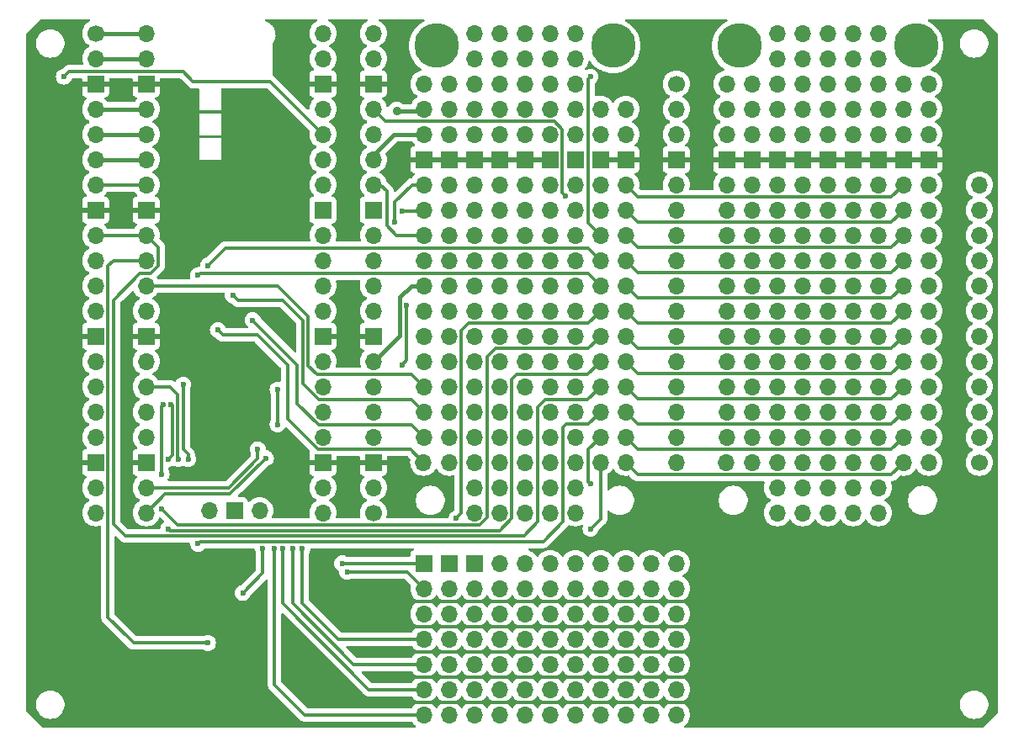
<source format=gbl>
G04 #@! TF.GenerationSoftware,KiCad,Pcbnew,7.0.1*
G04 #@! TF.CreationDate,2023-06-02T18:37:15-05:00*
G04 #@! TF.ProjectId,PicoFeatherWingDuo,5069636f-4665-4617-9468-657257696e67,1*
G04 #@! TF.SameCoordinates,Original*
G04 #@! TF.FileFunction,Copper,L2,Bot*
G04 #@! TF.FilePolarity,Positive*
%FSLAX46Y46*%
G04 Gerber Fmt 4.6, Leading zero omitted, Abs format (unit mm)*
G04 Created by KiCad (PCBNEW 7.0.1) date 2023-06-02 18:37:15*
%MOMM*%
%LPD*%
G01*
G04 APERTURE LIST*
G04 #@! TA.AperFunction,ComponentPad*
%ADD10O,1.700000X1.700000*%
G04 #@! TD*
G04 #@! TA.AperFunction,ComponentPad*
%ADD11C,1.700000*%
G04 #@! TD*
G04 #@! TA.AperFunction,ComponentPad*
%ADD12R,1.700000X1.700000*%
G04 #@! TD*
G04 #@! TA.AperFunction,ComponentPad*
%ADD13C,4.500000*%
G04 #@! TD*
G04 #@! TA.AperFunction,ViaPad*
%ADD14C,0.600000*%
G04 #@! TD*
G04 #@! TA.AperFunction,ViaPad*
%ADD15C,0.900000*%
G04 #@! TD*
G04 #@! TA.AperFunction,Conductor*
%ADD16C,0.350000*%
G04 #@! TD*
G04 #@! TA.AperFunction,Conductor*
%ADD17C,0.450000*%
G04 #@! TD*
G04 APERTURE END LIST*
D10*
X185420000Y-50800000D03*
X187960000Y-106680000D03*
D11*
X198120000Y-45720000D03*
D10*
X198120000Y-48260000D03*
X198120000Y-50800000D03*
D12*
X198120000Y-53340000D03*
D10*
X198120000Y-55880000D03*
X198120000Y-58420000D03*
X198120000Y-60960000D03*
X198120000Y-63500000D03*
X198120000Y-66040000D03*
X198120000Y-68580000D03*
X198120000Y-71120000D03*
X198120000Y-73660000D03*
X198120000Y-76200000D03*
X198120000Y-78740000D03*
X198120000Y-81280000D03*
X198120000Y-83820000D03*
X218440000Y-68580000D03*
X220980000Y-66040000D03*
X185420000Y-58420000D03*
X218440000Y-76200000D03*
X210820000Y-83820000D03*
X182880000Y-50800000D03*
X177800000Y-83820000D03*
X177800000Y-71120000D03*
X172720000Y-45720000D03*
X172720000Y-48260000D03*
X172720000Y-50800000D03*
D12*
X172720000Y-53340000D03*
D10*
X172720000Y-55880000D03*
X172720000Y-58420000D03*
X172720000Y-60960000D03*
X172720000Y-63500000D03*
X172720000Y-66040000D03*
X172720000Y-68580000D03*
X172720000Y-71120000D03*
X172720000Y-73660000D03*
X172720000Y-76200000D03*
X172720000Y-78740000D03*
X172720000Y-81280000D03*
X172694600Y-83820000D03*
X193040000Y-83820000D03*
X193040000Y-81280000D03*
X193040000Y-78740000D03*
X193040000Y-76200000D03*
X193040000Y-73660000D03*
X193040000Y-71120000D03*
X193040000Y-68580000D03*
X193040000Y-66040000D03*
X193040000Y-63500000D03*
X193040000Y-60960000D03*
X193040000Y-58420000D03*
X193040000Y-55880000D03*
D13*
X173972200Y-41892200D03*
X191772200Y-41892200D03*
D10*
X180340000Y-48260000D03*
X177800000Y-68580000D03*
X190500000Y-93980000D03*
X223520000Y-45720000D03*
X215900000Y-86360000D03*
X198120000Y-101600000D03*
X182880000Y-83820000D03*
X187960000Y-83820000D03*
X218440000Y-40640000D03*
X218440000Y-60960000D03*
X205740000Y-55880000D03*
X208280000Y-45720000D03*
X208280000Y-83820000D03*
X223520000Y-50800000D03*
X208280000Y-71120000D03*
X190500000Y-58420000D03*
X190500000Y-60960000D03*
X187960000Y-86360000D03*
X175260000Y-101600000D03*
X218440000Y-83820000D03*
X190500000Y-96520000D03*
X185420000Y-78740000D03*
X205740000Y-63500000D03*
X177800000Y-48260000D03*
X190500000Y-104140000D03*
X218440000Y-45720000D03*
X198120000Y-96520000D03*
X198120000Y-93980000D03*
X190500000Y-63500000D03*
D12*
X218440000Y-53340000D03*
D10*
X213360000Y-86360000D03*
X195580000Y-104140000D03*
X218440000Y-86360000D03*
X180340000Y-71120000D03*
X187960000Y-63500000D03*
X210820000Y-88900000D03*
X210820000Y-63500000D03*
X175260000Y-73660000D03*
X198120000Y-106680000D03*
X185420000Y-106680000D03*
X177800000Y-60960000D03*
X177800000Y-101600000D03*
X205740000Y-83820000D03*
X180340000Y-63500000D03*
X177800000Y-109220000D03*
X220980000Y-73660000D03*
X175260000Y-50800000D03*
X185420000Y-99060000D03*
X218440000Y-63500000D03*
X180340000Y-109220000D03*
D12*
X175260000Y-93980000D03*
D10*
X180340000Y-76200000D03*
X180340000Y-40640000D03*
X193040000Y-96520000D03*
X215900000Y-60960000D03*
X180340000Y-88900000D03*
X193040000Y-93980000D03*
X185420000Y-109220000D03*
X210820000Y-48260000D03*
X185420000Y-63500000D03*
X180340000Y-68580000D03*
X190500000Y-83820000D03*
X190500000Y-99060000D03*
X185420000Y-86360000D03*
X210820000Y-71120000D03*
X215900000Y-45720000D03*
X182880000Y-40640000D03*
X208280000Y-86360000D03*
X220980000Y-68580000D03*
X218440000Y-48260000D03*
X185420000Y-93980000D03*
X208280000Y-60960000D03*
X215900000Y-71120000D03*
D11*
X139700000Y-40640000D03*
D10*
X139700000Y-43180000D03*
D12*
X139700000Y-45720000D03*
D10*
X139700000Y-48260000D03*
X139700000Y-50800000D03*
X139700000Y-53340000D03*
X139700000Y-55880000D03*
D12*
X139700000Y-58420000D03*
D10*
X139700000Y-60960000D03*
X139700000Y-63500000D03*
X139700000Y-66040000D03*
X139700000Y-68580000D03*
D12*
X139700000Y-71120000D03*
D10*
X139700000Y-73660000D03*
X139700000Y-76200000D03*
X139700000Y-78740000D03*
X139700000Y-81280000D03*
D12*
X139700000Y-83820000D03*
D10*
X139700000Y-86360000D03*
X139700000Y-88900000D03*
X215900000Y-73660000D03*
X187960000Y-50800000D03*
X175260000Y-55880000D03*
X182880000Y-60960000D03*
D12*
X223520000Y-53340000D03*
D10*
X208280000Y-55880000D03*
X177800000Y-50800000D03*
X182880000Y-93980000D03*
X182880000Y-78740000D03*
X177800000Y-40640000D03*
X187960000Y-68580000D03*
X182880000Y-71120000D03*
X180340000Y-83820000D03*
X177800000Y-45720000D03*
X220980000Y-55880000D03*
X220980000Y-78740000D03*
X208280000Y-63500000D03*
X180340000Y-93980000D03*
X215900000Y-55880000D03*
X213360000Y-88900000D03*
X180340000Y-81280000D03*
X213360000Y-50800000D03*
X180340000Y-104140000D03*
X215900000Y-66040000D03*
X208280000Y-78740000D03*
X210820000Y-73660000D03*
D12*
X180340000Y-53340000D03*
D10*
X185420000Y-68580000D03*
X205740000Y-78740000D03*
X208280000Y-88900000D03*
X205740000Y-81280000D03*
X208280000Y-50800000D03*
X210820000Y-43180000D03*
X210820000Y-60960000D03*
X182880000Y-101600000D03*
X187960000Y-104140000D03*
X215900000Y-58420000D03*
D12*
X177800000Y-53340000D03*
D10*
X175260000Y-63500000D03*
D12*
X187960000Y-53340000D03*
D10*
X177800000Y-66040000D03*
X180340000Y-50800000D03*
X218440000Y-73660000D03*
X180340000Y-55880000D03*
X185420000Y-66040000D03*
X177800000Y-88900000D03*
X213360000Y-43180000D03*
X218440000Y-66040000D03*
D12*
X213360000Y-53340000D03*
D10*
X180340000Y-106680000D03*
X215900000Y-50800000D03*
D12*
X215900000Y-53340000D03*
D10*
X198120000Y-104140000D03*
X182880000Y-63500000D03*
X182880000Y-48260000D03*
X187960000Y-55880000D03*
X220980000Y-63500000D03*
X175260000Y-58420000D03*
X180340000Y-43180000D03*
X190500000Y-106680000D03*
X190500000Y-55880000D03*
X182880000Y-109220000D03*
X195580000Y-101600000D03*
X210820000Y-40640000D03*
X180340000Y-58420000D03*
X175260000Y-104140000D03*
X193040000Y-109220000D03*
X213360000Y-45720000D03*
X218440000Y-55880000D03*
X187960000Y-109220000D03*
X220980000Y-50800000D03*
X218440000Y-88900000D03*
X190500000Y-48260000D03*
X205740000Y-73660000D03*
X187960000Y-96520000D03*
X213360000Y-78740000D03*
X177800000Y-86360000D03*
X208280000Y-81280000D03*
X195580000Y-109220000D03*
X205740000Y-58420000D03*
D12*
X172720000Y-93980000D03*
D10*
X172720000Y-96520000D03*
X172720000Y-99060000D03*
X172720000Y-101600000D03*
X172720000Y-104140000D03*
X172720000Y-106680000D03*
X172720000Y-109220000D03*
X220980000Y-71120000D03*
D12*
X190500000Y-53340000D03*
D10*
X213360000Y-71120000D03*
X218440000Y-78740000D03*
X193040000Y-48260000D03*
D12*
X175260000Y-53340000D03*
D10*
X185420000Y-48260000D03*
X205740000Y-48260000D03*
X180340000Y-45720000D03*
X175260000Y-66040000D03*
X187960000Y-48260000D03*
X215900000Y-81280000D03*
X220980000Y-45720000D03*
D12*
X177800000Y-93980000D03*
D10*
X205740000Y-71120000D03*
X182880000Y-43180000D03*
X198120000Y-109220000D03*
X180340000Y-96520000D03*
X218440000Y-50800000D03*
X218440000Y-71120000D03*
X205740000Y-45720000D03*
X190500000Y-78740000D03*
X182880000Y-81280000D03*
X177800000Y-104140000D03*
X193040000Y-99060000D03*
X190500000Y-66040000D03*
X205740000Y-60960000D03*
X198120000Y-99060000D03*
X193040000Y-106680000D03*
X175260000Y-45720000D03*
X187960000Y-81280000D03*
X175260000Y-78740000D03*
X180340000Y-60960000D03*
X177800000Y-76200000D03*
X175260000Y-106680000D03*
X193040000Y-104140000D03*
X175260000Y-109220000D03*
X177800000Y-78740000D03*
X175260000Y-71120000D03*
X210820000Y-68580000D03*
X187960000Y-76200000D03*
X187960000Y-99060000D03*
X187960000Y-101600000D03*
X185420000Y-104140000D03*
X180340000Y-99060000D03*
X177800000Y-99060000D03*
X185420000Y-88900000D03*
D12*
X185420000Y-53340000D03*
D10*
X210820000Y-81280000D03*
X213360000Y-60960000D03*
X185420000Y-96520000D03*
X193040000Y-50800000D03*
X208280000Y-73660000D03*
X223520000Y-48260000D03*
X185420000Y-81280000D03*
X185420000Y-55880000D03*
X182880000Y-106680000D03*
X177800000Y-106680000D03*
X215900000Y-48260000D03*
D12*
X208280000Y-53340000D03*
D10*
X215900000Y-76200000D03*
X177800000Y-63500000D03*
X213360000Y-68580000D03*
X205740000Y-66040000D03*
X193040000Y-101600000D03*
X190500000Y-73660000D03*
X208280000Y-43180000D03*
X205740000Y-76200000D03*
D11*
X167640000Y-88900000D03*
D10*
X167640000Y-86360000D03*
D12*
X167640000Y-83820000D03*
D10*
X167640000Y-81280000D03*
X167640000Y-78740000D03*
X167640000Y-76200000D03*
X167640000Y-73660000D03*
D12*
X167640000Y-71120000D03*
D10*
X167640000Y-68580000D03*
X167640000Y-66040000D03*
X167640000Y-63500000D03*
X167640000Y-60960000D03*
D12*
X167640000Y-58420000D03*
D10*
X167640000Y-55880000D03*
X167640000Y-53340000D03*
X167640000Y-50800000D03*
X167640000Y-48260000D03*
D12*
X167640000Y-45720000D03*
D10*
X167640000Y-43180000D03*
X167640000Y-40640000D03*
X210820000Y-78740000D03*
X210820000Y-76200000D03*
X218440000Y-43180000D03*
X180340000Y-86360000D03*
X190500000Y-50800000D03*
X175260000Y-81280000D03*
X175260000Y-68580000D03*
X215900000Y-43180000D03*
X182880000Y-45720000D03*
X213360000Y-63500000D03*
X185420000Y-101600000D03*
X203200000Y-45720000D03*
X203200000Y-48260000D03*
X203200000Y-50800000D03*
D12*
X203200000Y-53340000D03*
D10*
X203200000Y-55880000D03*
X203200000Y-58420000D03*
X203200000Y-60960000D03*
X203200000Y-63500000D03*
X203200000Y-66040000D03*
X203200000Y-68580000D03*
X203200000Y-71120000D03*
X203200000Y-73660000D03*
X203200000Y-76200000D03*
X203200000Y-78740000D03*
X203200000Y-81280000D03*
X203174600Y-83820000D03*
X223520000Y-83820000D03*
X223520000Y-81280000D03*
X223520000Y-78740000D03*
X223520000Y-76200000D03*
X223520000Y-73660000D03*
X223520000Y-71120000D03*
X223520000Y-68580000D03*
X223520000Y-66040000D03*
X223520000Y-63500000D03*
X223520000Y-60960000D03*
X223520000Y-58420000D03*
X223520000Y-55880000D03*
D13*
X204452200Y-41892200D03*
X222252200Y-41892200D03*
D10*
X182880000Y-99060000D03*
X185420000Y-83820000D03*
X215900000Y-78740000D03*
D12*
X210820000Y-53340000D03*
D10*
X187960000Y-45720000D03*
X175260000Y-99060000D03*
D11*
X228600000Y-83820000D03*
D10*
X228600000Y-81280000D03*
X228600000Y-78740000D03*
X228600000Y-76200000D03*
X228600000Y-73660000D03*
X228600000Y-71120000D03*
X228600000Y-68580000D03*
X228600000Y-66040000D03*
X228600000Y-63500000D03*
X228600000Y-60960000D03*
X228600000Y-58420000D03*
X228600000Y-55880000D03*
X215900000Y-68580000D03*
X177800000Y-73660000D03*
X187960000Y-78740000D03*
X187960000Y-73660000D03*
X220980000Y-81280000D03*
X180340000Y-73660000D03*
X208280000Y-76200000D03*
X190500000Y-101600000D03*
X195580000Y-96520000D03*
X187960000Y-40640000D03*
X185420000Y-71120000D03*
X175260000Y-48260000D03*
X220980000Y-60960000D03*
X220980000Y-76200000D03*
X213360000Y-48260000D03*
X213360000Y-83820000D03*
X182880000Y-58420000D03*
X208280000Y-68580000D03*
X210820000Y-50800000D03*
X205740000Y-50800000D03*
X218440000Y-81280000D03*
X190500000Y-109220000D03*
X177800000Y-43180000D03*
X195580000Y-93980000D03*
X220980000Y-83820000D03*
X177800000Y-81280000D03*
X208280000Y-58420000D03*
X185420000Y-43180000D03*
X190500000Y-76200000D03*
X213360000Y-73660000D03*
D12*
X193040000Y-53340000D03*
D10*
X177800000Y-96520000D03*
X210820000Y-58420000D03*
X180340000Y-78740000D03*
X182880000Y-86360000D03*
X195580000Y-106680000D03*
X213360000Y-76200000D03*
X213360000Y-40640000D03*
X175260000Y-76200000D03*
X208280000Y-66040000D03*
X213360000Y-58420000D03*
X182880000Y-76200000D03*
D12*
X220980000Y-53340000D03*
D10*
X182880000Y-104140000D03*
X185420000Y-60960000D03*
X215900000Y-83820000D03*
X175260000Y-96520000D03*
X218440000Y-58420000D03*
X213360000Y-66040000D03*
X185420000Y-73660000D03*
X210820000Y-86360000D03*
X210820000Y-55880000D03*
X187960000Y-43180000D03*
X182880000Y-55880000D03*
X208280000Y-48260000D03*
D12*
X182880000Y-53340000D03*
D10*
X182880000Y-68580000D03*
X182880000Y-88900000D03*
X215900000Y-63500000D03*
X210820000Y-45720000D03*
X215900000Y-88900000D03*
X185420000Y-45720000D03*
X187960000Y-66040000D03*
X187960000Y-93980000D03*
X182880000Y-66040000D03*
X182880000Y-96520000D03*
X180340000Y-66040000D03*
X210820000Y-66040000D03*
X205740000Y-68580000D03*
X175260000Y-83820000D03*
X175260000Y-60960000D03*
X190500000Y-81280000D03*
X182880000Y-73660000D03*
X177800000Y-58420000D03*
X220980000Y-58420000D03*
X144780000Y-40640000D03*
X144780000Y-43180000D03*
D12*
X144780000Y-45720000D03*
D10*
X144780000Y-48260000D03*
X144780000Y-50800000D03*
X144780000Y-53340000D03*
X144780000Y-55880000D03*
D12*
X144780000Y-58420000D03*
D10*
X144780000Y-60960000D03*
X144780000Y-63500000D03*
X144780000Y-66040000D03*
X144780000Y-68580000D03*
D12*
X144780000Y-71120000D03*
D10*
X144780000Y-73660000D03*
X144780000Y-76200000D03*
X144780000Y-78740000D03*
X144780000Y-81280000D03*
D12*
X144780000Y-83820000D03*
D10*
X144780000Y-86360000D03*
X144780000Y-88900000D03*
X162560000Y-88900000D03*
X162560000Y-86360000D03*
D12*
X162560000Y-83820000D03*
D10*
X162560000Y-81280000D03*
X162560000Y-78740000D03*
X162560000Y-76200000D03*
X162560000Y-73660000D03*
D12*
X162560000Y-71120000D03*
D10*
X162560000Y-68580000D03*
X162560000Y-66040000D03*
X162560000Y-63500000D03*
X162560000Y-60960000D03*
D12*
X162560000Y-58420000D03*
D10*
X162560000Y-55880000D03*
X162560000Y-53340000D03*
X162560000Y-50800000D03*
X162560000Y-48260000D03*
D12*
X162560000Y-45720000D03*
D10*
X162560000Y-43180000D03*
X162560000Y-40640000D03*
X151130000Y-88670000D03*
D12*
X153670000Y-88670000D03*
D10*
X156210000Y-88670000D03*
X220980000Y-48260000D03*
X213360000Y-81280000D03*
X185420000Y-40640000D03*
X187960000Y-88900000D03*
X177800000Y-55880000D03*
X190500000Y-68580000D03*
X190500000Y-71120000D03*
X215900000Y-40640000D03*
X187960000Y-58420000D03*
X195580000Y-99060000D03*
X185420000Y-76200000D03*
X213360000Y-55880000D03*
X187960000Y-71120000D03*
X180340000Y-101600000D03*
X187960000Y-60960000D03*
X208280000Y-40640000D03*
D12*
X205740000Y-53340000D03*
D14*
X158000000Y-76500000D03*
X158000000Y-80000000D03*
X156500000Y-92500000D03*
X154500000Y-96969000D03*
X136500000Y-45000000D03*
D15*
X170000000Y-48500000D03*
D14*
X147000000Y-47500000D03*
D15*
X159000000Y-51000000D03*
X153500000Y-56000000D03*
X137500000Y-72500000D03*
X168000000Y-105500000D03*
X162500000Y-93000000D03*
X168000000Y-108000000D03*
X153500000Y-74500000D03*
X169000000Y-97000000D03*
D14*
X154500000Y-99000000D03*
X146500000Y-72500000D03*
X159000000Y-70500000D03*
X147000000Y-60500000D03*
D15*
X168000000Y-100000000D03*
X198000000Y-41500000D03*
X168000000Y-103000000D03*
D14*
X169814194Y-59639694D03*
X170500000Y-58500000D03*
X171000000Y-68000000D03*
X170500000Y-74000000D03*
X156000000Y-82500000D03*
X156825500Y-83397390D03*
X153500000Y-67000000D03*
X155500000Y-69500000D03*
X152000000Y-70500002D03*
X189500000Y-90500000D03*
X189500000Y-86000000D03*
X148500000Y-76000000D03*
X149000000Y-83500000D03*
X150000000Y-92000000D03*
X147000000Y-90500000D03*
X147275999Y-78000000D03*
X147000000Y-83500000D03*
X146325500Y-85000000D03*
X146476496Y-78000000D03*
X146325500Y-88500000D03*
X176000000Y-89450500D03*
X148000000Y-83500000D03*
X150000000Y-65000000D03*
X151000000Y-64000000D03*
X189500000Y-45000000D03*
X187000000Y-57000000D03*
X164500000Y-93980000D03*
X165000000Y-94825500D03*
X151000000Y-102000000D03*
X160500000Y-92500000D03*
X159500000Y-92500000D03*
X158514306Y-92517404D03*
X157700497Y-92500000D03*
D16*
X156500000Y-94969000D02*
X154500000Y-96969000D01*
X158000000Y-76500000D02*
X158000000Y-80000000D01*
X156500000Y-92500000D02*
X156500000Y-94969000D01*
D17*
X170000000Y-48500000D02*
X172480000Y-48500000D01*
D16*
X162560000Y-50800000D02*
X157260000Y-45500000D01*
X149500000Y-45500000D02*
X148495000Y-44495000D01*
X148495000Y-44495000D02*
X137005000Y-44495000D01*
D17*
X172480000Y-48500000D02*
X172720000Y-48260000D01*
D16*
X137005000Y-44495000D02*
X136500000Y-45000000D01*
X157260000Y-45500000D02*
X149500000Y-45500000D01*
D17*
X167640000Y-52860000D02*
X169700000Y-50800000D01*
X169700000Y-50800000D02*
X172720000Y-50800000D01*
X167640000Y-53340000D02*
X167640000Y-52860000D01*
D16*
X171450000Y-102870000D02*
X176530000Y-102870000D01*
X171665000Y-97835000D02*
X199335000Y-97835000D01*
X171450000Y-105410000D02*
X199390000Y-105410000D01*
X171450000Y-107950000D02*
X199390000Y-107950000D01*
X171625000Y-100375000D02*
X199375000Y-100375000D01*
X176530000Y-102870000D02*
X199390000Y-102870000D01*
X169814194Y-57583725D02*
X169814194Y-59639694D01*
X171517919Y-55880000D02*
X169814194Y-57583725D01*
X172720000Y-55880000D02*
X171517919Y-55880000D01*
X172640000Y-58500000D02*
X172720000Y-58420000D01*
X170500000Y-58500000D02*
X172640000Y-58500000D01*
X169960000Y-60960000D02*
X172720000Y-60960000D01*
X169000000Y-56500000D02*
X169000000Y-60000000D01*
X169000000Y-60000000D02*
X169960000Y-60960000D01*
X168380000Y-55880000D02*
X169000000Y-56500000D01*
X167640000Y-55880000D02*
X168380000Y-55880000D01*
X171000000Y-73500000D02*
X171000000Y-68000000D01*
X170500000Y-74000000D02*
X171000000Y-73500000D01*
D17*
X170275500Y-71024500D02*
X170275500Y-67199902D01*
X170275500Y-67199902D02*
X171435402Y-66040000D01*
X171435402Y-66040000D02*
X172720000Y-66040000D01*
X167640000Y-73660000D02*
X170275500Y-71024500D01*
D16*
X153085776Y-86360000D02*
X156000000Y-83445776D01*
X144780000Y-86360000D02*
X153085776Y-86360000D01*
X156000000Y-83445776D02*
X156000000Y-82500000D01*
X146680000Y-87000000D02*
X153222888Y-87000000D01*
X144780000Y-88900000D02*
X146680000Y-87000000D01*
X153222888Y-87000000D02*
X156825500Y-83397390D01*
X161975000Y-74975000D02*
X161099002Y-74099002D01*
X171495000Y-74975000D02*
X161975000Y-74975000D01*
X158040000Y-66040000D02*
X144780000Y-66040000D01*
X172720000Y-76200000D02*
X171495000Y-74975000D01*
X161099002Y-69099002D02*
X158040000Y-66040000D01*
X161099002Y-74099002D02*
X161099002Y-69099002D01*
X171480000Y-77500000D02*
X172720000Y-78740000D01*
D17*
X144780000Y-43180000D02*
X139700000Y-43180000D01*
D16*
X160549501Y-69549501D02*
X160549501Y-75921913D01*
X154000000Y-67500000D02*
X158500000Y-67500000D01*
X162127588Y-77500000D02*
X171480000Y-77500000D01*
X153500000Y-67000000D02*
X154000000Y-67500000D01*
X160549501Y-75921913D02*
X162127588Y-77500000D01*
X158500000Y-67500000D02*
X160549501Y-69549501D01*
X160000000Y-77912412D02*
X160000000Y-74000000D01*
X162142588Y-80055000D02*
X160000000Y-77912412D01*
X171495000Y-80055000D02*
X162142588Y-80055000D01*
X160000000Y-74000000D02*
X155500000Y-69500000D01*
X172720000Y-81280000D02*
X171495000Y-80055000D01*
D17*
X144780000Y-40640000D02*
X139700000Y-40640000D01*
D16*
X152500000Y-71000000D02*
X152000000Y-70500002D01*
X172694600Y-83820000D02*
X171379600Y-82505000D01*
X171379600Y-82505000D02*
X162052588Y-82505000D01*
X162052588Y-82505000D02*
X159000000Y-79452412D01*
X156000000Y-71000000D02*
X152500000Y-71000000D01*
D17*
X144780000Y-53340000D02*
X139700000Y-53340000D01*
D16*
X159000000Y-79452412D02*
X159000000Y-74000000D01*
X159000000Y-74000000D02*
X156000000Y-71000000D01*
X194265000Y-85045000D02*
X219755000Y-85045000D01*
X190500000Y-89500000D02*
X190500000Y-83820000D01*
X189500000Y-90500000D02*
X190500000Y-89500000D01*
X219755000Y-85045000D02*
X220980000Y-83820000D01*
D17*
X144780000Y-48260000D02*
X139700000Y-48260000D01*
D16*
X193040000Y-83820000D02*
X194265000Y-85045000D01*
D17*
X144780000Y-50800000D02*
X139700000Y-50800000D01*
D16*
X189500000Y-86000000D02*
X189275000Y-85775000D01*
X189275000Y-85775000D02*
X189275000Y-82505000D01*
X219755000Y-82505000D02*
X220980000Y-81280000D01*
X189275000Y-82505000D02*
X190500000Y-81280000D01*
X193040000Y-81280000D02*
X194265000Y-82505000D01*
X194265000Y-82505000D02*
X219755000Y-82505000D01*
X189275000Y-79965000D02*
X190500000Y-78740000D01*
X150225998Y-91774002D02*
X154725998Y-91774002D01*
X194265000Y-79965000D02*
X219755000Y-79965000D01*
X148500000Y-76000000D02*
X148500000Y-82500000D01*
X219755000Y-79965000D02*
X220980000Y-78740000D01*
X186735000Y-80265000D02*
X187035000Y-79965000D01*
X148500000Y-82500000D02*
X149000000Y-83000000D01*
X193040000Y-78740000D02*
X194265000Y-79965000D01*
X144780000Y-55880000D02*
X139700000Y-55880000D01*
X150000000Y-92000000D02*
X150225998Y-91774002D01*
X154726497Y-91773503D02*
X184726497Y-91773503D01*
X184726497Y-91773503D02*
X186735000Y-89765000D01*
X154725998Y-91774002D02*
X154726497Y-91773503D01*
X187035000Y-79965000D02*
X189275000Y-79965000D01*
X186735000Y-89765000D02*
X186735000Y-80265000D01*
X149000000Y-83000000D02*
X149000000Y-83500000D01*
X189200000Y-77500000D02*
X190500000Y-76200000D01*
X141500000Y-67475000D02*
X141500000Y-90000000D01*
X184195000Y-89805000D02*
X184195000Y-78232588D01*
X142724002Y-91224002D02*
X182775998Y-91224002D01*
X219755000Y-77425000D02*
X220980000Y-76200000D01*
X145197412Y-64815000D02*
X144160000Y-64815000D01*
X182775998Y-91224002D02*
X184195000Y-89805000D01*
X141500000Y-90000000D02*
X142724002Y-91224002D01*
X146005000Y-62185000D02*
X146005000Y-64007412D01*
X144780000Y-60960000D02*
X146005000Y-62185000D01*
X184927588Y-77500000D02*
X189200000Y-77500000D01*
X146005000Y-64007412D02*
X145197412Y-64815000D01*
X184195000Y-78232588D02*
X184927588Y-77500000D01*
X194265000Y-77425000D02*
X219755000Y-77425000D01*
X144780000Y-60960000D02*
X139700000Y-60960000D01*
X144160000Y-64815000D02*
X141500000Y-67475000D01*
X193040000Y-76200000D02*
X194265000Y-77425000D01*
X182025000Y-74975000D02*
X189185000Y-74975000D01*
X147174501Y-90674501D02*
X180325499Y-90674501D01*
X147400998Y-78124999D02*
X147275999Y-78000000D01*
X189185000Y-74975000D02*
X190500000Y-73660000D01*
X193040000Y-73660000D02*
X194265000Y-74885000D01*
X219755000Y-74885000D02*
X220980000Y-73660000D01*
X181565000Y-75435000D02*
X182025000Y-74975000D01*
X194265000Y-74885000D02*
X219755000Y-74885000D01*
X180325499Y-90674501D02*
X181565000Y-89435000D01*
X147000000Y-90500000D02*
X147174501Y-90674501D01*
X147000000Y-83500000D02*
X147400998Y-83099002D01*
X147400998Y-83099002D02*
X147400998Y-78124999D01*
X181565000Y-89435000D02*
X181565000Y-75435000D01*
X146325500Y-78150996D02*
X146476496Y-78000000D01*
X147950500Y-90125000D02*
X146325500Y-88500000D01*
X189275000Y-72345000D02*
X179922588Y-72345000D01*
X190500000Y-71120000D02*
X189275000Y-72345000D01*
X146325500Y-85000000D02*
X146325500Y-78150996D01*
X193040000Y-71120000D02*
X194265000Y-72345000D01*
X179922588Y-72345000D02*
X179115000Y-73152588D01*
X178307412Y-90125000D02*
X147950500Y-90125000D01*
X194265000Y-72345000D02*
X219755000Y-72345000D01*
X179115000Y-89317412D02*
X178307412Y-90125000D01*
X219755000Y-72345000D02*
X220980000Y-71120000D01*
X179115000Y-73152588D02*
X179115000Y-89317412D01*
X144780000Y-76200000D02*
X147200000Y-76200000D01*
X194265000Y-69805000D02*
X219755000Y-69805000D01*
X190500000Y-68580000D02*
X189275000Y-69805000D01*
X176485000Y-88965500D02*
X176000000Y-89450500D01*
X193040000Y-68580000D02*
X194265000Y-69805000D01*
X147950499Y-83450499D02*
X148000000Y-83500000D01*
X176485000Y-70515000D02*
X176485000Y-88965500D01*
X147950499Y-76950499D02*
X147950499Y-83450499D01*
X177195000Y-69805000D02*
X176485000Y-70515000D01*
X147200000Y-76200000D02*
X147950499Y-76950499D01*
X189275000Y-69805000D02*
X177195000Y-69805000D01*
X219755000Y-69805000D02*
X220980000Y-68580000D01*
X219755000Y-67265000D02*
X220980000Y-66040000D01*
X150000000Y-65000000D02*
X150185000Y-64815000D01*
X189275000Y-64815000D02*
X190500000Y-66040000D01*
X194265000Y-67265000D02*
X219755000Y-67265000D01*
X150185000Y-64815000D02*
X189275000Y-64815000D01*
X193040000Y-66040000D02*
X194265000Y-67265000D01*
X152725000Y-62275000D02*
X189275000Y-62275000D01*
X151000000Y-64000000D02*
X152725000Y-62275000D01*
X194265000Y-64725000D02*
X219755000Y-64725000D01*
X189275000Y-62275000D02*
X190500000Y-63500000D01*
X219755000Y-64725000D02*
X220980000Y-63500000D01*
X193040000Y-63500000D02*
X194265000Y-64725000D01*
X189500000Y-45000000D02*
X189275000Y-45225000D01*
X189275000Y-59735000D02*
X190500000Y-60960000D01*
X194265000Y-62185000D02*
X219755000Y-62185000D01*
X189275000Y-45225000D02*
X189275000Y-59735000D01*
X193040000Y-60960000D02*
X194265000Y-62185000D01*
X219755000Y-62185000D02*
X220980000Y-60960000D01*
X219755000Y-59645000D02*
X220980000Y-58420000D01*
X167640000Y-48260000D02*
X168880000Y-49500000D01*
X168880000Y-49500000D02*
X185852412Y-49500000D01*
X186645000Y-56645000D02*
X187000000Y-57000000D01*
X185852412Y-49500000D02*
X186645000Y-50292588D01*
X186645000Y-50292588D02*
X186645000Y-56645000D01*
X194265000Y-59645000D02*
X219755000Y-59645000D01*
X193040000Y-58420000D02*
X194265000Y-59645000D01*
X193040000Y-55880000D02*
X194265000Y-57105000D01*
X219755000Y-57105000D02*
X220980000Y-55880000D01*
X194265000Y-57105000D02*
X219755000Y-57105000D01*
X172720000Y-93980000D02*
X164500000Y-93980000D01*
X172720000Y-96520000D02*
X171025500Y-94825500D01*
X171025500Y-94825500D02*
X165000000Y-94825500D01*
X141500000Y-63500000D02*
X140925000Y-64075000D01*
X140925000Y-64075000D02*
X140925000Y-99425000D01*
X140925000Y-99425000D02*
X143000000Y-101500000D01*
X144780000Y-63500000D02*
X141500000Y-63500000D01*
X143500000Y-102000000D02*
X151000000Y-102000000D01*
X143000000Y-101500000D02*
X143500000Y-102000000D01*
X172720000Y-101600000D02*
X164100000Y-101600000D01*
X164100000Y-101600000D02*
X160500000Y-98000000D01*
X160500000Y-98000000D02*
X160500000Y-92500000D01*
X165640000Y-104140000D02*
X159500000Y-98000000D01*
X172720000Y-104140000D02*
X165640000Y-104140000D01*
X159500000Y-98000000D02*
X159500000Y-92500000D01*
X167180000Y-106680000D02*
X158514306Y-98014306D01*
X158514306Y-98014306D02*
X158514306Y-92517404D01*
X172720000Y-106680000D02*
X167180000Y-106680000D01*
X157700497Y-106200497D02*
X157700497Y-92500000D01*
X160720000Y-109220000D02*
X157700497Y-106200497D01*
X172720000Y-109220000D02*
X160720000Y-109220000D01*
G04 #@! TA.AperFunction,Conductor*
G36*
X228996090Y-39209439D02*
G01*
X229036319Y-39236319D01*
X230463681Y-40663681D01*
X230490561Y-40703909D01*
X230500000Y-40751362D01*
X230500000Y-108948638D01*
X230490561Y-108996091D01*
X230463681Y-109036319D01*
X229036319Y-110463681D01*
X228996091Y-110490561D01*
X228948638Y-110500000D01*
X199039773Y-110500000D01*
X198979657Y-110484453D01*
X198934615Y-110441710D01*
X198915943Y-110382489D01*
X198928323Y-110321642D01*
X198968649Y-110274426D01*
X198991401Y-110258495D01*
X199158495Y-110091401D01*
X199294035Y-109897830D01*
X199393903Y-109683663D01*
X199455063Y-109455408D01*
X199475659Y-109220000D01*
X199471824Y-109176172D01*
X199455063Y-108984592D01*
X199442630Y-108938191D01*
X199393903Y-108756337D01*
X199294035Y-108542171D01*
X199158495Y-108348599D01*
X199132431Y-108322535D01*
X226661500Y-108322535D01*
X226696813Y-108534159D01*
X226700520Y-108556371D01*
X226777496Y-108780595D01*
X226890329Y-108989091D01*
X226890330Y-108989092D01*
X227035939Y-109176172D01*
X227091862Y-109227652D01*
X227210357Y-109336735D01*
X227408824Y-109466399D01*
X227625925Y-109561629D01*
X227855740Y-109619826D01*
X227926575Y-109625695D01*
X228032823Y-109634500D01*
X228032829Y-109634500D01*
X228151171Y-109634500D01*
X228151177Y-109634500D01*
X228247765Y-109626495D01*
X228328260Y-109619826D01*
X228558075Y-109561629D01*
X228775176Y-109466399D01*
X228973643Y-109336735D01*
X229148060Y-109176172D01*
X229293671Y-108989091D01*
X229406504Y-108780595D01*
X229483480Y-108556371D01*
X229522500Y-108322535D01*
X229522500Y-108085465D01*
X229483480Y-107851629D01*
X229406504Y-107627405D01*
X229293671Y-107418909D01*
X229211211Y-107312964D01*
X229148060Y-107231827D01*
X229048930Y-107140572D01*
X228973643Y-107071265D01*
X228775176Y-106941601D01*
X228558075Y-106846371D01*
X228328260Y-106788174D01*
X228328258Y-106788173D01*
X228328255Y-106788173D01*
X228151177Y-106773500D01*
X228151171Y-106773500D01*
X228032829Y-106773500D01*
X228032823Y-106773500D01*
X227855744Y-106788173D01*
X227625925Y-106846371D01*
X227408821Y-106941602D01*
X227210358Y-107071264D01*
X227035939Y-107231827D01*
X226890330Y-107418907D01*
X226777494Y-107627409D01*
X226700520Y-107851627D01*
X226661500Y-108085465D01*
X226661500Y-108322535D01*
X199132431Y-108322535D01*
X198991401Y-108181505D01*
X198805839Y-108051573D01*
X198766975Y-108007257D01*
X198752964Y-107950000D01*
X198766975Y-107892743D01*
X198805839Y-107848426D01*
X198991401Y-107718495D01*
X199158495Y-107551401D01*
X199294035Y-107357830D01*
X199393903Y-107143663D01*
X199455063Y-106915408D01*
X199475659Y-106680000D01*
X199456034Y-106455696D01*
X199455063Y-106444592D01*
X199417896Y-106305883D01*
X199393903Y-106216337D01*
X199294035Y-106002171D01*
X199158495Y-105808599D01*
X198991401Y-105641505D01*
X198805839Y-105511573D01*
X198766975Y-105467257D01*
X198752964Y-105410000D01*
X198766975Y-105352743D01*
X198805839Y-105308426D01*
X198991401Y-105178495D01*
X199158495Y-105011401D01*
X199294035Y-104817830D01*
X199393903Y-104603663D01*
X199455063Y-104375408D01*
X199475659Y-104140000D01*
X199455063Y-103904592D01*
X199393903Y-103676337D01*
X199294035Y-103462171D01*
X199158495Y-103268599D01*
X198991401Y-103101505D01*
X198805839Y-102971573D01*
X198766974Y-102927255D01*
X198752964Y-102869999D01*
X198766975Y-102812742D01*
X198805837Y-102768428D01*
X198991401Y-102638495D01*
X199158495Y-102471401D01*
X199294035Y-102277830D01*
X199393903Y-102063663D01*
X199455063Y-101835408D01*
X199475659Y-101600000D01*
X199455063Y-101364592D01*
X199393903Y-101136337D01*
X199294035Y-100922171D01*
X199158495Y-100728599D01*
X198991401Y-100561505D01*
X198805839Y-100431573D01*
X198766974Y-100387255D01*
X198752964Y-100329999D01*
X198766975Y-100272742D01*
X198805837Y-100228428D01*
X198991401Y-100098495D01*
X199158495Y-99931401D01*
X199294035Y-99737830D01*
X199393903Y-99523663D01*
X199455063Y-99295408D01*
X199475659Y-99060000D01*
X199455063Y-98824592D01*
X199393903Y-98596337D01*
X199294035Y-98382171D01*
X199158495Y-98188599D01*
X198991401Y-98021505D01*
X198805839Y-97891573D01*
X198766976Y-97847257D01*
X198752965Y-97790000D01*
X198766976Y-97732743D01*
X198805839Y-97688426D01*
X198991401Y-97558495D01*
X199158495Y-97391401D01*
X199294035Y-97197830D01*
X199393903Y-96983663D01*
X199455063Y-96755408D01*
X199475659Y-96520000D01*
X199455063Y-96284592D01*
X199393903Y-96056337D01*
X199294035Y-95842171D01*
X199158495Y-95648599D01*
X198991401Y-95481505D01*
X198805839Y-95351573D01*
X198766975Y-95307257D01*
X198752964Y-95250000D01*
X198766975Y-95192743D01*
X198805839Y-95148426D01*
X198991401Y-95018495D01*
X199158495Y-94851401D01*
X199294035Y-94657830D01*
X199393903Y-94443663D01*
X199455063Y-94215408D01*
X199475659Y-93980000D01*
X199455063Y-93744592D01*
X199393903Y-93516337D01*
X199294035Y-93302171D01*
X199158495Y-93108599D01*
X198991401Y-92941505D01*
X198797830Y-92805965D01*
X198583663Y-92706097D01*
X198522502Y-92689709D01*
X198355407Y-92644936D01*
X198120000Y-92624340D01*
X197884592Y-92644936D01*
X197656336Y-92706097D01*
X197442170Y-92805965D01*
X197248598Y-92941505D01*
X197081505Y-93108598D01*
X196951575Y-93294159D01*
X196907257Y-93333025D01*
X196850000Y-93347036D01*
X196792743Y-93333025D01*
X196748425Y-93294159D01*
X196668840Y-93180500D01*
X196618495Y-93108599D01*
X196451401Y-92941505D01*
X196257830Y-92805965D01*
X196043663Y-92706097D01*
X195982502Y-92689709D01*
X195815407Y-92644936D01*
X195580000Y-92624340D01*
X195344592Y-92644936D01*
X195116336Y-92706097D01*
X194902170Y-92805965D01*
X194708598Y-92941505D01*
X194541505Y-93108598D01*
X194411575Y-93294159D01*
X194367257Y-93333025D01*
X194310000Y-93347036D01*
X194252743Y-93333025D01*
X194208425Y-93294159D01*
X194128840Y-93180500D01*
X194078495Y-93108599D01*
X193911401Y-92941505D01*
X193717830Y-92805965D01*
X193503663Y-92706097D01*
X193442502Y-92689709D01*
X193275407Y-92644936D01*
X193040000Y-92624340D01*
X192804592Y-92644936D01*
X192576336Y-92706097D01*
X192362170Y-92805965D01*
X192168598Y-92941505D01*
X192001505Y-93108598D01*
X191871575Y-93294159D01*
X191827257Y-93333025D01*
X191770000Y-93347036D01*
X191712743Y-93333025D01*
X191668425Y-93294159D01*
X191588840Y-93180500D01*
X191538495Y-93108599D01*
X191371401Y-92941505D01*
X191177830Y-92805965D01*
X190963663Y-92706097D01*
X190902502Y-92689709D01*
X190735407Y-92644936D01*
X190500000Y-92624340D01*
X190264592Y-92644936D01*
X190036336Y-92706097D01*
X189822170Y-92805965D01*
X189628598Y-92941505D01*
X189461505Y-93108598D01*
X189331575Y-93294159D01*
X189287257Y-93333025D01*
X189230000Y-93347036D01*
X189172743Y-93333025D01*
X189128425Y-93294159D01*
X189048840Y-93180500D01*
X188998495Y-93108599D01*
X188831401Y-92941505D01*
X188637830Y-92805965D01*
X188423663Y-92706097D01*
X188362502Y-92689709D01*
X188195407Y-92644936D01*
X187960000Y-92624340D01*
X187724592Y-92644936D01*
X187496336Y-92706097D01*
X187282170Y-92805965D01*
X187088598Y-92941505D01*
X186921505Y-93108598D01*
X186791575Y-93294159D01*
X186747257Y-93333025D01*
X186690000Y-93347036D01*
X186632743Y-93333025D01*
X186588425Y-93294159D01*
X186508840Y-93180500D01*
X186458495Y-93108599D01*
X186291401Y-92941505D01*
X186097830Y-92805965D01*
X185883663Y-92706097D01*
X185822502Y-92689709D01*
X185655407Y-92644936D01*
X185420000Y-92624340D01*
X185184592Y-92644936D01*
X184956336Y-92706097D01*
X184742170Y-92805965D01*
X184548598Y-92941505D01*
X184381505Y-93108598D01*
X184251575Y-93294159D01*
X184207257Y-93333025D01*
X184150000Y-93347036D01*
X184092743Y-93333025D01*
X184048425Y-93294159D01*
X183968840Y-93180500D01*
X183918495Y-93108599D01*
X183751401Y-92941505D01*
X183557830Y-92805965D01*
X183343663Y-92706097D01*
X183293954Y-92692777D01*
X183242275Y-92664425D01*
X183209526Y-92615414D01*
X183203109Y-92556818D01*
X183224473Y-92501880D01*
X183268791Y-92463014D01*
X183326048Y-92449003D01*
X184702346Y-92449003D01*
X184709832Y-92449229D01*
X184767581Y-92452722D01*
X184767581Y-92452721D01*
X184767582Y-92452722D01*
X184824494Y-92442292D01*
X184831893Y-92441166D01*
X184889342Y-92434191D01*
X184898105Y-92430867D01*
X184919719Y-92424841D01*
X184928936Y-92423153D01*
X184928940Y-92423151D01*
X184928941Y-92423151D01*
X184981704Y-92399404D01*
X184988619Y-92396539D01*
X185042723Y-92376021D01*
X185050430Y-92370700D01*
X185069981Y-92359674D01*
X185078525Y-92355829D01*
X185124106Y-92320116D01*
X185130078Y-92315722D01*
X185177726Y-92282835D01*
X185216107Y-92239510D01*
X185221208Y-92234091D01*
X187195588Y-90259711D01*
X187201007Y-90254610D01*
X187244332Y-90216229D01*
X187268283Y-90181527D01*
X187310992Y-90143086D01*
X187366449Y-90128026D01*
X187422737Y-90139582D01*
X187496337Y-90173903D01*
X187724592Y-90235063D01*
X187959999Y-90255659D01*
X187959999Y-90255658D01*
X187960000Y-90255659D01*
X188195408Y-90235063D01*
X188423663Y-90173903D01*
X188566170Y-90107450D01*
X188622586Y-90095899D01*
X188678143Y-90111082D01*
X188720847Y-90149726D01*
X188741488Y-90203494D01*
X188735611Y-90260787D01*
X188714631Y-90320745D01*
X188694434Y-90500000D01*
X188714631Y-90679251D01*
X188714631Y-90679253D01*
X188714632Y-90679255D01*
X188774211Y-90849522D01*
X188774212Y-90849523D01*
X188870185Y-91002264D01*
X188997735Y-91129814D01*
X188997737Y-91129815D01*
X188997738Y-91129816D01*
X189150478Y-91225789D01*
X189320745Y-91285368D01*
X189500000Y-91305565D01*
X189679255Y-91285368D01*
X189849522Y-91225789D01*
X190002262Y-91129816D01*
X190129816Y-91002262D01*
X190225789Y-90849522D01*
X190281040Y-90691622D01*
X190310396Y-90644903D01*
X190960588Y-89994711D01*
X190966007Y-89989610D01*
X191009332Y-89951229D01*
X191042219Y-89903581D01*
X191046613Y-89897609D01*
X191082326Y-89852028D01*
X191086171Y-89843484D01*
X191097197Y-89823935D01*
X191099739Y-89820252D01*
X191102518Y-89816226D01*
X191123036Y-89762122D01*
X191125901Y-89755207D01*
X191140746Y-89722223D01*
X191149650Y-89702439D01*
X191151337Y-89693227D01*
X191157365Y-89671603D01*
X191160688Y-89662845D01*
X191167663Y-89605386D01*
X191168783Y-89598031D01*
X191179220Y-89541085D01*
X191175726Y-89483325D01*
X191175500Y-89475838D01*
X191175500Y-88780014D01*
X191188554Y-88724635D01*
X191224966Y-88680915D01*
X191277070Y-88658059D01*
X191333897Y-88660880D01*
X191383482Y-88688784D01*
X191514051Y-88808980D01*
X191514053Y-88808981D01*
X191514056Y-88808984D01*
X191718488Y-88942546D01*
X191718490Y-88942547D01*
X191731464Y-88948238D01*
X191942116Y-89040638D01*
X192178839Y-89100585D01*
X192261754Y-89107455D01*
X192361248Y-89115700D01*
X192361254Y-89115700D01*
X192483146Y-89115700D01*
X192483152Y-89115700D01*
X192574353Y-89108142D01*
X192665561Y-89100585D01*
X192902284Y-89040638D01*
X193125912Y-88942546D01*
X193330344Y-88808984D01*
X193510005Y-88643595D01*
X193659992Y-88450890D01*
X193776217Y-88236127D01*
X193855507Y-88005163D01*
X193895700Y-87764298D01*
X202378700Y-87764298D01*
X202418893Y-88005164D01*
X202498183Y-88236127D01*
X202614406Y-88450887D01*
X202764394Y-88643595D01*
X202847088Y-88719719D01*
X202944056Y-88808984D01*
X203148488Y-88942546D01*
X203148490Y-88942547D01*
X203161464Y-88948238D01*
X203372116Y-89040638D01*
X203608839Y-89100585D01*
X203691754Y-89107455D01*
X203791248Y-89115700D01*
X203791254Y-89115700D01*
X203913146Y-89115700D01*
X203913152Y-89115700D01*
X204004353Y-89108142D01*
X204095561Y-89100585D01*
X204332284Y-89040638D01*
X204555912Y-88942546D01*
X204760344Y-88808984D01*
X204940005Y-88643595D01*
X205089992Y-88450890D01*
X205206217Y-88236127D01*
X205285507Y-88005163D01*
X205325700Y-87764298D01*
X205325700Y-87520102D01*
X205285507Y-87279237D01*
X205206217Y-87048273D01*
X205089992Y-86833510D01*
X205012965Y-86734545D01*
X204940005Y-86640804D01*
X204850174Y-86558110D01*
X204760344Y-86475416D01*
X204555912Y-86341854D01*
X204555909Y-86341852D01*
X204332287Y-86243763D01*
X204332285Y-86243762D01*
X204332284Y-86243762D01*
X204095561Y-86183815D01*
X204095557Y-86183814D01*
X204095555Y-86183814D01*
X203913152Y-86168700D01*
X203913146Y-86168700D01*
X203791254Y-86168700D01*
X203791248Y-86168700D01*
X203608844Y-86183814D01*
X203608840Y-86183814D01*
X203608839Y-86183815D01*
X203383092Y-86240982D01*
X203372112Y-86243763D01*
X203148490Y-86341852D01*
X203120713Y-86360000D01*
X202944056Y-86475416D01*
X202944054Y-86475417D01*
X202944055Y-86475417D01*
X202764394Y-86640804D01*
X202614406Y-86833512D01*
X202498183Y-87048272D01*
X202418893Y-87279235D01*
X202378700Y-87520102D01*
X202378700Y-87764298D01*
X193895700Y-87764298D01*
X193895700Y-87520102D01*
X193855507Y-87279237D01*
X193776217Y-87048273D01*
X193659992Y-86833510D01*
X193582965Y-86734545D01*
X193510005Y-86640804D01*
X193420174Y-86558110D01*
X193330344Y-86475416D01*
X193125912Y-86341854D01*
X193125909Y-86341852D01*
X192902287Y-86243763D01*
X192902285Y-86243762D01*
X192902284Y-86243762D01*
X192665561Y-86183815D01*
X192665557Y-86183814D01*
X192665555Y-86183814D01*
X192483152Y-86168700D01*
X192483146Y-86168700D01*
X192361254Y-86168700D01*
X192361248Y-86168700D01*
X192178844Y-86183814D01*
X192178840Y-86183814D01*
X192178839Y-86183815D01*
X191953092Y-86240982D01*
X191942112Y-86243763D01*
X191718490Y-86341852D01*
X191514051Y-86475419D01*
X191383482Y-86595616D01*
X191333897Y-86623520D01*
X191277070Y-86626341D01*
X191224966Y-86603485D01*
X191188554Y-86559765D01*
X191175500Y-86504386D01*
X191175500Y-85060217D01*
X191189511Y-85002960D01*
X191228376Y-84958642D01*
X191371401Y-84858495D01*
X191538495Y-84691401D01*
X191668426Y-84505839D01*
X191712743Y-84466975D01*
X191770000Y-84452964D01*
X191827257Y-84466975D01*
X191871573Y-84505839D01*
X192001505Y-84691401D01*
X192168599Y-84858495D01*
X192362170Y-84994035D01*
X192576337Y-85093903D01*
X192804592Y-85155063D01*
X193040000Y-85175659D01*
X193275409Y-85155063D01*
X193320103Y-85143087D01*
X193384291Y-85143086D01*
X193439879Y-85175180D01*
X193770271Y-85505572D01*
X193775406Y-85511027D01*
X193813770Y-85554332D01*
X193861389Y-85587200D01*
X193867422Y-85591639D01*
X193912972Y-85627326D01*
X193921523Y-85631174D01*
X193941059Y-85642193D01*
X193948774Y-85647518D01*
X194002883Y-85668039D01*
X194009798Y-85670903D01*
X194062561Y-85694650D01*
X194071757Y-85696335D01*
X194071768Y-85696337D01*
X194093388Y-85702364D01*
X194102151Y-85705687D01*
X194102153Y-85705687D01*
X194102155Y-85705688D01*
X194159617Y-85712665D01*
X194166982Y-85713785D01*
X194223915Y-85724219D01*
X194281664Y-85720726D01*
X194289151Y-85720500D01*
X206893450Y-85720500D01*
X206953093Y-85735786D01*
X206998031Y-85777875D01*
X207017185Y-85836391D01*
X207007952Y-85885601D01*
X207008905Y-85885857D01*
X206944936Y-86124592D01*
X206924340Y-86360000D01*
X206944936Y-86595407D01*
X206982218Y-86734545D01*
X207006097Y-86823663D01*
X207105965Y-87037830D01*
X207241505Y-87231401D01*
X207408599Y-87398495D01*
X207594160Y-87528426D01*
X207633024Y-87572743D01*
X207647035Y-87630000D01*
X207633024Y-87687257D01*
X207594159Y-87731575D01*
X207566162Y-87751179D01*
X207485570Y-87807610D01*
X207408595Y-87861508D01*
X207241505Y-88028598D01*
X207105965Y-88222170D01*
X207006097Y-88436336D01*
X206944936Y-88664592D01*
X206924340Y-88899999D01*
X206944936Y-89135407D01*
X206953894Y-89168837D01*
X207006097Y-89363663D01*
X207105965Y-89577830D01*
X207241505Y-89771401D01*
X207408599Y-89938495D01*
X207602170Y-90074035D01*
X207816337Y-90173903D01*
X208044592Y-90235063D01*
X208279999Y-90255659D01*
X208279999Y-90255658D01*
X208280000Y-90255659D01*
X208515408Y-90235063D01*
X208743663Y-90173903D01*
X208957830Y-90074035D01*
X209151401Y-89938495D01*
X209318495Y-89771401D01*
X209448426Y-89585839D01*
X209492743Y-89546975D01*
X209550000Y-89532964D01*
X209607257Y-89546975D01*
X209651573Y-89585839D01*
X209781505Y-89771401D01*
X209948599Y-89938495D01*
X210142170Y-90074035D01*
X210356337Y-90173903D01*
X210584592Y-90235063D01*
X210819999Y-90255659D01*
X210819999Y-90255658D01*
X210820000Y-90255659D01*
X211055408Y-90235063D01*
X211283663Y-90173903D01*
X211497830Y-90074035D01*
X211691401Y-89938495D01*
X211858495Y-89771401D01*
X211988426Y-89585839D01*
X212032743Y-89546975D01*
X212090000Y-89532964D01*
X212147257Y-89546975D01*
X212191573Y-89585839D01*
X212321505Y-89771401D01*
X212488599Y-89938495D01*
X212682170Y-90074035D01*
X212896337Y-90173903D01*
X213124592Y-90235063D01*
X213359999Y-90255659D01*
X213359999Y-90255658D01*
X213360000Y-90255659D01*
X213595408Y-90235063D01*
X213823663Y-90173903D01*
X214037830Y-90074035D01*
X214231401Y-89938495D01*
X214398495Y-89771401D01*
X214528426Y-89585839D01*
X214572743Y-89546975D01*
X214630000Y-89532964D01*
X214687257Y-89546975D01*
X214731573Y-89585839D01*
X214861505Y-89771401D01*
X215028599Y-89938495D01*
X215222170Y-90074035D01*
X215436337Y-90173903D01*
X215664592Y-90235063D01*
X215899999Y-90255659D01*
X215899999Y-90255658D01*
X215900000Y-90255659D01*
X216135408Y-90235063D01*
X216363663Y-90173903D01*
X216577830Y-90074035D01*
X216771401Y-89938495D01*
X216938495Y-89771401D01*
X217068426Y-89585839D01*
X217112743Y-89546975D01*
X217170000Y-89532964D01*
X217227257Y-89546975D01*
X217271573Y-89585839D01*
X217401505Y-89771401D01*
X217568599Y-89938495D01*
X217762170Y-90074035D01*
X217976337Y-90173903D01*
X218204592Y-90235063D01*
X218439999Y-90255659D01*
X218439999Y-90255658D01*
X218440000Y-90255659D01*
X218675408Y-90235063D01*
X218903663Y-90173903D01*
X219117830Y-90074035D01*
X219311401Y-89938495D01*
X219478495Y-89771401D01*
X219614035Y-89577830D01*
X219713903Y-89363663D01*
X219775063Y-89135408D01*
X219795659Y-88900000D01*
X219775063Y-88664592D01*
X219713903Y-88436337D01*
X219614035Y-88222171D01*
X219478495Y-88028599D01*
X219311401Y-87861505D01*
X219172575Y-87764298D01*
X221428700Y-87764298D01*
X221468893Y-88005164D01*
X221548183Y-88236127D01*
X221664406Y-88450887D01*
X221814394Y-88643595D01*
X221897088Y-88719719D01*
X221994056Y-88808984D01*
X222198488Y-88942546D01*
X222198490Y-88942547D01*
X222211464Y-88948238D01*
X222422116Y-89040638D01*
X222658839Y-89100585D01*
X222741754Y-89107455D01*
X222841248Y-89115700D01*
X222841254Y-89115700D01*
X222963146Y-89115700D01*
X222963152Y-89115700D01*
X223054353Y-89108142D01*
X223145561Y-89100585D01*
X223382284Y-89040638D01*
X223605912Y-88942546D01*
X223810344Y-88808984D01*
X223990005Y-88643595D01*
X224139992Y-88450890D01*
X224256217Y-88236127D01*
X224335507Y-88005163D01*
X224375700Y-87764298D01*
X224375700Y-87520102D01*
X224335507Y-87279237D01*
X224256217Y-87048273D01*
X224139992Y-86833510D01*
X224062965Y-86734545D01*
X223990005Y-86640804D01*
X223900174Y-86558110D01*
X223810344Y-86475416D01*
X223605912Y-86341854D01*
X223605909Y-86341852D01*
X223382287Y-86243763D01*
X223382285Y-86243762D01*
X223382284Y-86243762D01*
X223145561Y-86183815D01*
X223145557Y-86183814D01*
X223145555Y-86183814D01*
X222963152Y-86168700D01*
X222963146Y-86168700D01*
X222841254Y-86168700D01*
X222841248Y-86168700D01*
X222658844Y-86183814D01*
X222658840Y-86183814D01*
X222658839Y-86183815D01*
X222433092Y-86240982D01*
X222422112Y-86243763D01*
X222198490Y-86341852D01*
X222170713Y-86360000D01*
X221994056Y-86475416D01*
X221994054Y-86475417D01*
X221994055Y-86475417D01*
X221814394Y-86640804D01*
X221664406Y-86833512D01*
X221548183Y-87048272D01*
X221468893Y-87279235D01*
X221428700Y-87520102D01*
X221428700Y-87764298D01*
X219172575Y-87764298D01*
X219125839Y-87731573D01*
X219086975Y-87687257D01*
X219072964Y-87630000D01*
X219086975Y-87572743D01*
X219125839Y-87528426D01*
X219311401Y-87398495D01*
X219478495Y-87231401D01*
X219614035Y-87037830D01*
X219713903Y-86823663D01*
X219775063Y-86595408D01*
X219795659Y-86360000D01*
X219775063Y-86124592D01*
X219713903Y-85896337D01*
X219713903Y-85896336D01*
X219711095Y-85885857D01*
X219711840Y-85885657D01*
X219702661Y-85842191D01*
X219716454Y-85787799D01*
X219752811Y-85745057D01*
X219804283Y-85722716D01*
X219852992Y-85713790D01*
X219860396Y-85712663D01*
X219917845Y-85705688D01*
X219926608Y-85702364D01*
X219948222Y-85696338D01*
X219957439Y-85694650D01*
X219957443Y-85694648D01*
X219957444Y-85694648D01*
X220010207Y-85670901D01*
X220017122Y-85668036D01*
X220071226Y-85647518D01*
X220078933Y-85642197D01*
X220098484Y-85631171D01*
X220107028Y-85627326D01*
X220152609Y-85591613D01*
X220158581Y-85587219D01*
X220206229Y-85554332D01*
X220244610Y-85511007D01*
X220249711Y-85505588D01*
X220580121Y-85175178D01*
X220635707Y-85143086D01*
X220699894Y-85143086D01*
X220744592Y-85155063D01*
X220980000Y-85175659D01*
X221215408Y-85155063D01*
X221443663Y-85093903D01*
X221657830Y-84994035D01*
X221851401Y-84858495D01*
X222018495Y-84691401D01*
X222148426Y-84505839D01*
X222192743Y-84466975D01*
X222250000Y-84452964D01*
X222307257Y-84466975D01*
X222351573Y-84505839D01*
X222481505Y-84691401D01*
X222648599Y-84858495D01*
X222842170Y-84994035D01*
X223056337Y-85093903D01*
X223284592Y-85155063D01*
X223520000Y-85175659D01*
X223755408Y-85155063D01*
X223983663Y-85093903D01*
X224197830Y-84994035D01*
X224391401Y-84858495D01*
X224558495Y-84691401D01*
X224694035Y-84497830D01*
X224793903Y-84283663D01*
X224855063Y-84055408D01*
X224875659Y-83820000D01*
X227244340Y-83820000D01*
X227264936Y-84055407D01*
X227294112Y-84164291D01*
X227326097Y-84283663D01*
X227425965Y-84497830D01*
X227561505Y-84691401D01*
X227728599Y-84858495D01*
X227922170Y-84994035D01*
X228136337Y-85093903D01*
X228364592Y-85155063D01*
X228600000Y-85175659D01*
X228835408Y-85155063D01*
X229063663Y-85093903D01*
X229277830Y-84994035D01*
X229471401Y-84858495D01*
X229638495Y-84691401D01*
X229774035Y-84497830D01*
X229873903Y-84283663D01*
X229935063Y-84055408D01*
X229955659Y-83820000D01*
X229935063Y-83584592D01*
X229873903Y-83356337D01*
X229774035Y-83142171D01*
X229638495Y-82948599D01*
X229471401Y-82781505D01*
X229285839Y-82651573D01*
X229246975Y-82607257D01*
X229232964Y-82550000D01*
X229246975Y-82492743D01*
X229285839Y-82448426D01*
X229471401Y-82318495D01*
X229638495Y-82151401D01*
X229774035Y-81957830D01*
X229873903Y-81743663D01*
X229935063Y-81515408D01*
X229955659Y-81280000D01*
X229935063Y-81044592D01*
X229873903Y-80816337D01*
X229774035Y-80602171D01*
X229638495Y-80408599D01*
X229471401Y-80241505D01*
X229285839Y-80111573D01*
X229246976Y-80067257D01*
X229232965Y-80010000D01*
X229246976Y-79952743D01*
X229285839Y-79908426D01*
X229471401Y-79778495D01*
X229638495Y-79611401D01*
X229774035Y-79417830D01*
X229873903Y-79203663D01*
X229935063Y-78975408D01*
X229955659Y-78740000D01*
X229954315Y-78724644D01*
X229935063Y-78504592D01*
X229923086Y-78459893D01*
X229873903Y-78276337D01*
X229774035Y-78062171D01*
X229638495Y-77868599D01*
X229471401Y-77701505D01*
X229285839Y-77571573D01*
X229246975Y-77527257D01*
X229232964Y-77470000D01*
X229246975Y-77412743D01*
X229285839Y-77368426D01*
X229471401Y-77238495D01*
X229638495Y-77071401D01*
X229774035Y-76877830D01*
X229873903Y-76663663D01*
X229935063Y-76435408D01*
X229955659Y-76200000D01*
X229935063Y-75964592D01*
X229873903Y-75736337D01*
X229774035Y-75522171D01*
X229638495Y-75328599D01*
X229471401Y-75161505D01*
X229285839Y-75031573D01*
X229246975Y-74987257D01*
X229232964Y-74930000D01*
X229246975Y-74872743D01*
X229285839Y-74828426D01*
X229471401Y-74698495D01*
X229638495Y-74531401D01*
X229774035Y-74337830D01*
X229873903Y-74123663D01*
X229935063Y-73895408D01*
X229955659Y-73660000D01*
X229935063Y-73424592D01*
X229873903Y-73196337D01*
X229774035Y-72982171D01*
X229638495Y-72788599D01*
X229471401Y-72621505D01*
X229285839Y-72491573D01*
X229246975Y-72447257D01*
X229232964Y-72390000D01*
X229246975Y-72332743D01*
X229285839Y-72288426D01*
X229471401Y-72158495D01*
X229638495Y-71991401D01*
X229774035Y-71797830D01*
X229873903Y-71583663D01*
X229935063Y-71355408D01*
X229955659Y-71120000D01*
X229935063Y-70884592D01*
X229873903Y-70656337D01*
X229774035Y-70442171D01*
X229638495Y-70248599D01*
X229471401Y-70081505D01*
X229285839Y-69951573D01*
X229246975Y-69907257D01*
X229232964Y-69850000D01*
X229246975Y-69792743D01*
X229285839Y-69748426D01*
X229471401Y-69618495D01*
X229638495Y-69451401D01*
X229774035Y-69257830D01*
X229873903Y-69043663D01*
X229935063Y-68815408D01*
X229955659Y-68580000D01*
X229935063Y-68344592D01*
X229873903Y-68116337D01*
X229774035Y-67902171D01*
X229638495Y-67708599D01*
X229471401Y-67541505D01*
X229285839Y-67411573D01*
X229246975Y-67367257D01*
X229232964Y-67310000D01*
X229246975Y-67252743D01*
X229285839Y-67208426D01*
X229471401Y-67078495D01*
X229638495Y-66911401D01*
X229774035Y-66717830D01*
X229873903Y-66503663D01*
X229935063Y-66275408D01*
X229955659Y-66040000D01*
X229935063Y-65804592D01*
X229873903Y-65576337D01*
X229774035Y-65362171D01*
X229638495Y-65168599D01*
X229471401Y-65001505D01*
X229285839Y-64871573D01*
X229246976Y-64827257D01*
X229232965Y-64770000D01*
X229246976Y-64712743D01*
X229285839Y-64668426D01*
X229471401Y-64538495D01*
X229638495Y-64371401D01*
X229774035Y-64177830D01*
X229873903Y-63963663D01*
X229935063Y-63735408D01*
X229955659Y-63500000D01*
X229935063Y-63264592D01*
X229873903Y-63036337D01*
X229774035Y-62822171D01*
X229638495Y-62628599D01*
X229471401Y-62461505D01*
X229285839Y-62331573D01*
X229246974Y-62287255D01*
X229232964Y-62229999D01*
X229246975Y-62172742D01*
X229285837Y-62128428D01*
X229471401Y-61998495D01*
X229638495Y-61831401D01*
X229774035Y-61637830D01*
X229873903Y-61423663D01*
X229935063Y-61195408D01*
X229955659Y-60960000D01*
X229935063Y-60724592D01*
X229873903Y-60496337D01*
X229774035Y-60282171D01*
X229638495Y-60088599D01*
X229471401Y-59921505D01*
X229285839Y-59791573D01*
X229246975Y-59747257D01*
X229232964Y-59690000D01*
X229246975Y-59632743D01*
X229285839Y-59588426D01*
X229471401Y-59458495D01*
X229638495Y-59291401D01*
X229774035Y-59097830D01*
X229873903Y-58883663D01*
X229935063Y-58655408D01*
X229955659Y-58420000D01*
X229935063Y-58184592D01*
X229873903Y-57956337D01*
X229774035Y-57742171D01*
X229638495Y-57548599D01*
X229471401Y-57381505D01*
X229285839Y-57251573D01*
X229246975Y-57207257D01*
X229232964Y-57150000D01*
X229246975Y-57092743D01*
X229285839Y-57048426D01*
X229471401Y-56918495D01*
X229638495Y-56751401D01*
X229774035Y-56557830D01*
X229873903Y-56343663D01*
X229935063Y-56115408D01*
X229955659Y-55880000D01*
X229935063Y-55644592D01*
X229873903Y-55416337D01*
X229774035Y-55202171D01*
X229638495Y-55008599D01*
X229471401Y-54841505D01*
X229277830Y-54705965D01*
X229063663Y-54606097D01*
X229002502Y-54589709D01*
X228835407Y-54544936D01*
X228600000Y-54524340D01*
X228364592Y-54544936D01*
X228136336Y-54606097D01*
X227922170Y-54705965D01*
X227728598Y-54841505D01*
X227561505Y-55008598D01*
X227425965Y-55202170D01*
X227326097Y-55416336D01*
X227264936Y-55644592D01*
X227244340Y-55879999D01*
X227264936Y-56115407D01*
X227298692Y-56241385D01*
X227326097Y-56343663D01*
X227425965Y-56557830D01*
X227561505Y-56751401D01*
X227728599Y-56918495D01*
X227914160Y-57048426D01*
X227953024Y-57092743D01*
X227967035Y-57150000D01*
X227953024Y-57207257D01*
X227914159Y-57251575D01*
X227728595Y-57381508D01*
X227561505Y-57548598D01*
X227425965Y-57742170D01*
X227326097Y-57956336D01*
X227264936Y-58184592D01*
X227244340Y-58420000D01*
X227264936Y-58655407D01*
X227294112Y-58764291D01*
X227326097Y-58883663D01*
X227425965Y-59097830D01*
X227561505Y-59291401D01*
X227728599Y-59458495D01*
X227914160Y-59588426D01*
X227953024Y-59632743D01*
X227967035Y-59690000D01*
X227953024Y-59747257D01*
X227914159Y-59791575D01*
X227883738Y-59812875D01*
X227826958Y-59852634D01*
X227728595Y-59921508D01*
X227561505Y-60088598D01*
X227425965Y-60282170D01*
X227326097Y-60496336D01*
X227264936Y-60724592D01*
X227244340Y-60959999D01*
X227264936Y-61195407D01*
X227294112Y-61304291D01*
X227326097Y-61423663D01*
X227425965Y-61637830D01*
X227561505Y-61831401D01*
X227728599Y-61998495D01*
X227914160Y-62128426D01*
X227953024Y-62172743D01*
X227967035Y-62230000D01*
X227953024Y-62287257D01*
X227914159Y-62331575D01*
X227728595Y-62461508D01*
X227561505Y-62628598D01*
X227425965Y-62822170D01*
X227326097Y-63036336D01*
X227264936Y-63264592D01*
X227244340Y-63500000D01*
X227264936Y-63735407D01*
X227294112Y-63844291D01*
X227326097Y-63963663D01*
X227425965Y-64177830D01*
X227561505Y-64371401D01*
X227728599Y-64538495D01*
X227914160Y-64668426D01*
X227953024Y-64712743D01*
X227967035Y-64770000D01*
X227953024Y-64827257D01*
X227914158Y-64871575D01*
X227730749Y-65000000D01*
X227728595Y-65001508D01*
X227561505Y-65168598D01*
X227425965Y-65362170D01*
X227326097Y-65576336D01*
X227264936Y-65804592D01*
X227244340Y-66040000D01*
X227264936Y-66275407D01*
X227294112Y-66384291D01*
X227326097Y-66503663D01*
X227425965Y-66717830D01*
X227561505Y-66911401D01*
X227728599Y-67078495D01*
X227914160Y-67208426D01*
X227953024Y-67252743D01*
X227967035Y-67310000D01*
X227953024Y-67367257D01*
X227914158Y-67411575D01*
X227791107Y-67497737D01*
X227728595Y-67541508D01*
X227561505Y-67708598D01*
X227425965Y-67902170D01*
X227326097Y-68116336D01*
X227264936Y-68344592D01*
X227244340Y-68579999D01*
X227264936Y-68815407D01*
X227279614Y-68870184D01*
X227326097Y-69043663D01*
X227425965Y-69257830D01*
X227561505Y-69451401D01*
X227728599Y-69618495D01*
X227914160Y-69748426D01*
X227953024Y-69792743D01*
X227967035Y-69850000D01*
X227953024Y-69907257D01*
X227914159Y-69951575D01*
X227728595Y-70081508D01*
X227561505Y-70248598D01*
X227425965Y-70442170D01*
X227326097Y-70656336D01*
X227264936Y-70884592D01*
X227244340Y-71120000D01*
X227264936Y-71355407D01*
X227295442Y-71469256D01*
X227326097Y-71583663D01*
X227425965Y-71797830D01*
X227561505Y-71991401D01*
X227728599Y-72158495D01*
X227914160Y-72288426D01*
X227953024Y-72332743D01*
X227967035Y-72390000D01*
X227953024Y-72447257D01*
X227914158Y-72491575D01*
X227814503Y-72561355D01*
X227728595Y-72621508D01*
X227561505Y-72788598D01*
X227425965Y-72982170D01*
X227326097Y-73196336D01*
X227264936Y-73424592D01*
X227244340Y-73659999D01*
X227264936Y-73895407D01*
X227292962Y-74000000D01*
X227326097Y-74123663D01*
X227425965Y-74337830D01*
X227561505Y-74531401D01*
X227728599Y-74698495D01*
X227914160Y-74828426D01*
X227953024Y-74872743D01*
X227967035Y-74930000D01*
X227953024Y-74987257D01*
X227914159Y-75031575D01*
X227728595Y-75161508D01*
X227561505Y-75328598D01*
X227425965Y-75522170D01*
X227326097Y-75736336D01*
X227264936Y-75964592D01*
X227244340Y-76200000D01*
X227264936Y-76435407D01*
X227282244Y-76500000D01*
X227326097Y-76663663D01*
X227425965Y-76877830D01*
X227561505Y-77071401D01*
X227728599Y-77238495D01*
X227914160Y-77368426D01*
X227953024Y-77412743D01*
X227967035Y-77470000D01*
X227953024Y-77527257D01*
X227914158Y-77571575D01*
X227801474Y-77650478D01*
X227728595Y-77701508D01*
X227561505Y-77868598D01*
X227425965Y-78062170D01*
X227326097Y-78276336D01*
X227264936Y-78504592D01*
X227244340Y-78739999D01*
X227264936Y-78975407D01*
X227307272Y-79133407D01*
X227326097Y-79203663D01*
X227425965Y-79417830D01*
X227561505Y-79611401D01*
X227728599Y-79778495D01*
X227914160Y-79908426D01*
X227953024Y-79952743D01*
X227967035Y-80010000D01*
X227953024Y-80067257D01*
X227914158Y-80111575D01*
X227802875Y-80189497D01*
X227728595Y-80241508D01*
X227561505Y-80408598D01*
X227425965Y-80602170D01*
X227326097Y-80816336D01*
X227264936Y-81044592D01*
X227244340Y-81280000D01*
X227264936Y-81515407D01*
X227294112Y-81624291D01*
X227326097Y-81743663D01*
X227425965Y-81957830D01*
X227561505Y-82151401D01*
X227728599Y-82318495D01*
X227914160Y-82448426D01*
X227953024Y-82492743D01*
X227967035Y-82550000D01*
X227953024Y-82607257D01*
X227914159Y-82651575D01*
X227728595Y-82781508D01*
X227561505Y-82948598D01*
X227425965Y-83142170D01*
X227326097Y-83356336D01*
X227264936Y-83584592D01*
X227244340Y-83820000D01*
X224875659Y-83820000D01*
X224855063Y-83584592D01*
X224793903Y-83356337D01*
X224694035Y-83142171D01*
X224558495Y-82948599D01*
X224391401Y-82781505D01*
X224205839Y-82651573D01*
X224166975Y-82607257D01*
X224152964Y-82550000D01*
X224166975Y-82492743D01*
X224205839Y-82448426D01*
X224391401Y-82318495D01*
X224558495Y-82151401D01*
X224694035Y-81957830D01*
X224793903Y-81743663D01*
X224855063Y-81515408D01*
X224875659Y-81280000D01*
X224855063Y-81044592D01*
X224793903Y-80816337D01*
X224694035Y-80602171D01*
X224558495Y-80408599D01*
X224391401Y-80241505D01*
X224205839Y-80111573D01*
X224166976Y-80067257D01*
X224152965Y-80010000D01*
X224166976Y-79952743D01*
X224205839Y-79908426D01*
X224391401Y-79778495D01*
X224558495Y-79611401D01*
X224694035Y-79417830D01*
X224793903Y-79203663D01*
X224855063Y-78975408D01*
X224875659Y-78740000D01*
X224874315Y-78724644D01*
X224855063Y-78504592D01*
X224843086Y-78459893D01*
X224793903Y-78276337D01*
X224694035Y-78062171D01*
X224558495Y-77868599D01*
X224391401Y-77701505D01*
X224205839Y-77571573D01*
X224166975Y-77527257D01*
X224152964Y-77470000D01*
X224166975Y-77412743D01*
X224205839Y-77368426D01*
X224391401Y-77238495D01*
X224558495Y-77071401D01*
X224694035Y-76877830D01*
X224793903Y-76663663D01*
X224855063Y-76435408D01*
X224875659Y-76200000D01*
X224855063Y-75964592D01*
X224793903Y-75736337D01*
X224694035Y-75522171D01*
X224558495Y-75328599D01*
X224391401Y-75161505D01*
X224205839Y-75031573D01*
X224166975Y-74987257D01*
X224152964Y-74930000D01*
X224166975Y-74872743D01*
X224205839Y-74828426D01*
X224391401Y-74698495D01*
X224558495Y-74531401D01*
X224694035Y-74337830D01*
X224793903Y-74123663D01*
X224855063Y-73895408D01*
X224875659Y-73660000D01*
X224855063Y-73424592D01*
X224793903Y-73196337D01*
X224694035Y-72982171D01*
X224558495Y-72788599D01*
X224391401Y-72621505D01*
X224205839Y-72491573D01*
X224166975Y-72447257D01*
X224152964Y-72390000D01*
X224166975Y-72332743D01*
X224205839Y-72288426D01*
X224391401Y-72158495D01*
X224558495Y-71991401D01*
X224694035Y-71797830D01*
X224793903Y-71583663D01*
X224855063Y-71355408D01*
X224875659Y-71120000D01*
X224855063Y-70884592D01*
X224793903Y-70656337D01*
X224694035Y-70442171D01*
X224558495Y-70248599D01*
X224391401Y-70081505D01*
X224205839Y-69951573D01*
X224166975Y-69907257D01*
X224152964Y-69850000D01*
X224166975Y-69792743D01*
X224205839Y-69748426D01*
X224391401Y-69618495D01*
X224558495Y-69451401D01*
X224694035Y-69257830D01*
X224793903Y-69043663D01*
X224855063Y-68815408D01*
X224875659Y-68580000D01*
X224855063Y-68344592D01*
X224793903Y-68116337D01*
X224694035Y-67902171D01*
X224558495Y-67708599D01*
X224391401Y-67541505D01*
X224205839Y-67411573D01*
X224166975Y-67367257D01*
X224152964Y-67310000D01*
X224166975Y-67252743D01*
X224205839Y-67208426D01*
X224391401Y-67078495D01*
X224558495Y-66911401D01*
X224694035Y-66717830D01*
X224793903Y-66503663D01*
X224855063Y-66275408D01*
X224875659Y-66040000D01*
X224855063Y-65804592D01*
X224793903Y-65576337D01*
X224694035Y-65362171D01*
X224558495Y-65168599D01*
X224391401Y-65001505D01*
X224205839Y-64871573D01*
X224166976Y-64827257D01*
X224152965Y-64770000D01*
X224166976Y-64712743D01*
X224205839Y-64668426D01*
X224391401Y-64538495D01*
X224558495Y-64371401D01*
X224694035Y-64177830D01*
X224793903Y-63963663D01*
X224855063Y-63735408D01*
X224875659Y-63500000D01*
X224855063Y-63264592D01*
X224793903Y-63036337D01*
X224694035Y-62822171D01*
X224558495Y-62628599D01*
X224391401Y-62461505D01*
X224205839Y-62331573D01*
X224166974Y-62287255D01*
X224152964Y-62229999D01*
X224166975Y-62172742D01*
X224205837Y-62128428D01*
X224391401Y-61998495D01*
X224558495Y-61831401D01*
X224694035Y-61637830D01*
X224793903Y-61423663D01*
X224855063Y-61195408D01*
X224875659Y-60960000D01*
X224855063Y-60724592D01*
X224793903Y-60496337D01*
X224694035Y-60282171D01*
X224558495Y-60088599D01*
X224391401Y-59921505D01*
X224205839Y-59791573D01*
X224166975Y-59747257D01*
X224152964Y-59690000D01*
X224166975Y-59632743D01*
X224205839Y-59588426D01*
X224391401Y-59458495D01*
X224558495Y-59291401D01*
X224694035Y-59097830D01*
X224793903Y-58883663D01*
X224855063Y-58655408D01*
X224875659Y-58420000D01*
X224855063Y-58184592D01*
X224793903Y-57956337D01*
X224694035Y-57742171D01*
X224558495Y-57548599D01*
X224391401Y-57381505D01*
X224205839Y-57251573D01*
X224166975Y-57207257D01*
X224152964Y-57150000D01*
X224166975Y-57092743D01*
X224205839Y-57048426D01*
X224391401Y-56918495D01*
X224558495Y-56751401D01*
X224694035Y-56557830D01*
X224793903Y-56343663D01*
X224855063Y-56115408D01*
X224875659Y-55880000D01*
X224855063Y-55644592D01*
X224793903Y-55416337D01*
X224694035Y-55202171D01*
X224558495Y-55008599D01*
X224436181Y-54886285D01*
X224404885Y-54833539D01*
X224402696Y-54772246D01*
X224430149Y-54717401D01*
X224480528Y-54682422D01*
X224612089Y-54633352D01*
X224727188Y-54547188D01*
X224813352Y-54432089D01*
X224863597Y-54297375D01*
X224870000Y-54237824D01*
X224870000Y-53590000D01*
X201850000Y-53590000D01*
X201850000Y-54237824D01*
X201856402Y-54297375D01*
X201906647Y-54432089D01*
X201992811Y-54547188D01*
X202107911Y-54633352D01*
X202239471Y-54682422D01*
X202289850Y-54717401D01*
X202317303Y-54772246D01*
X202315114Y-54833539D01*
X202283819Y-54886285D01*
X202161503Y-55008601D01*
X202025965Y-55202170D01*
X201926097Y-55416336D01*
X201864936Y-55644592D01*
X201844340Y-55879999D01*
X201864936Y-56115407D01*
X201907272Y-56273407D01*
X201909114Y-56329691D01*
X201885873Y-56380986D01*
X201842341Y-56416712D01*
X201787497Y-56429500D01*
X199532503Y-56429500D01*
X199477659Y-56416712D01*
X199434127Y-56380986D01*
X199410886Y-56329691D01*
X199412728Y-56273407D01*
X199444051Y-56156504D01*
X199455063Y-56115408D01*
X199475659Y-55880000D01*
X199455063Y-55644592D01*
X199393903Y-55416337D01*
X199294035Y-55202171D01*
X199158495Y-55008599D01*
X199036181Y-54886285D01*
X199004885Y-54833539D01*
X199002696Y-54772246D01*
X199030149Y-54717401D01*
X199080528Y-54682422D01*
X199212089Y-54633352D01*
X199327188Y-54547188D01*
X199413352Y-54432089D01*
X199463597Y-54297375D01*
X199470000Y-54237824D01*
X199470000Y-53590000D01*
X196770000Y-53590000D01*
X196770000Y-54237824D01*
X196776402Y-54297375D01*
X196826647Y-54432089D01*
X196912811Y-54547188D01*
X197027911Y-54633352D01*
X197159471Y-54682422D01*
X197209850Y-54717401D01*
X197237303Y-54772246D01*
X197235114Y-54833539D01*
X197203819Y-54886285D01*
X197081503Y-55008601D01*
X196945965Y-55202170D01*
X196846097Y-55416336D01*
X196784936Y-55644592D01*
X196764340Y-55879999D01*
X196784936Y-56115407D01*
X196827272Y-56273407D01*
X196829114Y-56329691D01*
X196805873Y-56380986D01*
X196762341Y-56416712D01*
X196707497Y-56429500D01*
X194596163Y-56429500D01*
X194548710Y-56420061D01*
X194508482Y-56393181D01*
X194395180Y-56279879D01*
X194363086Y-56224291D01*
X194363087Y-56160103D01*
X194375063Y-56115409D01*
X194395659Y-55879999D01*
X194375063Y-55644592D01*
X194375062Y-55644591D01*
X194313903Y-55416337D01*
X194214035Y-55202171D01*
X194078495Y-55008599D01*
X193956181Y-54886285D01*
X193924885Y-54833539D01*
X193922696Y-54772246D01*
X193950149Y-54717401D01*
X194000528Y-54682422D01*
X194132089Y-54633352D01*
X194247188Y-54547188D01*
X194333352Y-54432089D01*
X194383597Y-54297375D01*
X194390000Y-54237824D01*
X194390000Y-53590000D01*
X190074500Y-53590000D01*
X190012500Y-53573387D01*
X189967113Y-53528000D01*
X189950500Y-53466000D01*
X189950500Y-53214000D01*
X189967113Y-53152000D01*
X190012500Y-53106613D01*
X190074500Y-53090000D01*
X194390000Y-53090000D01*
X194390000Y-52442176D01*
X194383597Y-52382624D01*
X194333352Y-52247910D01*
X194247188Y-52132811D01*
X194132088Y-52046647D01*
X194000528Y-51997577D01*
X193950149Y-51962597D01*
X193922696Y-51907752D01*
X193924885Y-51846460D01*
X193956178Y-51793717D01*
X194078495Y-51671401D01*
X194214035Y-51477830D01*
X194313903Y-51263663D01*
X194375063Y-51035408D01*
X194395659Y-50800000D01*
X194395659Y-50799999D01*
X196764340Y-50799999D01*
X196784936Y-51035407D01*
X196829039Y-51200000D01*
X196846097Y-51263663D01*
X196945965Y-51477830D01*
X197081505Y-51671401D01*
X197081508Y-51671404D01*
X197203818Y-51793714D01*
X197235114Y-51846460D01*
X197237303Y-51907753D01*
X197209850Y-51962597D01*
X197159472Y-51997576D01*
X197027913Y-52046646D01*
X196912811Y-52132811D01*
X196826647Y-52247910D01*
X196776402Y-52382624D01*
X196770000Y-52442176D01*
X196770000Y-53090000D01*
X199470000Y-53090000D01*
X199470000Y-52442176D01*
X199463597Y-52382624D01*
X199413352Y-52247910D01*
X199327188Y-52132811D01*
X199212088Y-52046647D01*
X199080528Y-51997577D01*
X199030149Y-51962597D01*
X199002696Y-51907752D01*
X199004885Y-51846460D01*
X199036178Y-51793717D01*
X199158495Y-51671401D01*
X199294035Y-51477830D01*
X199393903Y-51263663D01*
X199455063Y-51035408D01*
X199475659Y-50800000D01*
X199455063Y-50564592D01*
X199393903Y-50336337D01*
X199294035Y-50122171D01*
X199158495Y-49928599D01*
X198991401Y-49761505D01*
X198805839Y-49631573D01*
X198766975Y-49587257D01*
X198752964Y-49530000D01*
X198766975Y-49472743D01*
X198805839Y-49428426D01*
X198991401Y-49298495D01*
X199158495Y-49131401D01*
X199294035Y-48937830D01*
X199393903Y-48723663D01*
X199455063Y-48495408D01*
X199475659Y-48260000D01*
X199455063Y-48024592D01*
X199393903Y-47796337D01*
X199294035Y-47582171D01*
X199158495Y-47388599D01*
X198991401Y-47221505D01*
X198805839Y-47091573D01*
X198766975Y-47047257D01*
X198752964Y-46990000D01*
X198766975Y-46932743D01*
X198805839Y-46888426D01*
X198991401Y-46758495D01*
X199158495Y-46591401D01*
X199294035Y-46397830D01*
X199393903Y-46183663D01*
X199455063Y-45955408D01*
X199475659Y-45720000D01*
X199455063Y-45484592D01*
X199393903Y-45256337D01*
X199294035Y-45042171D01*
X199158495Y-44848599D01*
X198991401Y-44681505D01*
X198797830Y-44545965D01*
X198583663Y-44446097D01*
X198511070Y-44426646D01*
X198355407Y-44384936D01*
X198120000Y-44364340D01*
X197884592Y-44384936D01*
X197656336Y-44446097D01*
X197442170Y-44545965D01*
X197248598Y-44681505D01*
X197081505Y-44848598D01*
X196945965Y-45042170D01*
X196846097Y-45256336D01*
X196784936Y-45484592D01*
X196764340Y-45719999D01*
X196784936Y-45955407D01*
X196829709Y-46122501D01*
X196846097Y-46183663D01*
X196945965Y-46397830D01*
X197081505Y-46591401D01*
X197248599Y-46758495D01*
X197434160Y-46888426D01*
X197473024Y-46932743D01*
X197487035Y-46990000D01*
X197473024Y-47047257D01*
X197434159Y-47091575D01*
X197248595Y-47221508D01*
X197081505Y-47388598D01*
X196945965Y-47582170D01*
X196846097Y-47796336D01*
X196784936Y-48024592D01*
X196764340Y-48260000D01*
X196784936Y-48495407D01*
X196815442Y-48609256D01*
X196846097Y-48723663D01*
X196945965Y-48937830D01*
X197081505Y-49131401D01*
X197248599Y-49298495D01*
X197434160Y-49428426D01*
X197473024Y-49472743D01*
X197487035Y-49530000D01*
X197473024Y-49587257D01*
X197434158Y-49631575D01*
X197342275Y-49695913D01*
X197248595Y-49761508D01*
X197081505Y-49928598D01*
X196945965Y-50122170D01*
X196846097Y-50336336D01*
X196784936Y-50564592D01*
X196764340Y-50799999D01*
X194395659Y-50799999D01*
X194375063Y-50564592D01*
X194313903Y-50336337D01*
X194214035Y-50122171D01*
X194078495Y-49928599D01*
X193911401Y-49761505D01*
X193725839Y-49631573D01*
X193686975Y-49587257D01*
X193672964Y-49530000D01*
X193686975Y-49472743D01*
X193725839Y-49428426D01*
X193911401Y-49298495D01*
X194078495Y-49131401D01*
X194214035Y-48937830D01*
X194313903Y-48723663D01*
X194375063Y-48495408D01*
X194395659Y-48260000D01*
X194375063Y-48024592D01*
X194313903Y-47796337D01*
X194214035Y-47582171D01*
X194078495Y-47388599D01*
X193911401Y-47221505D01*
X193717830Y-47085965D01*
X193503663Y-46986097D01*
X193433406Y-46967272D01*
X193275407Y-46924936D01*
X193040000Y-46904340D01*
X192804592Y-46924936D01*
X192576336Y-46986097D01*
X192362170Y-47085965D01*
X192168598Y-47221505D01*
X192001505Y-47388598D01*
X191871575Y-47574159D01*
X191827257Y-47613025D01*
X191770000Y-47627036D01*
X191712743Y-47613025D01*
X191668425Y-47574159D01*
X191630845Y-47520489D01*
X191538495Y-47388599D01*
X191371401Y-47221505D01*
X191177830Y-47085965D01*
X190963663Y-46986097D01*
X190893406Y-46967272D01*
X190735407Y-46924936D01*
X190500000Y-46904340D01*
X190264592Y-46924936D01*
X190106593Y-46967272D01*
X190050309Y-46969114D01*
X189999014Y-46945873D01*
X189963288Y-46902341D01*
X189950500Y-46847497D01*
X189950500Y-45730873D01*
X189965973Y-45670891D01*
X189993967Y-45641280D01*
X189992383Y-45639696D01*
X190129814Y-45502264D01*
X190129816Y-45502262D01*
X190225789Y-45349522D01*
X190285368Y-45179255D01*
X190305565Y-45000000D01*
X190304513Y-44990667D01*
X190289239Y-44855101D01*
X190285368Y-44820745D01*
X190225789Y-44650478D01*
X190129816Y-44497738D01*
X190129815Y-44497737D01*
X190129814Y-44497735D01*
X190002264Y-44370185D01*
X189934289Y-44327474D01*
X189849522Y-44274211D01*
X189679255Y-44214632D01*
X189679253Y-44214631D01*
X189679251Y-44214631D01*
X189499999Y-44194434D01*
X189320748Y-44214631D01*
X189320745Y-44214631D01*
X189320745Y-44214632D01*
X189150478Y-44274211D01*
X189150477Y-44274211D01*
X189150473Y-44274213D01*
X189073887Y-44322335D01*
X189017182Y-44340994D01*
X188958329Y-44330994D01*
X188910968Y-44294653D01*
X188886078Y-44240393D01*
X188889425Y-44180791D01*
X188920231Y-44129664D01*
X188998495Y-44051401D01*
X189134035Y-43857830D01*
X189233903Y-43643663D01*
X189276223Y-43485719D01*
X189303514Y-43435213D01*
X189350629Y-43402411D01*
X189407468Y-43394345D01*
X189461848Y-43412743D01*
X189502114Y-43453662D01*
X189504443Y-43457515D01*
X189627573Y-43614678D01*
X189709658Y-43719452D01*
X189944948Y-43954742D01*
X190039696Y-44028972D01*
X190206881Y-44159954D01*
X190304493Y-44218962D01*
X190491643Y-44332098D01*
X190795077Y-44468663D01*
X190795082Y-44468664D01*
X190795083Y-44468665D01*
X190918930Y-44507257D01*
X191112759Y-44567656D01*
X191440058Y-44627636D01*
X191772200Y-44647727D01*
X192104342Y-44627636D01*
X192431641Y-44567656D01*
X192749323Y-44468663D01*
X193052757Y-44332098D01*
X193337518Y-44159954D01*
X193599452Y-43954742D01*
X193834742Y-43719452D01*
X194039954Y-43457518D01*
X194212098Y-43172757D01*
X194348663Y-42869323D01*
X194447656Y-42551641D01*
X194507636Y-42224342D01*
X194527727Y-41892200D01*
X194507636Y-41560058D01*
X194447656Y-41232759D01*
X194395731Y-41066126D01*
X194348665Y-40915083D01*
X194348664Y-40915082D01*
X194348663Y-40915077D01*
X194212098Y-40611643D01*
X194113368Y-40448324D01*
X194039954Y-40326881D01*
X193919412Y-40173021D01*
X193834742Y-40064948D01*
X193599452Y-39829658D01*
X193480019Y-39736088D01*
X193337518Y-39624445D01*
X193113810Y-39489210D01*
X193052757Y-39452302D01*
X193019611Y-39437384D01*
X192968453Y-39394748D01*
X192946730Y-39331795D01*
X192960707Y-39266683D01*
X193006354Y-39218192D01*
X193070499Y-39200310D01*
X203154091Y-39200223D01*
X203218238Y-39218104D01*
X203263885Y-39266595D01*
X203277863Y-39331707D01*
X203256140Y-39394661D01*
X203204982Y-39437297D01*
X203171643Y-39452302D01*
X202886881Y-39624445D01*
X202624945Y-39829660D01*
X202389660Y-40064945D01*
X202184445Y-40326881D01*
X202012302Y-40611642D01*
X201875734Y-40915083D01*
X201776745Y-41232753D01*
X201716764Y-41560057D01*
X201696672Y-41892199D01*
X201713746Y-42174451D01*
X201716764Y-42224342D01*
X201773332Y-42533025D01*
X201776745Y-42551646D01*
X201875734Y-42869316D01*
X201875736Y-42869321D01*
X201875737Y-42869323D01*
X201971492Y-43082081D01*
X202012302Y-43172757D01*
X202184445Y-43457518D01*
X202327641Y-43640293D01*
X202389658Y-43719452D01*
X202624948Y-43954742D01*
X202719696Y-44028972D01*
X202886881Y-44159954D01*
X202908615Y-44173092D01*
X202914755Y-44176804D01*
X202919548Y-44179701D01*
X202960469Y-44219966D01*
X202978868Y-44274347D01*
X202970803Y-44331187D01*
X202938001Y-44378302D01*
X202887494Y-44405594D01*
X202736335Y-44446097D01*
X202522170Y-44545965D01*
X202328598Y-44681505D01*
X202161505Y-44848598D01*
X202025965Y-45042170D01*
X201926097Y-45256336D01*
X201864936Y-45484592D01*
X201844340Y-45719999D01*
X201864936Y-45955407D01*
X201909709Y-46122501D01*
X201926097Y-46183663D01*
X202025965Y-46397830D01*
X202161505Y-46591401D01*
X202328599Y-46758495D01*
X202514160Y-46888426D01*
X202553024Y-46932743D01*
X202567035Y-46990000D01*
X202553024Y-47047257D01*
X202514159Y-47091575D01*
X202328595Y-47221508D01*
X202161505Y-47388598D01*
X202025965Y-47582170D01*
X201926097Y-47796336D01*
X201864936Y-48024592D01*
X201844340Y-48260000D01*
X201864936Y-48495407D01*
X201895442Y-48609256D01*
X201926097Y-48723663D01*
X202025965Y-48937830D01*
X202161505Y-49131401D01*
X202328599Y-49298495D01*
X202514160Y-49428426D01*
X202553024Y-49472743D01*
X202567035Y-49530000D01*
X202553024Y-49587257D01*
X202514158Y-49631575D01*
X202422275Y-49695913D01*
X202328595Y-49761508D01*
X202161505Y-49928598D01*
X202025965Y-50122170D01*
X201926097Y-50336336D01*
X201864936Y-50564592D01*
X201844340Y-50799999D01*
X201864936Y-51035407D01*
X201909039Y-51200000D01*
X201926097Y-51263663D01*
X202025965Y-51477830D01*
X202161505Y-51671401D01*
X202161508Y-51671404D01*
X202283818Y-51793714D01*
X202315114Y-51846460D01*
X202317303Y-51907753D01*
X202289850Y-51962597D01*
X202239472Y-51997576D01*
X202107913Y-52046646D01*
X201992811Y-52132811D01*
X201906647Y-52247910D01*
X201856402Y-52382624D01*
X201850000Y-52442176D01*
X201850000Y-53090000D01*
X224870000Y-53090000D01*
X224870000Y-52442176D01*
X224863597Y-52382624D01*
X224813352Y-52247910D01*
X224727188Y-52132811D01*
X224612088Y-52046647D01*
X224480528Y-51997577D01*
X224430149Y-51962597D01*
X224402696Y-51907752D01*
X224404885Y-51846460D01*
X224436178Y-51793717D01*
X224558495Y-51671401D01*
X224694035Y-51477830D01*
X224793903Y-51263663D01*
X224855063Y-51035408D01*
X224875659Y-50800000D01*
X224855063Y-50564592D01*
X224793903Y-50336337D01*
X224694035Y-50122171D01*
X224558495Y-49928599D01*
X224391401Y-49761505D01*
X224205839Y-49631573D01*
X224166975Y-49587257D01*
X224152964Y-49530000D01*
X224166975Y-49472743D01*
X224205839Y-49428426D01*
X224391401Y-49298495D01*
X224558495Y-49131401D01*
X224694035Y-48937830D01*
X224793903Y-48723663D01*
X224855063Y-48495408D01*
X224875659Y-48260000D01*
X224855063Y-48024592D01*
X224793903Y-47796337D01*
X224694035Y-47582171D01*
X224558495Y-47388599D01*
X224391401Y-47221505D01*
X224205839Y-47091573D01*
X224166975Y-47047257D01*
X224152964Y-46990000D01*
X224166975Y-46932743D01*
X224205839Y-46888426D01*
X224391401Y-46758495D01*
X224558495Y-46591401D01*
X224694035Y-46397830D01*
X224793903Y-46183663D01*
X224855063Y-45955408D01*
X224875659Y-45720000D01*
X224855063Y-45484592D01*
X224793903Y-45256337D01*
X224694035Y-45042171D01*
X224558495Y-44848599D01*
X224391401Y-44681505D01*
X224197830Y-44545965D01*
X223983663Y-44446097D01*
X223983662Y-44446096D01*
X223821696Y-44402698D01*
X223771189Y-44375406D01*
X223738387Y-44328290D01*
X223730322Y-44271450D01*
X223748722Y-44217070D01*
X223789640Y-44176806D01*
X223817518Y-44159954D01*
X224079452Y-43954742D01*
X224314742Y-43719452D01*
X224519954Y-43457518D01*
X224692098Y-43172757D01*
X224828663Y-42869323D01*
X224927656Y-42551641D01*
X224987636Y-42224342D01*
X225007727Y-41892200D01*
X225000610Y-41774535D01*
X226661500Y-41774535D01*
X226700520Y-42008372D01*
X226777494Y-42232590D01*
X226777496Y-42232595D01*
X226890329Y-42441091D01*
X226890330Y-42441092D01*
X227035939Y-42628172D01*
X227122620Y-42707967D01*
X227210357Y-42788735D01*
X227408824Y-42918399D01*
X227625925Y-43013629D01*
X227855740Y-43071826D01*
X227926575Y-43077695D01*
X228032823Y-43086500D01*
X228032829Y-43086500D01*
X228151171Y-43086500D01*
X228151177Y-43086500D01*
X228247764Y-43078496D01*
X228328260Y-43071826D01*
X228558075Y-43013629D01*
X228775176Y-42918399D01*
X228973643Y-42788735D01*
X229148060Y-42628172D01*
X229293671Y-42441091D01*
X229406504Y-42232595D01*
X229483480Y-42008371D01*
X229522500Y-41774535D01*
X229522500Y-41537465D01*
X229483480Y-41303629D01*
X229406504Y-41079405D01*
X229293671Y-40870909D01*
X229231057Y-40790462D01*
X229148060Y-40683827D01*
X229026194Y-40571642D01*
X228973643Y-40523265D01*
X228858936Y-40448324D01*
X228775178Y-40393602D01*
X228775176Y-40393601D01*
X228558075Y-40298371D01*
X228328260Y-40240174D01*
X228328258Y-40240173D01*
X228328255Y-40240173D01*
X228151177Y-40225500D01*
X228151171Y-40225500D01*
X228032829Y-40225500D01*
X228032823Y-40225500D01*
X227855744Y-40240173D01*
X227625925Y-40298371D01*
X227408821Y-40393602D01*
X227210358Y-40523264D01*
X227035939Y-40683827D01*
X226890330Y-40870907D01*
X226890328Y-40870909D01*
X226890329Y-40870909D01*
X226807193Y-41024531D01*
X226777494Y-41079409D01*
X226700520Y-41303627D01*
X226661500Y-41537465D01*
X226661500Y-41774535D01*
X225000610Y-41774535D01*
X224987636Y-41560058D01*
X224927656Y-41232759D01*
X224875731Y-41066126D01*
X224828665Y-40915083D01*
X224828664Y-40915082D01*
X224828663Y-40915077D01*
X224692098Y-40611643D01*
X224593368Y-40448324D01*
X224519954Y-40326881D01*
X224399412Y-40173021D01*
X224314742Y-40064948D01*
X224079452Y-39829658D01*
X223960019Y-39736088D01*
X223817518Y-39624445D01*
X223532754Y-39452300D01*
X223499027Y-39437121D01*
X223447869Y-39394486D01*
X223426145Y-39331533D01*
X223440122Y-39266421D01*
X223485769Y-39217929D01*
X223549914Y-39200047D01*
X228948639Y-39200000D01*
X228996090Y-39209439D01*
G37*
G04 #@! TD.AperFunction*
G04 #@! TA.AperFunction,Conductor*
G36*
X139095406Y-39218487D02*
G01*
X139141027Y-39266561D01*
X139155372Y-39331265D01*
X139134343Y-39394115D01*
X139083947Y-39437158D01*
X139022170Y-39465965D01*
X138828598Y-39601505D01*
X138661505Y-39768598D01*
X138525965Y-39962170D01*
X138426097Y-40176336D01*
X138364936Y-40404592D01*
X138344340Y-40640000D01*
X138364936Y-40875407D01*
X138398671Y-41001306D01*
X138426097Y-41103663D01*
X138525965Y-41317830D01*
X138661505Y-41511401D01*
X138828599Y-41678495D01*
X139014160Y-41808426D01*
X139053024Y-41852743D01*
X139067035Y-41910000D01*
X139053024Y-41967257D01*
X139014159Y-42011575D01*
X138828595Y-42141508D01*
X138661505Y-42308598D01*
X138525965Y-42502170D01*
X138426097Y-42716336D01*
X138364936Y-42944592D01*
X138344340Y-43179999D01*
X138364936Y-43415407D01*
X138428905Y-43654142D01*
X138427953Y-43654397D01*
X138437184Y-43703613D01*
X138418030Y-43762127D01*
X138373092Y-43804215D01*
X138313450Y-43819500D01*
X137029151Y-43819500D01*
X137021665Y-43819274D01*
X137019385Y-43819136D01*
X136963912Y-43815780D01*
X136907011Y-43826207D01*
X136899612Y-43827333D01*
X136842157Y-43834310D01*
X136833383Y-43837638D01*
X136811776Y-43843661D01*
X136802562Y-43845349D01*
X136749782Y-43869102D01*
X136742868Y-43871965D01*
X136688775Y-43892481D01*
X136681058Y-43897807D01*
X136661524Y-43908824D01*
X136652973Y-43912673D01*
X136607417Y-43948363D01*
X136601387Y-43952800D01*
X136553770Y-43985668D01*
X136515406Y-44028972D01*
X136510273Y-44034424D01*
X136355095Y-44189602D01*
X136308369Y-44218962D01*
X136150480Y-44274209D01*
X135997735Y-44370185D01*
X135870185Y-44497735D01*
X135774212Y-44650476D01*
X135774211Y-44650478D01*
X135734744Y-44763268D01*
X135714631Y-44820748D01*
X135694434Y-44999999D01*
X135714631Y-45179251D01*
X135714631Y-45179253D01*
X135714632Y-45179255D01*
X135774211Y-45349522D01*
X135774212Y-45349523D01*
X135870185Y-45502264D01*
X135997735Y-45629814D01*
X135997737Y-45629815D01*
X135997738Y-45629816D01*
X136150478Y-45725789D01*
X136320745Y-45785368D01*
X136500000Y-45805565D01*
X136679255Y-45785368D01*
X136849522Y-45725789D01*
X137002262Y-45629816D01*
X137129816Y-45502262D01*
X137225789Y-45349522D01*
X137259373Y-45253544D01*
X137285516Y-45210159D01*
X137326827Y-45180846D01*
X137376414Y-45170500D01*
X138226000Y-45170500D01*
X138288000Y-45187113D01*
X138333387Y-45232500D01*
X138350000Y-45294500D01*
X138350000Y-45470000D01*
X141050000Y-45470000D01*
X141050000Y-45294500D01*
X141066613Y-45232500D01*
X141112000Y-45187113D01*
X141174000Y-45170500D01*
X143306000Y-45170500D01*
X143368000Y-45187113D01*
X143413387Y-45232500D01*
X143430000Y-45294500D01*
X143430000Y-45470000D01*
X146130000Y-45470000D01*
X146130000Y-45294500D01*
X146146613Y-45232500D01*
X146192000Y-45187113D01*
X146254000Y-45170500D01*
X148163837Y-45170500D01*
X148211290Y-45179939D01*
X148251518Y-45206819D01*
X149005271Y-45960572D01*
X149010406Y-45966027D01*
X149048770Y-46009332D01*
X149096389Y-46042200D01*
X149102422Y-46046639D01*
X149147972Y-46082326D01*
X149156523Y-46086174D01*
X149176059Y-46097193D01*
X149183774Y-46102518D01*
X149237883Y-46123039D01*
X149244798Y-46125903D01*
X149297561Y-46149650D01*
X149306768Y-46151337D01*
X149328388Y-46157364D01*
X149337151Y-46160687D01*
X149337153Y-46160687D01*
X149337155Y-46160688D01*
X149394617Y-46167665D01*
X149401982Y-46168785D01*
X149458915Y-46179219D01*
X149516664Y-46175726D01*
X149524151Y-46175500D01*
X149976000Y-46175500D01*
X150038000Y-46192113D01*
X150083387Y-46237500D01*
X150100000Y-46299500D01*
X150100000Y-48400000D01*
X152300000Y-48400000D01*
X152300000Y-46299500D01*
X152316613Y-46237500D01*
X152362000Y-46192113D01*
X152424000Y-46175500D01*
X156928837Y-46175500D01*
X156976290Y-46184939D01*
X157016518Y-46211819D01*
X161204819Y-50400120D01*
X161236913Y-50455707D01*
X161236913Y-50519893D01*
X161224936Y-50564591D01*
X161204340Y-50800000D01*
X161224936Y-51035407D01*
X161269039Y-51200000D01*
X161286097Y-51263663D01*
X161385965Y-51477830D01*
X161521505Y-51671401D01*
X161688599Y-51838495D01*
X161874160Y-51968426D01*
X161913024Y-52012743D01*
X161927035Y-52070000D01*
X161913024Y-52127257D01*
X161874159Y-52171575D01*
X161688595Y-52301508D01*
X161521505Y-52468598D01*
X161385965Y-52662170D01*
X161286097Y-52876336D01*
X161224936Y-53104592D01*
X161204340Y-53340000D01*
X161224936Y-53575407D01*
X161269709Y-53742502D01*
X161286097Y-53803663D01*
X161385965Y-54017830D01*
X161521505Y-54211401D01*
X161688599Y-54378495D01*
X161874160Y-54508426D01*
X161913024Y-54552743D01*
X161927035Y-54610000D01*
X161913024Y-54667257D01*
X161874159Y-54711575D01*
X161688595Y-54841508D01*
X161521505Y-55008598D01*
X161385965Y-55202170D01*
X161286097Y-55416336D01*
X161224936Y-55644592D01*
X161204340Y-55879999D01*
X161224936Y-56115407D01*
X161258692Y-56241385D01*
X161286097Y-56343663D01*
X161385965Y-56557830D01*
X161521505Y-56751401D01*
X161521508Y-56751404D01*
X161643430Y-56873326D01*
X161674726Y-56926072D01*
X161676915Y-56987365D01*
X161649462Y-57042209D01*
X161599083Y-57077189D01*
X161467669Y-57126204D01*
X161352454Y-57212454D01*
X161266204Y-57327668D01*
X161215909Y-57462516D01*
X161209500Y-57522130D01*
X161209500Y-59317869D01*
X161215897Y-59377375D01*
X161215909Y-59377483D01*
X161266204Y-59512331D01*
X161352454Y-59627546D01*
X161467669Y-59713796D01*
X161557383Y-59747257D01*
X161599082Y-59762810D01*
X161649462Y-59797789D01*
X161676915Y-59852634D01*
X161674726Y-59913926D01*
X161643431Y-59966673D01*
X161521503Y-60088601D01*
X161385965Y-60282170D01*
X161286097Y-60496336D01*
X161224936Y-60724592D01*
X161204340Y-60959999D01*
X161224936Y-61195407D01*
X161288905Y-61434142D01*
X161287953Y-61434397D01*
X161297184Y-61483613D01*
X161278030Y-61542127D01*
X161233092Y-61584215D01*
X161173450Y-61599500D01*
X152749145Y-61599500D01*
X152741658Y-61599274D01*
X152683911Y-61595780D01*
X152627011Y-61606207D01*
X152619612Y-61607333D01*
X152562157Y-61614310D01*
X152553383Y-61617638D01*
X152531776Y-61623661D01*
X152522560Y-61625350D01*
X152469796Y-61649096D01*
X152462882Y-61651960D01*
X152408771Y-61672482D01*
X152401053Y-61677810D01*
X152381514Y-61688830D01*
X152372971Y-61692675D01*
X152327419Y-61728361D01*
X152321391Y-61732797D01*
X152273771Y-61765668D01*
X152235414Y-61808963D01*
X152230281Y-61814415D01*
X150855095Y-63189602D01*
X150808369Y-63218962D01*
X150650480Y-63274209D01*
X150497735Y-63370185D01*
X150370185Y-63497735D01*
X150274212Y-63650476D01*
X150274211Y-63650478D01*
X150228853Y-63780103D01*
X150214631Y-63820748D01*
X150194434Y-64000000D01*
X150195445Y-64008973D01*
X150186988Y-64069811D01*
X150150372Y-64119127D01*
X150094580Y-64144820D01*
X150087002Y-64146209D01*
X150079594Y-64147337D01*
X150022151Y-64154312D01*
X150013384Y-64157637D01*
X149991777Y-64163660D01*
X149982560Y-64165349D01*
X149929786Y-64189099D01*
X149922871Y-64191964D01*
X149895594Y-64202309D01*
X149865508Y-64209587D01*
X149820744Y-64214631D01*
X149650480Y-64274209D01*
X149497735Y-64370185D01*
X149370185Y-64497735D01*
X149274212Y-64650476D01*
X149274211Y-64650478D01*
X149219748Y-64806124D01*
X149214631Y-64820748D01*
X149194434Y-65000000D01*
X149214631Y-65179252D01*
X149214631Y-65179254D01*
X149214632Y-65179255D01*
X149221732Y-65199546D01*
X149227474Y-65257833D01*
X149205821Y-65312255D01*
X149161605Y-65350667D01*
X149104691Y-65364500D01*
X146020216Y-65364500D01*
X145962959Y-65350489D01*
X145918642Y-65311624D01*
X145880977Y-65257833D01*
X145870191Y-65242429D01*
X145849075Y-65189279D01*
X145854060Y-65132304D01*
X145884083Y-65083628D01*
X146465588Y-64502123D01*
X146471007Y-64497022D01*
X146514332Y-64458641D01*
X146547219Y-64410993D01*
X146551613Y-64405021D01*
X146587326Y-64359440D01*
X146591171Y-64350896D01*
X146602197Y-64331347D01*
X146603467Y-64329506D01*
X146607518Y-64323638D01*
X146628036Y-64269534D01*
X146630901Y-64262619D01*
X146654648Y-64209856D01*
X146654648Y-64209855D01*
X146654650Y-64209851D01*
X146656338Y-64200634D01*
X146662364Y-64179020D01*
X146665688Y-64170257D01*
X146672663Y-64112808D01*
X146673790Y-64105405D01*
X146684219Y-64048496D01*
X146680726Y-63990747D01*
X146680500Y-63983261D01*
X146680500Y-62209151D01*
X146680726Y-62201665D01*
X146682475Y-62172742D01*
X146684219Y-62143915D01*
X146673785Y-62086982D01*
X146672663Y-62079603D01*
X146665688Y-62022155D01*
X146665687Y-62022153D01*
X146665687Y-62022151D01*
X146662364Y-62013388D01*
X146656337Y-61991768D01*
X146654650Y-61982561D01*
X146630903Y-61929798D01*
X146628039Y-61922883D01*
X146607518Y-61868774D01*
X146602193Y-61861059D01*
X146591174Y-61841523D01*
X146587326Y-61832972D01*
X146551639Y-61787422D01*
X146547200Y-61781389D01*
X146514332Y-61733770D01*
X146471027Y-61695406D01*
X146465572Y-61690271D01*
X146135180Y-61359879D01*
X146103086Y-61304291D01*
X146103087Y-61240103D01*
X146115063Y-61195409D01*
X146135659Y-60959999D01*
X146115063Y-60724592D01*
X146053903Y-60496337D01*
X145954035Y-60282171D01*
X145818495Y-60088599D01*
X145696180Y-59966284D01*
X145664885Y-59913539D01*
X145662696Y-59852246D01*
X145690149Y-59797401D01*
X145740528Y-59762422D01*
X145872089Y-59713352D01*
X145987188Y-59627188D01*
X146073352Y-59512089D01*
X146123597Y-59377375D01*
X146130000Y-59317824D01*
X146130000Y-58670000D01*
X143430000Y-58670000D01*
X143430000Y-59317824D01*
X143436402Y-59377375D01*
X143486647Y-59512089D01*
X143572811Y-59627188D01*
X143687911Y-59713352D01*
X143819471Y-59762422D01*
X143869850Y-59797401D01*
X143897303Y-59852246D01*
X143895114Y-59913539D01*
X143863819Y-59966285D01*
X143741503Y-60088601D01*
X143641359Y-60231623D01*
X143597041Y-60270489D01*
X143539784Y-60284500D01*
X140940216Y-60284500D01*
X140882959Y-60270489D01*
X140838641Y-60231623D01*
X140775856Y-60141956D01*
X140738495Y-60088599D01*
X140616180Y-59966284D01*
X140584885Y-59913539D01*
X140582696Y-59852246D01*
X140610149Y-59797401D01*
X140660528Y-59762422D01*
X140792089Y-59713352D01*
X140907188Y-59627188D01*
X140993352Y-59512089D01*
X141043597Y-59377375D01*
X141050000Y-59317824D01*
X141050000Y-58670000D01*
X138350000Y-58670000D01*
X138350000Y-59317824D01*
X138356402Y-59377375D01*
X138406647Y-59512089D01*
X138492811Y-59627188D01*
X138607911Y-59713352D01*
X138739471Y-59762422D01*
X138789850Y-59797401D01*
X138817303Y-59852246D01*
X138815114Y-59913539D01*
X138783819Y-59966285D01*
X138661503Y-60088601D01*
X138525965Y-60282170D01*
X138426097Y-60496336D01*
X138364936Y-60724592D01*
X138344340Y-60959999D01*
X138364936Y-61195407D01*
X138394112Y-61304291D01*
X138426097Y-61423663D01*
X138525965Y-61637830D01*
X138661505Y-61831401D01*
X138828599Y-61998495D01*
X139014160Y-62128426D01*
X139053024Y-62172743D01*
X139067035Y-62230000D01*
X139053024Y-62287257D01*
X139014159Y-62331575D01*
X138828595Y-62461508D01*
X138661505Y-62628598D01*
X138525965Y-62822170D01*
X138426097Y-63036336D01*
X138364936Y-63264592D01*
X138344340Y-63500000D01*
X138364936Y-63735407D01*
X138394112Y-63844291D01*
X138426097Y-63963663D01*
X138525965Y-64177830D01*
X138661505Y-64371401D01*
X138828599Y-64538495D01*
X139014160Y-64668426D01*
X139053024Y-64712743D01*
X139067035Y-64770000D01*
X139053024Y-64827257D01*
X139014158Y-64871575D01*
X138830749Y-65000000D01*
X138828595Y-65001508D01*
X138661505Y-65168598D01*
X138525965Y-65362170D01*
X138426097Y-65576336D01*
X138364936Y-65804592D01*
X138344340Y-66039999D01*
X138364936Y-66275407D01*
X138394112Y-66384291D01*
X138426097Y-66503663D01*
X138525965Y-66717830D01*
X138661505Y-66911401D01*
X138828599Y-67078495D01*
X139014160Y-67208426D01*
X139053024Y-67252743D01*
X139067035Y-67310000D01*
X139053024Y-67367257D01*
X139014158Y-67411575D01*
X138891107Y-67497737D01*
X138828595Y-67541508D01*
X138661505Y-67708598D01*
X138525965Y-67902170D01*
X138426097Y-68116336D01*
X138364936Y-68344592D01*
X138344340Y-68579999D01*
X138364936Y-68815407D01*
X138379614Y-68870184D01*
X138426097Y-69043663D01*
X138525965Y-69257830D01*
X138661505Y-69451401D01*
X138661507Y-69451403D01*
X138661508Y-69451404D01*
X138783818Y-69573714D01*
X138815114Y-69626460D01*
X138817303Y-69687753D01*
X138789850Y-69742597D01*
X138739472Y-69777576D01*
X138607913Y-69826646D01*
X138492811Y-69912811D01*
X138406647Y-70027910D01*
X138356402Y-70162624D01*
X138350000Y-70222176D01*
X138350000Y-70870000D01*
X139826000Y-70870000D01*
X139888000Y-70886613D01*
X139933387Y-70932000D01*
X139950000Y-70994000D01*
X139950000Y-71246000D01*
X139933387Y-71308000D01*
X139888000Y-71353387D01*
X139826000Y-71370000D01*
X138350000Y-71370000D01*
X138350000Y-72017824D01*
X138356402Y-72077375D01*
X138406647Y-72212089D01*
X138492811Y-72327188D01*
X138607911Y-72413352D01*
X138739471Y-72462422D01*
X138789850Y-72497401D01*
X138817303Y-72552246D01*
X138815114Y-72613539D01*
X138783819Y-72666285D01*
X138661503Y-72788601D01*
X138525965Y-72982170D01*
X138426097Y-73196336D01*
X138364936Y-73424592D01*
X138344340Y-73660000D01*
X138364936Y-73895407D01*
X138392962Y-74000000D01*
X138426097Y-74123663D01*
X138525965Y-74337830D01*
X138661505Y-74531401D01*
X138828599Y-74698495D01*
X139014160Y-74828426D01*
X139053024Y-74872743D01*
X139067035Y-74930000D01*
X139053024Y-74987257D01*
X139014159Y-75031575D01*
X138828595Y-75161508D01*
X138661505Y-75328598D01*
X138525965Y-75522170D01*
X138426097Y-75736336D01*
X138364936Y-75964592D01*
X138344340Y-76199999D01*
X138364936Y-76435407D01*
X138382244Y-76500000D01*
X138426097Y-76663663D01*
X138525965Y-76877830D01*
X138661505Y-77071401D01*
X138828599Y-77238495D01*
X139014160Y-77368426D01*
X139053024Y-77412743D01*
X139067035Y-77470000D01*
X139053024Y-77527257D01*
X139014158Y-77571575D01*
X138901474Y-77650478D01*
X138828595Y-77701508D01*
X138661505Y-77868598D01*
X138525965Y-78062170D01*
X138426097Y-78276336D01*
X138364936Y-78504592D01*
X138344340Y-78739999D01*
X138364936Y-78975407D01*
X138407272Y-79133407D01*
X138426097Y-79203663D01*
X138525965Y-79417830D01*
X138661505Y-79611401D01*
X138828599Y-79778495D01*
X139014160Y-79908426D01*
X139053024Y-79952743D01*
X139067035Y-80010000D01*
X139053024Y-80067257D01*
X139014158Y-80111575D01*
X138902875Y-80189497D01*
X138828595Y-80241508D01*
X138661505Y-80408598D01*
X138525965Y-80602170D01*
X138426097Y-80816336D01*
X138364936Y-81044592D01*
X138344340Y-81280000D01*
X138364936Y-81515407D01*
X138394112Y-81624291D01*
X138426097Y-81743663D01*
X138525965Y-81957830D01*
X138661505Y-82151401D01*
X138661508Y-82151404D01*
X138783818Y-82273714D01*
X138815114Y-82326460D01*
X138817303Y-82387753D01*
X138789850Y-82442597D01*
X138739472Y-82477576D01*
X138607913Y-82526646D01*
X138492811Y-82612811D01*
X138406647Y-82727910D01*
X138356402Y-82862624D01*
X138350000Y-82922176D01*
X138350000Y-83570000D01*
X139826000Y-83570000D01*
X139888000Y-83586613D01*
X139933387Y-83632000D01*
X139950000Y-83694000D01*
X139950000Y-83946000D01*
X139933387Y-84008000D01*
X139888000Y-84053387D01*
X139826000Y-84070000D01*
X138350000Y-84070000D01*
X138350000Y-84717824D01*
X138356402Y-84777375D01*
X138406647Y-84912089D01*
X138492811Y-85027188D01*
X138607911Y-85113352D01*
X138739471Y-85162422D01*
X138789850Y-85197401D01*
X138817303Y-85252246D01*
X138815114Y-85313539D01*
X138783819Y-85366285D01*
X138661503Y-85488601D01*
X138525965Y-85682170D01*
X138426097Y-85896336D01*
X138364936Y-86124592D01*
X138344340Y-86360000D01*
X138364936Y-86595407D01*
X138402218Y-86734545D01*
X138426097Y-86823663D01*
X138525965Y-87037830D01*
X138661505Y-87231401D01*
X138828599Y-87398495D01*
X139014160Y-87528426D01*
X139053024Y-87572743D01*
X139067035Y-87630000D01*
X139053024Y-87687257D01*
X139014159Y-87731575D01*
X138986162Y-87751179D01*
X138905570Y-87807610D01*
X138828595Y-87861508D01*
X138661505Y-88028598D01*
X138525965Y-88222170D01*
X138426097Y-88436336D01*
X138364936Y-88664592D01*
X138344340Y-88899999D01*
X138364936Y-89135407D01*
X138373894Y-89168837D01*
X138426097Y-89363663D01*
X138525965Y-89577830D01*
X138661505Y-89771401D01*
X138828599Y-89938495D01*
X139022170Y-90074035D01*
X139236337Y-90173903D01*
X139464592Y-90235063D01*
X139699999Y-90255659D01*
X139699999Y-90255658D01*
X139700000Y-90255659D01*
X139935408Y-90235063D01*
X140044247Y-90205900D01*
X140093407Y-90192728D01*
X140149691Y-90190886D01*
X140200986Y-90214127D01*
X140236712Y-90257659D01*
X140249500Y-90312503D01*
X140249500Y-99400849D01*
X140249274Y-99408336D01*
X140245780Y-99466087D01*
X140256207Y-99522987D01*
X140257334Y-99530386D01*
X140264312Y-99587847D01*
X140267636Y-99596612D01*
X140273660Y-99618223D01*
X140275348Y-99627436D01*
X140287643Y-99654754D01*
X140299101Y-99680215D01*
X140301960Y-99687117D01*
X140322482Y-99741227D01*
X140327804Y-99748938D01*
X140338824Y-99768476D01*
X140342673Y-99777026D01*
X140342674Y-99777028D01*
X140378360Y-99822577D01*
X140382800Y-99828611D01*
X140415668Y-99876229D01*
X140458989Y-99914608D01*
X140464426Y-99919727D01*
X143005271Y-102460572D01*
X143010406Y-102466027D01*
X143048770Y-102509332D01*
X143096389Y-102542200D01*
X143102422Y-102546639D01*
X143147972Y-102582326D01*
X143156523Y-102586174D01*
X143176059Y-102597193D01*
X143183774Y-102602518D01*
X143237883Y-102623039D01*
X143244798Y-102625903D01*
X143297561Y-102649650D01*
X143306768Y-102651337D01*
X143328388Y-102657364D01*
X143337151Y-102660687D01*
X143337153Y-102660687D01*
X143337155Y-102660688D01*
X143394617Y-102667665D01*
X143401982Y-102668785D01*
X143458915Y-102679219D01*
X143516664Y-102675726D01*
X143524151Y-102675500D01*
X150534720Y-102675500D01*
X150600691Y-102694505D01*
X150650478Y-102725789D01*
X150820745Y-102785368D01*
X151000000Y-102805565D01*
X151179255Y-102785368D01*
X151349522Y-102725789D01*
X151502262Y-102629816D01*
X151629816Y-102502262D01*
X151725789Y-102349522D01*
X151785368Y-102179255D01*
X151805565Y-102000000D01*
X151785368Y-101820745D01*
X151725789Y-101650478D01*
X151629816Y-101497738D01*
X151629815Y-101497737D01*
X151629814Y-101497735D01*
X151502264Y-101370185D01*
X151414534Y-101315061D01*
X151349522Y-101274211D01*
X151179255Y-101214632D01*
X151179253Y-101214631D01*
X151179251Y-101214631D01*
X151000000Y-101194434D01*
X150820748Y-101214631D01*
X150820745Y-101214631D01*
X150820745Y-101214632D01*
X150650478Y-101274211D01*
X150650476Y-101274211D01*
X150650476Y-101274212D01*
X150600692Y-101305494D01*
X150534720Y-101324500D01*
X143831163Y-101324500D01*
X143783710Y-101315061D01*
X143743482Y-101288181D01*
X141636819Y-99181518D01*
X141609939Y-99141290D01*
X141600500Y-99093837D01*
X141600500Y-91355163D01*
X141614015Y-91298868D01*
X141651615Y-91254845D01*
X141705102Y-91232690D01*
X141762818Y-91237232D01*
X141812181Y-91267482D01*
X142229281Y-91684583D01*
X142234415Y-91690037D01*
X142272771Y-91733333D01*
X142320382Y-91766196D01*
X142326415Y-91770635D01*
X142371974Y-91806328D01*
X142380525Y-91810176D01*
X142400061Y-91821195D01*
X142407776Y-91826520D01*
X142461885Y-91847041D01*
X142468800Y-91849905D01*
X142521563Y-91873652D01*
X142530770Y-91875339D01*
X142552390Y-91881366D01*
X142561153Y-91884689D01*
X142561155Y-91884689D01*
X142561157Y-91884690D01*
X142618619Y-91891667D01*
X142625984Y-91892787D01*
X142682917Y-91903221D01*
X142740666Y-91899728D01*
X142748153Y-91899502D01*
X149072298Y-91899502D01*
X149130239Y-91913872D01*
X149174752Y-91953650D01*
X149195518Y-92009618D01*
X149214631Y-92179251D01*
X149214631Y-92179253D01*
X149214632Y-92179255D01*
X149274211Y-92349522D01*
X149321535Y-92424838D01*
X149370185Y-92502264D01*
X149497735Y-92629814D01*
X149497737Y-92629815D01*
X149497738Y-92629816D01*
X149650478Y-92725789D01*
X149820745Y-92785368D01*
X149955186Y-92800515D01*
X149999999Y-92805565D01*
X149999999Y-92805564D01*
X150000000Y-92805565D01*
X150179255Y-92785368D01*
X150349522Y-92725789D01*
X150502262Y-92629816D01*
X150546699Y-92585379D01*
X150639696Y-92492383D01*
X150641072Y-92493759D01*
X150671518Y-92464975D01*
X150731500Y-92449502D01*
X154701847Y-92449502D01*
X154709333Y-92449728D01*
X154767082Y-92453221D01*
X154767082Y-92453220D01*
X154767083Y-92453221D01*
X154779017Y-92451033D01*
X154801369Y-92449003D01*
X155577876Y-92449003D01*
X155635817Y-92463373D01*
X155680330Y-92503151D01*
X155701096Y-92559120D01*
X155709061Y-92629816D01*
X155714632Y-92679255D01*
X155774211Y-92849522D01*
X155805494Y-92899308D01*
X155824500Y-92965280D01*
X155824500Y-94637837D01*
X155815061Y-94685290D01*
X155788181Y-94725518D01*
X154355095Y-96158602D01*
X154308369Y-96187962D01*
X154150480Y-96243209D01*
X153997735Y-96339185D01*
X153870185Y-96466735D01*
X153774212Y-96619476D01*
X153714631Y-96789748D01*
X153694434Y-96969000D01*
X153714631Y-97148251D01*
X153714631Y-97148253D01*
X153714632Y-97148255D01*
X153774211Y-97318522D01*
X153774212Y-97318523D01*
X153870185Y-97471264D01*
X153997735Y-97598814D01*
X153997737Y-97598815D01*
X153997738Y-97598816D01*
X154150478Y-97694789D01*
X154320745Y-97754368D01*
X154500000Y-97774565D01*
X154679255Y-97754368D01*
X154849522Y-97694789D01*
X155002262Y-97598816D01*
X155129816Y-97471262D01*
X155225789Y-97318522D01*
X155281040Y-97160622D01*
X155310396Y-97113903D01*
X156813316Y-95610983D01*
X156862679Y-95580734D01*
X156920395Y-95576192D01*
X156973882Y-95598347D01*
X157011482Y-95642370D01*
X157024997Y-95698665D01*
X157024997Y-106176346D01*
X157024771Y-106183833D01*
X157021277Y-106241584D01*
X157031704Y-106298484D01*
X157032831Y-106305883D01*
X157039809Y-106363344D01*
X157043133Y-106372109D01*
X157049157Y-106393720D01*
X157050845Y-106402933D01*
X157063140Y-106430251D01*
X157074598Y-106455712D01*
X157077457Y-106462614D01*
X157097979Y-106516724D01*
X157103301Y-106524435D01*
X157114321Y-106543973D01*
X157118170Y-106552523D01*
X157118171Y-106552525D01*
X157153857Y-106598074D01*
X157158297Y-106604108D01*
X157191165Y-106651726D01*
X157234486Y-106690105D01*
X157239923Y-106695224D01*
X160225271Y-109680572D01*
X160230406Y-109686027D01*
X160268770Y-109729332D01*
X160316389Y-109762200D01*
X160322422Y-109766639D01*
X160367972Y-109802326D01*
X160376523Y-109806174D01*
X160396059Y-109817193D01*
X160403774Y-109822518D01*
X160457883Y-109843039D01*
X160464798Y-109845903D01*
X160517561Y-109869650D01*
X160526768Y-109871337D01*
X160548388Y-109877364D01*
X160557151Y-109880687D01*
X160557153Y-109880687D01*
X160557155Y-109880688D01*
X160614617Y-109887665D01*
X160621982Y-109888785D01*
X160678915Y-109899219D01*
X160736664Y-109895726D01*
X160744151Y-109895500D01*
X171479783Y-109895500D01*
X171537040Y-109909511D01*
X171581357Y-109948375D01*
X171681505Y-110091401D01*
X171848599Y-110258495D01*
X171871350Y-110274426D01*
X171911677Y-110321642D01*
X171924057Y-110382489D01*
X171905385Y-110441710D01*
X171860343Y-110484453D01*
X171800227Y-110500000D01*
X134351362Y-110500000D01*
X134303909Y-110490561D01*
X134263681Y-110463681D01*
X132736319Y-108936319D01*
X132709439Y-108896091D01*
X132700000Y-108848638D01*
X132700000Y-108322535D01*
X133697500Y-108322535D01*
X133732813Y-108534159D01*
X133736520Y-108556371D01*
X133813496Y-108780595D01*
X133926329Y-108989091D01*
X133926330Y-108989092D01*
X134071939Y-109176172D01*
X134127862Y-109227652D01*
X134246357Y-109336735D01*
X134444824Y-109466399D01*
X134661925Y-109561629D01*
X134891740Y-109619826D01*
X134962575Y-109625695D01*
X135068823Y-109634500D01*
X135068829Y-109634500D01*
X135187171Y-109634500D01*
X135187177Y-109634500D01*
X135283765Y-109626495D01*
X135364260Y-109619826D01*
X135594075Y-109561629D01*
X135811176Y-109466399D01*
X136009643Y-109336735D01*
X136184060Y-109176172D01*
X136329671Y-108989091D01*
X136442504Y-108780595D01*
X136519480Y-108556371D01*
X136558500Y-108322535D01*
X136558500Y-108085465D01*
X136519480Y-107851629D01*
X136442504Y-107627405D01*
X136329671Y-107418909D01*
X136247211Y-107312964D01*
X136184060Y-107231827D01*
X136084930Y-107140572D01*
X136009643Y-107071265D01*
X135811176Y-106941601D01*
X135594075Y-106846371D01*
X135364260Y-106788174D01*
X135364258Y-106788173D01*
X135364255Y-106788173D01*
X135187177Y-106773500D01*
X135187171Y-106773500D01*
X135068829Y-106773500D01*
X135068823Y-106773500D01*
X134891744Y-106788173D01*
X134661925Y-106846371D01*
X134444821Y-106941602D01*
X134246358Y-107071264D01*
X134071939Y-107231827D01*
X133926330Y-107418907D01*
X133813494Y-107627409D01*
X133736520Y-107851627D01*
X133697500Y-108085465D01*
X133697500Y-108322535D01*
X132700000Y-108322535D01*
X132700000Y-55880000D01*
X138344340Y-55880000D01*
X138364936Y-56115407D01*
X138398692Y-56241385D01*
X138426097Y-56343663D01*
X138525965Y-56557830D01*
X138661505Y-56751401D01*
X138661508Y-56751404D01*
X138783818Y-56873714D01*
X138815114Y-56926460D01*
X138817303Y-56987753D01*
X138789850Y-57042597D01*
X138739472Y-57077576D01*
X138607913Y-57126646D01*
X138492811Y-57212811D01*
X138406647Y-57327910D01*
X138356402Y-57462624D01*
X138350000Y-57522176D01*
X138350000Y-58170000D01*
X141050000Y-58170000D01*
X141050000Y-57522176D01*
X141043597Y-57462624D01*
X140993352Y-57327910D01*
X140907188Y-57212811D01*
X140792088Y-57126647D01*
X140660528Y-57077577D01*
X140610149Y-57042597D01*
X140582696Y-56987752D01*
X140584885Y-56926460D01*
X140616178Y-56873717D01*
X140738495Y-56751401D01*
X140838642Y-56608375D01*
X140882960Y-56569511D01*
X140940217Y-56555500D01*
X143539783Y-56555500D01*
X143597040Y-56569511D01*
X143641357Y-56608375D01*
X143741505Y-56751401D01*
X143741507Y-56751403D01*
X143741508Y-56751404D01*
X143863818Y-56873714D01*
X143895114Y-56926460D01*
X143897303Y-56987753D01*
X143869850Y-57042597D01*
X143819472Y-57077576D01*
X143687913Y-57126646D01*
X143572811Y-57212811D01*
X143486647Y-57327910D01*
X143436402Y-57462624D01*
X143430000Y-57522176D01*
X143430000Y-58170000D01*
X146130000Y-58170000D01*
X146130000Y-57522176D01*
X146123597Y-57462624D01*
X146073352Y-57327910D01*
X145987188Y-57212811D01*
X145872088Y-57126647D01*
X145740528Y-57077577D01*
X145690149Y-57042597D01*
X145662696Y-56987752D01*
X145664885Y-56926460D01*
X145696178Y-56873717D01*
X145818495Y-56751401D01*
X145954035Y-56557830D01*
X146053903Y-56343663D01*
X146115063Y-56115408D01*
X146135659Y-55880000D01*
X146115063Y-55644592D01*
X146053903Y-55416337D01*
X145954035Y-55202171D01*
X145818495Y-55008599D01*
X145651401Y-54841505D01*
X145465839Y-54711573D01*
X145426974Y-54667255D01*
X145412964Y-54609999D01*
X145426975Y-54552742D01*
X145465837Y-54508428D01*
X145651401Y-54378495D01*
X145818495Y-54211401D01*
X145954035Y-54017830D01*
X146053903Y-53803663D01*
X146115063Y-53575408D01*
X146135659Y-53340000D01*
X146115063Y-53104592D01*
X146053903Y-52876337D01*
X145954035Y-52662171D01*
X145818495Y-52468599D01*
X145651401Y-52301505D01*
X145465839Y-52171573D01*
X145426975Y-52127257D01*
X145412964Y-52070000D01*
X145426975Y-52012743D01*
X145465839Y-51968426D01*
X145651401Y-51838495D01*
X145818495Y-51671401D01*
X145954035Y-51477830D01*
X146053903Y-51263663D01*
X146070961Y-51200000D01*
X150100000Y-51200000D01*
X150100000Y-53400000D01*
X152300000Y-53400000D01*
X152300000Y-51200000D01*
X150100000Y-51200000D01*
X146070961Y-51200000D01*
X146115063Y-51035408D01*
X146135659Y-50800000D01*
X146115063Y-50564592D01*
X146053903Y-50336337D01*
X145954035Y-50122171D01*
X145818495Y-49928599D01*
X145651401Y-49761505D01*
X145465839Y-49631573D01*
X145426975Y-49587257D01*
X145412964Y-49530000D01*
X145426975Y-49472743D01*
X145465839Y-49428426D01*
X145651401Y-49298495D01*
X145818495Y-49131401D01*
X145954035Y-48937830D01*
X146053903Y-48723663D01*
X146060243Y-48700000D01*
X150100000Y-48700000D01*
X150100000Y-50900000D01*
X152300000Y-50900000D01*
X152300000Y-48700000D01*
X150100000Y-48700000D01*
X146060243Y-48700000D01*
X146115063Y-48495408D01*
X146135659Y-48260000D01*
X146115063Y-48024592D01*
X146053903Y-47796337D01*
X145954035Y-47582171D01*
X145818495Y-47388599D01*
X145696181Y-47266285D01*
X145664885Y-47213539D01*
X145662696Y-47152246D01*
X145690149Y-47097401D01*
X145740528Y-47062422D01*
X145872089Y-47013352D01*
X145987188Y-46927188D01*
X146073352Y-46812089D01*
X146123597Y-46677375D01*
X146130000Y-46617824D01*
X146130000Y-45970000D01*
X143430000Y-45970000D01*
X143430000Y-46617824D01*
X143436402Y-46677375D01*
X143486647Y-46812089D01*
X143572811Y-46927188D01*
X143687911Y-47013352D01*
X143819471Y-47062422D01*
X143869850Y-47097401D01*
X143897303Y-47152246D01*
X143895114Y-47213539D01*
X143863819Y-47266285D01*
X143741505Y-47388598D01*
X143711483Y-47431474D01*
X143676366Y-47481625D01*
X143632051Y-47520489D01*
X143574794Y-47534500D01*
X140905206Y-47534500D01*
X140847949Y-47520489D01*
X140803633Y-47481625D01*
X140738495Y-47388599D01*
X140616181Y-47266285D01*
X140584885Y-47213539D01*
X140582696Y-47152246D01*
X140610149Y-47097401D01*
X140660528Y-47062422D01*
X140792089Y-47013352D01*
X140907188Y-46927188D01*
X140993352Y-46812089D01*
X141043597Y-46677375D01*
X141050000Y-46617824D01*
X141050000Y-45970000D01*
X138350000Y-45970000D01*
X138350000Y-46617824D01*
X138356402Y-46677375D01*
X138406647Y-46812089D01*
X138492811Y-46927188D01*
X138607911Y-47013352D01*
X138739471Y-47062422D01*
X138789850Y-47097401D01*
X138817303Y-47152246D01*
X138815114Y-47213539D01*
X138783819Y-47266285D01*
X138661503Y-47388601D01*
X138525965Y-47582170D01*
X138426097Y-47796336D01*
X138364936Y-48024592D01*
X138344340Y-48259999D01*
X138364936Y-48495407D01*
X138395442Y-48609256D01*
X138426097Y-48723663D01*
X138525965Y-48937830D01*
X138661505Y-49131401D01*
X138828599Y-49298495D01*
X139014160Y-49428426D01*
X139053024Y-49472743D01*
X139067035Y-49530000D01*
X139053024Y-49587257D01*
X139014158Y-49631575D01*
X138922275Y-49695913D01*
X138828595Y-49761508D01*
X138661505Y-49928598D01*
X138525965Y-50122170D01*
X138426097Y-50336336D01*
X138364936Y-50564592D01*
X138344340Y-50799999D01*
X138364936Y-51035407D01*
X138409039Y-51200000D01*
X138426097Y-51263663D01*
X138525965Y-51477830D01*
X138661505Y-51671401D01*
X138828599Y-51838495D01*
X139014160Y-51968426D01*
X139053024Y-52012743D01*
X139067035Y-52070000D01*
X139053024Y-52127257D01*
X139014159Y-52171575D01*
X138828595Y-52301508D01*
X138661505Y-52468598D01*
X138525965Y-52662170D01*
X138426097Y-52876336D01*
X138364936Y-53104592D01*
X138344340Y-53340000D01*
X138364936Y-53575407D01*
X138409709Y-53742501D01*
X138426097Y-53803663D01*
X138525965Y-54017830D01*
X138661505Y-54211401D01*
X138828599Y-54378495D01*
X139014160Y-54508426D01*
X139053024Y-54552743D01*
X139067035Y-54610000D01*
X139053024Y-54667257D01*
X139014159Y-54711575D01*
X138828595Y-54841508D01*
X138661505Y-55008598D01*
X138525965Y-55202170D01*
X138426097Y-55416336D01*
X138364936Y-55644592D01*
X138344340Y-55880000D01*
X132700000Y-55880000D01*
X132700000Y-41774535D01*
X133697500Y-41774535D01*
X133736520Y-42008372D01*
X133813494Y-42232590D01*
X133813496Y-42232595D01*
X133926329Y-42441091D01*
X133926330Y-42441092D01*
X134071939Y-42628172D01*
X134158620Y-42707967D01*
X134246357Y-42788735D01*
X134444824Y-42918399D01*
X134661925Y-43013629D01*
X134891740Y-43071826D01*
X134962575Y-43077695D01*
X135068823Y-43086500D01*
X135068829Y-43086500D01*
X135187171Y-43086500D01*
X135187177Y-43086500D01*
X135283764Y-43078496D01*
X135364260Y-43071826D01*
X135594075Y-43013629D01*
X135811176Y-42918399D01*
X136009643Y-42788735D01*
X136184060Y-42628172D01*
X136329671Y-42441091D01*
X136442504Y-42232595D01*
X136519480Y-42008371D01*
X136558500Y-41774535D01*
X136558500Y-41537465D01*
X136519480Y-41303629D01*
X136442504Y-41079405D01*
X136329671Y-40870909D01*
X136267057Y-40790462D01*
X136184060Y-40683827D01*
X136062194Y-40571642D01*
X136009643Y-40523265D01*
X135894936Y-40448324D01*
X135811178Y-40393602D01*
X135811176Y-40393601D01*
X135594075Y-40298371D01*
X135364260Y-40240174D01*
X135364258Y-40240173D01*
X135364255Y-40240173D01*
X135187177Y-40225500D01*
X135187171Y-40225500D01*
X135068829Y-40225500D01*
X135068823Y-40225500D01*
X134891744Y-40240173D01*
X134661925Y-40298371D01*
X134444821Y-40393602D01*
X134246358Y-40523264D01*
X134071939Y-40683827D01*
X133926330Y-40870907D01*
X133926328Y-40870909D01*
X133926329Y-40870909D01*
X133843193Y-41024531D01*
X133813494Y-41079409D01*
X133736520Y-41303627D01*
X133697500Y-41537465D01*
X133697500Y-41774535D01*
X132700000Y-41774535D01*
X132700000Y-40751382D01*
X132709445Y-40703914D01*
X132736343Y-40663677D01*
X133006565Y-40393602D01*
X134163688Y-39237109D01*
X134203904Y-39210250D01*
X134251338Y-39200817D01*
X139031542Y-39200776D01*
X139095406Y-39218487D01*
G37*
G04 #@! TD.AperFunction*
G04 #@! TA.AperFunction,Conductor*
G36*
X196907257Y-107326975D02*
G01*
X196951573Y-107365839D01*
X197081505Y-107551401D01*
X197248599Y-107718495D01*
X197434160Y-107848426D01*
X197473024Y-107892743D01*
X197487035Y-107950000D01*
X197473024Y-108007257D01*
X197434159Y-108051575D01*
X197248595Y-108181508D01*
X197081505Y-108348598D01*
X196951575Y-108534159D01*
X196907257Y-108573025D01*
X196850000Y-108587036D01*
X196792743Y-108573025D01*
X196748425Y-108534159D01*
X196618494Y-108348598D01*
X196451401Y-108181505D01*
X196451400Y-108181504D01*
X196265839Y-108051573D01*
X196226975Y-108007257D01*
X196212964Y-107950000D01*
X196226975Y-107892743D01*
X196265839Y-107848426D01*
X196451401Y-107718495D01*
X196618495Y-107551401D01*
X196748426Y-107365839D01*
X196792743Y-107326975D01*
X196850000Y-107312964D01*
X196907257Y-107326975D01*
G37*
G04 #@! TD.AperFunction*
G04 #@! TA.AperFunction,Conductor*
G36*
X194367257Y-107326975D02*
G01*
X194411573Y-107365839D01*
X194541505Y-107551401D01*
X194708599Y-107718495D01*
X194894160Y-107848426D01*
X194933024Y-107892743D01*
X194947035Y-107950000D01*
X194933024Y-108007257D01*
X194894159Y-108051575D01*
X194708595Y-108181508D01*
X194541505Y-108348598D01*
X194411575Y-108534159D01*
X194367257Y-108573025D01*
X194310000Y-108587036D01*
X194252743Y-108573025D01*
X194208425Y-108534159D01*
X194078494Y-108348598D01*
X193911401Y-108181505D01*
X193911400Y-108181504D01*
X193725839Y-108051573D01*
X193686975Y-108007257D01*
X193672964Y-107950000D01*
X193686975Y-107892743D01*
X193725839Y-107848426D01*
X193911401Y-107718495D01*
X194078495Y-107551401D01*
X194208426Y-107365839D01*
X194252743Y-107326975D01*
X194310000Y-107312964D01*
X194367257Y-107326975D01*
G37*
G04 #@! TD.AperFunction*
G04 #@! TA.AperFunction,Conductor*
G36*
X191827257Y-107326975D02*
G01*
X191871573Y-107365839D01*
X192001505Y-107551401D01*
X192168599Y-107718495D01*
X192354160Y-107848426D01*
X192393024Y-107892743D01*
X192407035Y-107950000D01*
X192393024Y-108007257D01*
X192354159Y-108051575D01*
X192168595Y-108181508D01*
X192001505Y-108348598D01*
X191871575Y-108534159D01*
X191827257Y-108573025D01*
X191770000Y-108587036D01*
X191712743Y-108573025D01*
X191668425Y-108534159D01*
X191538494Y-108348598D01*
X191371401Y-108181505D01*
X191371400Y-108181504D01*
X191185839Y-108051573D01*
X191146975Y-108007257D01*
X191132964Y-107950000D01*
X191146975Y-107892743D01*
X191185839Y-107848426D01*
X191371401Y-107718495D01*
X191538495Y-107551401D01*
X191668426Y-107365839D01*
X191712743Y-107326975D01*
X191770000Y-107312964D01*
X191827257Y-107326975D01*
G37*
G04 #@! TD.AperFunction*
G04 #@! TA.AperFunction,Conductor*
G36*
X189287257Y-107326975D02*
G01*
X189331573Y-107365839D01*
X189461505Y-107551401D01*
X189628599Y-107718495D01*
X189814160Y-107848426D01*
X189853024Y-107892743D01*
X189867035Y-107950000D01*
X189853024Y-108007257D01*
X189814159Y-108051575D01*
X189628595Y-108181508D01*
X189461505Y-108348598D01*
X189331575Y-108534159D01*
X189287257Y-108573025D01*
X189230000Y-108587036D01*
X189172743Y-108573025D01*
X189128425Y-108534159D01*
X188998494Y-108348598D01*
X188831401Y-108181505D01*
X188831400Y-108181504D01*
X188645839Y-108051573D01*
X188606975Y-108007257D01*
X188592964Y-107950000D01*
X188606975Y-107892743D01*
X188645839Y-107848426D01*
X188831401Y-107718495D01*
X188998495Y-107551401D01*
X189128426Y-107365839D01*
X189172743Y-107326975D01*
X189230000Y-107312964D01*
X189287257Y-107326975D01*
G37*
G04 #@! TD.AperFunction*
G04 #@! TA.AperFunction,Conductor*
G36*
X186747257Y-107326975D02*
G01*
X186791573Y-107365839D01*
X186921505Y-107551401D01*
X187088599Y-107718495D01*
X187274160Y-107848426D01*
X187313024Y-107892743D01*
X187327035Y-107950000D01*
X187313024Y-108007257D01*
X187274159Y-108051575D01*
X187088595Y-108181508D01*
X186921505Y-108348598D01*
X186791575Y-108534159D01*
X186747257Y-108573025D01*
X186690000Y-108587036D01*
X186632743Y-108573025D01*
X186588425Y-108534159D01*
X186458494Y-108348598D01*
X186291401Y-108181505D01*
X186291400Y-108181504D01*
X186105839Y-108051573D01*
X186066975Y-108007257D01*
X186052964Y-107950000D01*
X186066975Y-107892743D01*
X186105839Y-107848426D01*
X186291401Y-107718495D01*
X186458495Y-107551401D01*
X186588426Y-107365839D01*
X186632743Y-107326975D01*
X186690000Y-107312964D01*
X186747257Y-107326975D01*
G37*
G04 #@! TD.AperFunction*
G04 #@! TA.AperFunction,Conductor*
G36*
X184207257Y-107326975D02*
G01*
X184251573Y-107365839D01*
X184381505Y-107551401D01*
X184548599Y-107718495D01*
X184734160Y-107848426D01*
X184773024Y-107892743D01*
X184787035Y-107950000D01*
X184773024Y-108007257D01*
X184734159Y-108051575D01*
X184548595Y-108181508D01*
X184381505Y-108348598D01*
X184251575Y-108534159D01*
X184207257Y-108573025D01*
X184150000Y-108587036D01*
X184092743Y-108573025D01*
X184048425Y-108534159D01*
X183918494Y-108348598D01*
X183751401Y-108181505D01*
X183751400Y-108181504D01*
X183565839Y-108051573D01*
X183526975Y-108007257D01*
X183512964Y-107950000D01*
X183526975Y-107892743D01*
X183565839Y-107848426D01*
X183751401Y-107718495D01*
X183918495Y-107551401D01*
X184048426Y-107365839D01*
X184092743Y-107326975D01*
X184150000Y-107312964D01*
X184207257Y-107326975D01*
G37*
G04 #@! TD.AperFunction*
G04 #@! TA.AperFunction,Conductor*
G36*
X181667257Y-107326975D02*
G01*
X181711573Y-107365839D01*
X181841505Y-107551401D01*
X182008599Y-107718495D01*
X182194160Y-107848426D01*
X182233024Y-107892743D01*
X182247035Y-107950000D01*
X182233024Y-108007257D01*
X182194159Y-108051575D01*
X182008595Y-108181508D01*
X181841505Y-108348598D01*
X181711575Y-108534159D01*
X181667257Y-108573025D01*
X181610000Y-108587036D01*
X181552743Y-108573025D01*
X181508425Y-108534159D01*
X181378494Y-108348598D01*
X181211401Y-108181505D01*
X181211400Y-108181504D01*
X181025839Y-108051573D01*
X180986975Y-108007257D01*
X180972964Y-107950000D01*
X180986975Y-107892743D01*
X181025839Y-107848426D01*
X181211401Y-107718495D01*
X181378495Y-107551401D01*
X181508426Y-107365839D01*
X181552743Y-107326975D01*
X181610000Y-107312964D01*
X181667257Y-107326975D01*
G37*
G04 #@! TD.AperFunction*
G04 #@! TA.AperFunction,Conductor*
G36*
X179127257Y-107326975D02*
G01*
X179171573Y-107365839D01*
X179301505Y-107551401D01*
X179468599Y-107718495D01*
X179654160Y-107848426D01*
X179693024Y-107892743D01*
X179707035Y-107950000D01*
X179693024Y-108007257D01*
X179654159Y-108051575D01*
X179468595Y-108181508D01*
X179301505Y-108348598D01*
X179171575Y-108534159D01*
X179127257Y-108573025D01*
X179070000Y-108587036D01*
X179012743Y-108573025D01*
X178968425Y-108534159D01*
X178838494Y-108348598D01*
X178671401Y-108181505D01*
X178671400Y-108181504D01*
X178485839Y-108051573D01*
X178446975Y-108007257D01*
X178432964Y-107950000D01*
X178446975Y-107892743D01*
X178485839Y-107848426D01*
X178671401Y-107718495D01*
X178838495Y-107551401D01*
X178968426Y-107365839D01*
X179012743Y-107326975D01*
X179070000Y-107312964D01*
X179127257Y-107326975D01*
G37*
G04 #@! TD.AperFunction*
G04 #@! TA.AperFunction,Conductor*
G36*
X176587257Y-107326975D02*
G01*
X176631573Y-107365839D01*
X176761505Y-107551401D01*
X176928599Y-107718495D01*
X177114160Y-107848426D01*
X177153024Y-107892743D01*
X177167035Y-107950000D01*
X177153024Y-108007257D01*
X177114159Y-108051575D01*
X176928595Y-108181508D01*
X176761505Y-108348598D01*
X176631575Y-108534159D01*
X176587257Y-108573025D01*
X176530000Y-108587036D01*
X176472743Y-108573025D01*
X176428425Y-108534159D01*
X176298494Y-108348598D01*
X176131401Y-108181505D01*
X176131400Y-108181504D01*
X175945839Y-108051573D01*
X175906975Y-108007257D01*
X175892964Y-107950000D01*
X175906975Y-107892743D01*
X175945839Y-107848426D01*
X176131401Y-107718495D01*
X176298495Y-107551401D01*
X176428426Y-107365839D01*
X176472743Y-107326975D01*
X176530000Y-107312964D01*
X176587257Y-107326975D01*
G37*
G04 #@! TD.AperFunction*
G04 #@! TA.AperFunction,Conductor*
G36*
X174047257Y-107326975D02*
G01*
X174091573Y-107365839D01*
X174221505Y-107551401D01*
X174388599Y-107718495D01*
X174574160Y-107848426D01*
X174613024Y-107892743D01*
X174627035Y-107950000D01*
X174613024Y-108007257D01*
X174574159Y-108051575D01*
X174388595Y-108181508D01*
X174221505Y-108348598D01*
X174091575Y-108534159D01*
X174047257Y-108573025D01*
X173990000Y-108587036D01*
X173932743Y-108573025D01*
X173888425Y-108534159D01*
X173758494Y-108348598D01*
X173591401Y-108181505D01*
X173591400Y-108181504D01*
X173405839Y-108051573D01*
X173366975Y-108007257D01*
X173352964Y-107950000D01*
X173366975Y-107892743D01*
X173405839Y-107848426D01*
X173591401Y-107718495D01*
X173758495Y-107551401D01*
X173888426Y-107365839D01*
X173932743Y-107326975D01*
X173990000Y-107312964D01*
X174047257Y-107326975D01*
G37*
G04 #@! TD.AperFunction*
G04 #@! TA.AperFunction,Conductor*
G36*
X158538315Y-99012729D02*
G01*
X158587678Y-99042979D01*
X166685271Y-107140572D01*
X166690406Y-107146027D01*
X166728770Y-107189332D01*
X166776389Y-107222200D01*
X166782422Y-107226639D01*
X166827972Y-107262326D01*
X166836523Y-107266174D01*
X166856059Y-107277193D01*
X166863774Y-107282518D01*
X166917883Y-107303039D01*
X166924798Y-107305903D01*
X166977561Y-107329650D01*
X166986768Y-107331337D01*
X167008388Y-107337364D01*
X167017151Y-107340687D01*
X167017153Y-107340687D01*
X167017155Y-107340688D01*
X167074617Y-107347665D01*
X167081982Y-107348785D01*
X167138915Y-107359219D01*
X167196664Y-107355726D01*
X167204151Y-107355500D01*
X171479783Y-107355500D01*
X171537040Y-107369511D01*
X171581357Y-107408375D01*
X171681505Y-107551401D01*
X171848599Y-107718495D01*
X172034160Y-107848426D01*
X172073024Y-107892743D01*
X172087035Y-107950000D01*
X172073024Y-108007257D01*
X172034159Y-108051575D01*
X171848595Y-108181508D01*
X171681505Y-108348598D01*
X171581359Y-108491623D01*
X171537041Y-108530489D01*
X171479784Y-108544500D01*
X161051163Y-108544500D01*
X161003710Y-108535061D01*
X160963482Y-108508181D01*
X158412316Y-105957015D01*
X158385436Y-105916787D01*
X158375997Y-105869334D01*
X158375997Y-99130660D01*
X158389512Y-99074365D01*
X158427112Y-99030342D01*
X158480599Y-99008187D01*
X158538315Y-99012729D01*
G37*
G04 #@! TD.AperFunction*
G04 #@! TA.AperFunction,Conductor*
G36*
X196907257Y-104786975D02*
G01*
X196951573Y-104825839D01*
X197081505Y-105011401D01*
X197248599Y-105178495D01*
X197434160Y-105308426D01*
X197473024Y-105352743D01*
X197487035Y-105410000D01*
X197473024Y-105467257D01*
X197434159Y-105511575D01*
X197248595Y-105641508D01*
X197081505Y-105808598D01*
X196951575Y-105994159D01*
X196907257Y-106033025D01*
X196850000Y-106047036D01*
X196792743Y-106033025D01*
X196748425Y-105994159D01*
X196618494Y-105808598D01*
X196451401Y-105641505D01*
X196265839Y-105511573D01*
X196226975Y-105467257D01*
X196212964Y-105410000D01*
X196226975Y-105352743D01*
X196265839Y-105308426D01*
X196451401Y-105178495D01*
X196618495Y-105011401D01*
X196748426Y-104825839D01*
X196792743Y-104786975D01*
X196850000Y-104772964D01*
X196907257Y-104786975D01*
G37*
G04 #@! TD.AperFunction*
G04 #@! TA.AperFunction,Conductor*
G36*
X194367257Y-104786975D02*
G01*
X194411573Y-104825839D01*
X194541505Y-105011401D01*
X194708599Y-105178495D01*
X194894160Y-105308426D01*
X194933024Y-105352743D01*
X194947035Y-105410000D01*
X194933024Y-105467257D01*
X194894159Y-105511575D01*
X194708595Y-105641508D01*
X194541505Y-105808598D01*
X194411575Y-105994159D01*
X194367257Y-106033025D01*
X194310000Y-106047036D01*
X194252743Y-106033025D01*
X194208425Y-105994159D01*
X194078494Y-105808598D01*
X193911401Y-105641505D01*
X193725839Y-105511573D01*
X193686975Y-105467257D01*
X193672964Y-105410000D01*
X193686975Y-105352743D01*
X193725839Y-105308426D01*
X193911401Y-105178495D01*
X194078495Y-105011401D01*
X194208426Y-104825839D01*
X194252743Y-104786975D01*
X194310000Y-104772964D01*
X194367257Y-104786975D01*
G37*
G04 #@! TD.AperFunction*
G04 #@! TA.AperFunction,Conductor*
G36*
X191827257Y-104786975D02*
G01*
X191871573Y-104825839D01*
X192001505Y-105011401D01*
X192168599Y-105178495D01*
X192354160Y-105308426D01*
X192393024Y-105352743D01*
X192407035Y-105410000D01*
X192393024Y-105467257D01*
X192354159Y-105511575D01*
X192168595Y-105641508D01*
X192001505Y-105808598D01*
X191871575Y-105994159D01*
X191827257Y-106033025D01*
X191770000Y-106047036D01*
X191712743Y-106033025D01*
X191668425Y-105994159D01*
X191538494Y-105808598D01*
X191371401Y-105641505D01*
X191185839Y-105511573D01*
X191146975Y-105467257D01*
X191132964Y-105410000D01*
X191146975Y-105352743D01*
X191185839Y-105308426D01*
X191371401Y-105178495D01*
X191538495Y-105011401D01*
X191668426Y-104825839D01*
X191712743Y-104786975D01*
X191770000Y-104772964D01*
X191827257Y-104786975D01*
G37*
G04 #@! TD.AperFunction*
G04 #@! TA.AperFunction,Conductor*
G36*
X189287257Y-104786975D02*
G01*
X189331573Y-104825839D01*
X189461505Y-105011401D01*
X189628599Y-105178495D01*
X189814160Y-105308426D01*
X189853024Y-105352743D01*
X189867035Y-105410000D01*
X189853024Y-105467257D01*
X189814159Y-105511575D01*
X189628595Y-105641508D01*
X189461505Y-105808598D01*
X189331575Y-105994159D01*
X189287257Y-106033025D01*
X189230000Y-106047036D01*
X189172743Y-106033025D01*
X189128425Y-105994159D01*
X188998494Y-105808598D01*
X188831401Y-105641505D01*
X188645839Y-105511573D01*
X188606975Y-105467257D01*
X188592964Y-105410000D01*
X188606975Y-105352743D01*
X188645839Y-105308426D01*
X188831401Y-105178495D01*
X188998495Y-105011401D01*
X189128426Y-104825839D01*
X189172743Y-104786975D01*
X189230000Y-104772964D01*
X189287257Y-104786975D01*
G37*
G04 #@! TD.AperFunction*
G04 #@! TA.AperFunction,Conductor*
G36*
X186747257Y-104786975D02*
G01*
X186791573Y-104825839D01*
X186921505Y-105011401D01*
X187088599Y-105178495D01*
X187274160Y-105308426D01*
X187313024Y-105352743D01*
X187327035Y-105410000D01*
X187313024Y-105467257D01*
X187274159Y-105511575D01*
X187088595Y-105641508D01*
X186921505Y-105808598D01*
X186791575Y-105994159D01*
X186747257Y-106033025D01*
X186690000Y-106047036D01*
X186632743Y-106033025D01*
X186588425Y-105994159D01*
X186458494Y-105808598D01*
X186291401Y-105641505D01*
X186105839Y-105511573D01*
X186066975Y-105467257D01*
X186052964Y-105410000D01*
X186066975Y-105352743D01*
X186105839Y-105308426D01*
X186291401Y-105178495D01*
X186458495Y-105011401D01*
X186588426Y-104825839D01*
X186632743Y-104786975D01*
X186690000Y-104772964D01*
X186747257Y-104786975D01*
G37*
G04 #@! TD.AperFunction*
G04 #@! TA.AperFunction,Conductor*
G36*
X184207257Y-104786975D02*
G01*
X184251573Y-104825839D01*
X184381505Y-105011401D01*
X184548599Y-105178495D01*
X184734160Y-105308426D01*
X184773024Y-105352743D01*
X184787035Y-105410000D01*
X184773024Y-105467257D01*
X184734159Y-105511575D01*
X184548595Y-105641508D01*
X184381505Y-105808598D01*
X184251575Y-105994159D01*
X184207257Y-106033025D01*
X184150000Y-106047036D01*
X184092743Y-106033025D01*
X184048425Y-105994159D01*
X183918494Y-105808598D01*
X183751401Y-105641505D01*
X183565839Y-105511573D01*
X183526975Y-105467257D01*
X183512964Y-105410000D01*
X183526975Y-105352743D01*
X183565839Y-105308426D01*
X183751401Y-105178495D01*
X183918495Y-105011401D01*
X184048426Y-104825839D01*
X184092743Y-104786975D01*
X184150000Y-104772964D01*
X184207257Y-104786975D01*
G37*
G04 #@! TD.AperFunction*
G04 #@! TA.AperFunction,Conductor*
G36*
X181667257Y-104786975D02*
G01*
X181711573Y-104825839D01*
X181841505Y-105011401D01*
X182008599Y-105178495D01*
X182194160Y-105308426D01*
X182233024Y-105352743D01*
X182247035Y-105410000D01*
X182233024Y-105467257D01*
X182194159Y-105511575D01*
X182008595Y-105641508D01*
X181841505Y-105808598D01*
X181711575Y-105994159D01*
X181667257Y-106033025D01*
X181610000Y-106047036D01*
X181552743Y-106033025D01*
X181508425Y-105994159D01*
X181378494Y-105808598D01*
X181211401Y-105641505D01*
X181025839Y-105511573D01*
X180986975Y-105467257D01*
X180972964Y-105410000D01*
X180986975Y-105352743D01*
X181025839Y-105308426D01*
X181211401Y-105178495D01*
X181378495Y-105011401D01*
X181508426Y-104825839D01*
X181552743Y-104786975D01*
X181610000Y-104772964D01*
X181667257Y-104786975D01*
G37*
G04 #@! TD.AperFunction*
G04 #@! TA.AperFunction,Conductor*
G36*
X179127257Y-104786975D02*
G01*
X179171573Y-104825839D01*
X179301505Y-105011401D01*
X179468599Y-105178495D01*
X179654160Y-105308426D01*
X179693024Y-105352743D01*
X179707035Y-105410000D01*
X179693024Y-105467257D01*
X179654159Y-105511575D01*
X179468595Y-105641508D01*
X179301505Y-105808598D01*
X179171575Y-105994159D01*
X179127257Y-106033025D01*
X179070000Y-106047036D01*
X179012743Y-106033025D01*
X178968425Y-105994159D01*
X178838494Y-105808598D01*
X178671401Y-105641505D01*
X178485839Y-105511573D01*
X178446975Y-105467257D01*
X178432964Y-105410000D01*
X178446975Y-105352743D01*
X178485839Y-105308426D01*
X178671401Y-105178495D01*
X178838495Y-105011401D01*
X178968426Y-104825839D01*
X179012743Y-104786975D01*
X179070000Y-104772964D01*
X179127257Y-104786975D01*
G37*
G04 #@! TD.AperFunction*
G04 #@! TA.AperFunction,Conductor*
G36*
X176587257Y-104786975D02*
G01*
X176631573Y-104825839D01*
X176761505Y-105011401D01*
X176928599Y-105178495D01*
X177114160Y-105308426D01*
X177153024Y-105352743D01*
X177167035Y-105410000D01*
X177153024Y-105467257D01*
X177114159Y-105511575D01*
X176928595Y-105641508D01*
X176761505Y-105808598D01*
X176631575Y-105994159D01*
X176587257Y-106033025D01*
X176530000Y-106047036D01*
X176472743Y-106033025D01*
X176428425Y-105994159D01*
X176298494Y-105808598D01*
X176131401Y-105641505D01*
X175945839Y-105511573D01*
X175906975Y-105467257D01*
X175892964Y-105410000D01*
X175906975Y-105352743D01*
X175945839Y-105308426D01*
X176131401Y-105178495D01*
X176298495Y-105011401D01*
X176428426Y-104825839D01*
X176472743Y-104786975D01*
X176530000Y-104772964D01*
X176587257Y-104786975D01*
G37*
G04 #@! TD.AperFunction*
G04 #@! TA.AperFunction,Conductor*
G36*
X174047257Y-104786975D02*
G01*
X174091573Y-104825839D01*
X174221505Y-105011401D01*
X174388599Y-105178495D01*
X174574160Y-105308426D01*
X174613024Y-105352743D01*
X174627035Y-105410000D01*
X174613024Y-105467257D01*
X174574159Y-105511575D01*
X174388595Y-105641508D01*
X174221505Y-105808598D01*
X174091575Y-105994159D01*
X174047257Y-106033025D01*
X173990000Y-106047036D01*
X173932743Y-106033025D01*
X173888425Y-105994159D01*
X173758494Y-105808598D01*
X173591401Y-105641505D01*
X173405839Y-105511573D01*
X173366975Y-105467257D01*
X173352964Y-105410000D01*
X173366975Y-105352743D01*
X173405839Y-105308426D01*
X173591401Y-105178495D01*
X173758495Y-105011401D01*
X173888426Y-104825839D01*
X173932743Y-104786975D01*
X173990000Y-104772964D01*
X174047257Y-104786975D01*
G37*
G04 #@! TD.AperFunction*
G04 #@! TA.AperFunction,Conductor*
G36*
X171537040Y-104829511D02*
G01*
X171581357Y-104868375D01*
X171681505Y-105011401D01*
X171848599Y-105178495D01*
X172034160Y-105308426D01*
X172073024Y-105352743D01*
X172087035Y-105410000D01*
X172073024Y-105467257D01*
X172034159Y-105511575D01*
X171848595Y-105641508D01*
X171681505Y-105808598D01*
X171581359Y-105951623D01*
X171537041Y-105990489D01*
X171479784Y-106004500D01*
X167511163Y-106004500D01*
X167463710Y-105995061D01*
X167423482Y-105968181D01*
X166482482Y-105027181D01*
X166452232Y-104977818D01*
X166447690Y-104920102D01*
X166469845Y-104866615D01*
X166513868Y-104829015D01*
X166570163Y-104815500D01*
X171479783Y-104815500D01*
X171537040Y-104829511D01*
G37*
G04 #@! TD.AperFunction*
G04 #@! TA.AperFunction,Conductor*
G36*
X196907257Y-102246975D02*
G01*
X196951573Y-102285839D01*
X197081505Y-102471401D01*
X197248599Y-102638495D01*
X197434160Y-102768426D01*
X197473024Y-102812743D01*
X197487035Y-102870000D01*
X197473024Y-102927257D01*
X197434159Y-102971575D01*
X197248595Y-103101508D01*
X197081505Y-103268598D01*
X196951575Y-103454159D01*
X196907257Y-103493025D01*
X196850000Y-103507036D01*
X196792743Y-103493025D01*
X196748425Y-103454159D01*
X196618494Y-103268598D01*
X196451404Y-103101508D01*
X196451401Y-103101505D01*
X196265839Y-102971573D01*
X196226974Y-102927255D01*
X196212964Y-102869999D01*
X196226975Y-102812742D01*
X196265837Y-102768428D01*
X196451401Y-102638495D01*
X196618495Y-102471401D01*
X196748426Y-102285839D01*
X196792743Y-102246975D01*
X196850000Y-102232964D01*
X196907257Y-102246975D01*
G37*
G04 #@! TD.AperFunction*
G04 #@! TA.AperFunction,Conductor*
G36*
X194367257Y-102246975D02*
G01*
X194411573Y-102285839D01*
X194541505Y-102471401D01*
X194708599Y-102638495D01*
X194894160Y-102768426D01*
X194933024Y-102812743D01*
X194947035Y-102870000D01*
X194933024Y-102927257D01*
X194894159Y-102971575D01*
X194708595Y-103101508D01*
X194541505Y-103268598D01*
X194411575Y-103454159D01*
X194367257Y-103493025D01*
X194310000Y-103507036D01*
X194252743Y-103493025D01*
X194208425Y-103454159D01*
X194078494Y-103268598D01*
X193911404Y-103101508D01*
X193911401Y-103101505D01*
X193725839Y-102971573D01*
X193686974Y-102927255D01*
X193672964Y-102869999D01*
X193686975Y-102812742D01*
X193725837Y-102768428D01*
X193911401Y-102638495D01*
X194078495Y-102471401D01*
X194208426Y-102285839D01*
X194252743Y-102246975D01*
X194310000Y-102232964D01*
X194367257Y-102246975D01*
G37*
G04 #@! TD.AperFunction*
G04 #@! TA.AperFunction,Conductor*
G36*
X191827257Y-102246975D02*
G01*
X191871573Y-102285839D01*
X192001505Y-102471401D01*
X192168599Y-102638495D01*
X192354160Y-102768426D01*
X192393024Y-102812743D01*
X192407035Y-102870000D01*
X192393024Y-102927257D01*
X192354159Y-102971575D01*
X192168595Y-103101508D01*
X192001505Y-103268598D01*
X191871575Y-103454159D01*
X191827257Y-103493025D01*
X191770000Y-103507036D01*
X191712743Y-103493025D01*
X191668425Y-103454159D01*
X191538494Y-103268598D01*
X191371404Y-103101508D01*
X191371401Y-103101505D01*
X191185839Y-102971573D01*
X191146974Y-102927255D01*
X191132964Y-102869999D01*
X191146975Y-102812742D01*
X191185837Y-102768428D01*
X191371401Y-102638495D01*
X191538495Y-102471401D01*
X191668426Y-102285839D01*
X191712743Y-102246975D01*
X191770000Y-102232964D01*
X191827257Y-102246975D01*
G37*
G04 #@! TD.AperFunction*
G04 #@! TA.AperFunction,Conductor*
G36*
X189287257Y-102246975D02*
G01*
X189331573Y-102285839D01*
X189461505Y-102471401D01*
X189628599Y-102638495D01*
X189814160Y-102768426D01*
X189853024Y-102812743D01*
X189867035Y-102870000D01*
X189853024Y-102927257D01*
X189814159Y-102971575D01*
X189628595Y-103101508D01*
X189461505Y-103268598D01*
X189331575Y-103454159D01*
X189287257Y-103493025D01*
X189230000Y-103507036D01*
X189172743Y-103493025D01*
X189128425Y-103454159D01*
X188998494Y-103268598D01*
X188831404Y-103101508D01*
X188831401Y-103101505D01*
X188645839Y-102971573D01*
X188606974Y-102927255D01*
X188592964Y-102869999D01*
X188606975Y-102812742D01*
X188645837Y-102768428D01*
X188831401Y-102638495D01*
X188998495Y-102471401D01*
X189128426Y-102285839D01*
X189172743Y-102246975D01*
X189230000Y-102232964D01*
X189287257Y-102246975D01*
G37*
G04 #@! TD.AperFunction*
G04 #@! TA.AperFunction,Conductor*
G36*
X186747257Y-102246975D02*
G01*
X186791573Y-102285839D01*
X186921505Y-102471401D01*
X187088599Y-102638495D01*
X187274160Y-102768426D01*
X187313024Y-102812743D01*
X187327035Y-102870000D01*
X187313024Y-102927257D01*
X187274159Y-102971575D01*
X187088595Y-103101508D01*
X186921505Y-103268598D01*
X186791575Y-103454159D01*
X186747257Y-103493025D01*
X186690000Y-103507036D01*
X186632743Y-103493025D01*
X186588425Y-103454159D01*
X186458494Y-103268598D01*
X186291404Y-103101508D01*
X186291401Y-103101505D01*
X186105839Y-102971573D01*
X186066974Y-102927255D01*
X186052964Y-102869999D01*
X186066975Y-102812742D01*
X186105837Y-102768428D01*
X186291401Y-102638495D01*
X186458495Y-102471401D01*
X186588426Y-102285839D01*
X186632743Y-102246975D01*
X186690000Y-102232964D01*
X186747257Y-102246975D01*
G37*
G04 #@! TD.AperFunction*
G04 #@! TA.AperFunction,Conductor*
G36*
X184207257Y-102246975D02*
G01*
X184251573Y-102285839D01*
X184381505Y-102471401D01*
X184548599Y-102638495D01*
X184734160Y-102768426D01*
X184773024Y-102812743D01*
X184787035Y-102870000D01*
X184773024Y-102927257D01*
X184734159Y-102971575D01*
X184548595Y-103101508D01*
X184381505Y-103268598D01*
X184251575Y-103454159D01*
X184207257Y-103493025D01*
X184150000Y-103507036D01*
X184092743Y-103493025D01*
X184048425Y-103454159D01*
X183918494Y-103268598D01*
X183751404Y-103101508D01*
X183751401Y-103101505D01*
X183565839Y-102971573D01*
X183526974Y-102927255D01*
X183512964Y-102869999D01*
X183526975Y-102812742D01*
X183565837Y-102768428D01*
X183751401Y-102638495D01*
X183918495Y-102471401D01*
X184048426Y-102285839D01*
X184092743Y-102246975D01*
X184150000Y-102232964D01*
X184207257Y-102246975D01*
G37*
G04 #@! TD.AperFunction*
G04 #@! TA.AperFunction,Conductor*
G36*
X181667257Y-102246975D02*
G01*
X181711573Y-102285839D01*
X181841505Y-102471401D01*
X182008599Y-102638495D01*
X182194160Y-102768426D01*
X182233024Y-102812743D01*
X182247035Y-102870000D01*
X182233024Y-102927257D01*
X182194159Y-102971575D01*
X182008595Y-103101508D01*
X181841505Y-103268598D01*
X181711575Y-103454159D01*
X181667257Y-103493025D01*
X181610000Y-103507036D01*
X181552743Y-103493025D01*
X181508425Y-103454159D01*
X181378494Y-103268598D01*
X181211404Y-103101508D01*
X181211401Y-103101505D01*
X181025839Y-102971573D01*
X180986974Y-102927255D01*
X180972964Y-102869999D01*
X180986975Y-102812742D01*
X181025837Y-102768428D01*
X181211401Y-102638495D01*
X181378495Y-102471401D01*
X181508426Y-102285839D01*
X181552743Y-102246975D01*
X181610000Y-102232964D01*
X181667257Y-102246975D01*
G37*
G04 #@! TD.AperFunction*
G04 #@! TA.AperFunction,Conductor*
G36*
X179127257Y-102246975D02*
G01*
X179171573Y-102285839D01*
X179301505Y-102471401D01*
X179468599Y-102638495D01*
X179654160Y-102768426D01*
X179693024Y-102812743D01*
X179707035Y-102870000D01*
X179693024Y-102927257D01*
X179654159Y-102971575D01*
X179468595Y-103101508D01*
X179301505Y-103268598D01*
X179171575Y-103454159D01*
X179127257Y-103493025D01*
X179070000Y-103507036D01*
X179012743Y-103493025D01*
X178968425Y-103454159D01*
X178838494Y-103268598D01*
X178671404Y-103101508D01*
X178671401Y-103101505D01*
X178485839Y-102971573D01*
X178446974Y-102927255D01*
X178432964Y-102869999D01*
X178446975Y-102812742D01*
X178485837Y-102768428D01*
X178671401Y-102638495D01*
X178838495Y-102471401D01*
X178968426Y-102285839D01*
X179012743Y-102246975D01*
X179070000Y-102232964D01*
X179127257Y-102246975D01*
G37*
G04 #@! TD.AperFunction*
G04 #@! TA.AperFunction,Conductor*
G36*
X176587257Y-102246975D02*
G01*
X176631573Y-102285839D01*
X176761505Y-102471401D01*
X176928599Y-102638495D01*
X177114160Y-102768426D01*
X177153024Y-102812743D01*
X177167035Y-102870000D01*
X177153024Y-102927257D01*
X177114159Y-102971575D01*
X176928595Y-103101508D01*
X176761505Y-103268598D01*
X176631575Y-103454159D01*
X176587257Y-103493025D01*
X176530000Y-103507036D01*
X176472743Y-103493025D01*
X176428425Y-103454159D01*
X176298494Y-103268598D01*
X176131404Y-103101508D01*
X176131401Y-103101505D01*
X175945839Y-102971573D01*
X175906974Y-102927255D01*
X175892964Y-102869999D01*
X175906975Y-102812742D01*
X175945837Y-102768428D01*
X176131401Y-102638495D01*
X176298495Y-102471401D01*
X176428426Y-102285839D01*
X176472743Y-102246975D01*
X176530000Y-102232964D01*
X176587257Y-102246975D01*
G37*
G04 #@! TD.AperFunction*
G04 #@! TA.AperFunction,Conductor*
G36*
X174047257Y-102246975D02*
G01*
X174091573Y-102285839D01*
X174221505Y-102471401D01*
X174388599Y-102638495D01*
X174574160Y-102768426D01*
X174613024Y-102812743D01*
X174627035Y-102870000D01*
X174613024Y-102927257D01*
X174574159Y-102971575D01*
X174388595Y-103101508D01*
X174221505Y-103268598D01*
X174091575Y-103454159D01*
X174047257Y-103493025D01*
X173990000Y-103507036D01*
X173932743Y-103493025D01*
X173888425Y-103454159D01*
X173758494Y-103268598D01*
X173591404Y-103101508D01*
X173591401Y-103101505D01*
X173405839Y-102971573D01*
X173366974Y-102927255D01*
X173352964Y-102869999D01*
X173366975Y-102812742D01*
X173405837Y-102768428D01*
X173591401Y-102638495D01*
X173758495Y-102471401D01*
X173888426Y-102285839D01*
X173932743Y-102246975D01*
X173990000Y-102232964D01*
X174047257Y-102246975D01*
G37*
G04 #@! TD.AperFunction*
G04 #@! TA.AperFunction,Conductor*
G36*
X171537040Y-102289511D02*
G01*
X171581357Y-102328375D01*
X171681505Y-102471401D01*
X171848599Y-102638495D01*
X172034160Y-102768426D01*
X172073024Y-102812743D01*
X172087035Y-102870000D01*
X172073024Y-102927257D01*
X172034159Y-102971575D01*
X171848595Y-103101508D01*
X171681505Y-103268598D01*
X171581359Y-103411623D01*
X171537041Y-103450489D01*
X171479784Y-103464500D01*
X165971164Y-103464500D01*
X165923711Y-103455061D01*
X165883483Y-103428181D01*
X164942483Y-102487181D01*
X164912233Y-102437818D01*
X164907691Y-102380102D01*
X164929846Y-102326615D01*
X164973869Y-102289015D01*
X165030164Y-102275500D01*
X171479783Y-102275500D01*
X171537040Y-102289511D01*
G37*
G04 #@! TD.AperFunction*
G04 #@! TA.AperFunction,Conductor*
G36*
X196907257Y-99706975D02*
G01*
X196951573Y-99745839D01*
X197081505Y-99931401D01*
X197248599Y-100098495D01*
X197434160Y-100228426D01*
X197473024Y-100272743D01*
X197487035Y-100330000D01*
X197473024Y-100387257D01*
X197434159Y-100431575D01*
X197248595Y-100561508D01*
X197081505Y-100728598D01*
X196951575Y-100914159D01*
X196907257Y-100953025D01*
X196850000Y-100967036D01*
X196792743Y-100953025D01*
X196748425Y-100914159D01*
X196618494Y-100728598D01*
X196451404Y-100561508D01*
X196451401Y-100561505D01*
X196265839Y-100431573D01*
X196226974Y-100387255D01*
X196212964Y-100329999D01*
X196226975Y-100272742D01*
X196265837Y-100228428D01*
X196451401Y-100098495D01*
X196618495Y-99931401D01*
X196748426Y-99745839D01*
X196792743Y-99706975D01*
X196850000Y-99692964D01*
X196907257Y-99706975D01*
G37*
G04 #@! TD.AperFunction*
G04 #@! TA.AperFunction,Conductor*
G36*
X194367257Y-99706975D02*
G01*
X194411573Y-99745839D01*
X194541505Y-99931401D01*
X194708599Y-100098495D01*
X194894160Y-100228426D01*
X194933024Y-100272743D01*
X194947035Y-100330000D01*
X194933024Y-100387257D01*
X194894159Y-100431575D01*
X194708595Y-100561508D01*
X194541505Y-100728598D01*
X194411575Y-100914159D01*
X194367257Y-100953025D01*
X194310000Y-100967036D01*
X194252743Y-100953025D01*
X194208425Y-100914159D01*
X194078494Y-100728598D01*
X193911404Y-100561508D01*
X193911401Y-100561505D01*
X193725839Y-100431573D01*
X193686974Y-100387255D01*
X193672964Y-100329999D01*
X193686975Y-100272742D01*
X193725837Y-100228428D01*
X193911401Y-100098495D01*
X194078495Y-99931401D01*
X194208426Y-99745839D01*
X194252743Y-99706975D01*
X194310000Y-99692964D01*
X194367257Y-99706975D01*
G37*
G04 #@! TD.AperFunction*
G04 #@! TA.AperFunction,Conductor*
G36*
X191827257Y-99706975D02*
G01*
X191871573Y-99745839D01*
X192001505Y-99931401D01*
X192168599Y-100098495D01*
X192354160Y-100228426D01*
X192393024Y-100272743D01*
X192407035Y-100330000D01*
X192393024Y-100387257D01*
X192354159Y-100431575D01*
X192168595Y-100561508D01*
X192001505Y-100728598D01*
X191871575Y-100914159D01*
X191827257Y-100953025D01*
X191770000Y-100967036D01*
X191712743Y-100953025D01*
X191668425Y-100914159D01*
X191538494Y-100728598D01*
X191371404Y-100561508D01*
X191371401Y-100561505D01*
X191185839Y-100431573D01*
X191146974Y-100387255D01*
X191132964Y-100329999D01*
X191146975Y-100272742D01*
X191185837Y-100228428D01*
X191371401Y-100098495D01*
X191538495Y-99931401D01*
X191668426Y-99745839D01*
X191712743Y-99706975D01*
X191770000Y-99692964D01*
X191827257Y-99706975D01*
G37*
G04 #@! TD.AperFunction*
G04 #@! TA.AperFunction,Conductor*
G36*
X189287257Y-99706975D02*
G01*
X189331573Y-99745839D01*
X189461505Y-99931401D01*
X189628599Y-100098495D01*
X189814160Y-100228426D01*
X189853024Y-100272743D01*
X189867035Y-100330000D01*
X189853024Y-100387257D01*
X189814159Y-100431575D01*
X189628595Y-100561508D01*
X189461505Y-100728598D01*
X189331575Y-100914159D01*
X189287257Y-100953025D01*
X189230000Y-100967036D01*
X189172743Y-100953025D01*
X189128425Y-100914159D01*
X188998494Y-100728598D01*
X188831404Y-100561508D01*
X188831401Y-100561505D01*
X188645839Y-100431573D01*
X188606974Y-100387255D01*
X188592964Y-100329999D01*
X188606975Y-100272742D01*
X188645837Y-100228428D01*
X188831401Y-100098495D01*
X188998495Y-99931401D01*
X189128426Y-99745839D01*
X189172743Y-99706975D01*
X189230000Y-99692964D01*
X189287257Y-99706975D01*
G37*
G04 #@! TD.AperFunction*
G04 #@! TA.AperFunction,Conductor*
G36*
X186747257Y-99706975D02*
G01*
X186791573Y-99745839D01*
X186921505Y-99931401D01*
X187088599Y-100098495D01*
X187274160Y-100228426D01*
X187313024Y-100272743D01*
X187327035Y-100330000D01*
X187313024Y-100387257D01*
X187274159Y-100431575D01*
X187088595Y-100561508D01*
X186921505Y-100728598D01*
X186791575Y-100914159D01*
X186747257Y-100953025D01*
X186690000Y-100967036D01*
X186632743Y-100953025D01*
X186588425Y-100914159D01*
X186458494Y-100728598D01*
X186291404Y-100561508D01*
X186291401Y-100561505D01*
X186105839Y-100431573D01*
X186066974Y-100387255D01*
X186052964Y-100329999D01*
X186066975Y-100272742D01*
X186105837Y-100228428D01*
X186291401Y-100098495D01*
X186458495Y-99931401D01*
X186588426Y-99745839D01*
X186632743Y-99706975D01*
X186690000Y-99692964D01*
X186747257Y-99706975D01*
G37*
G04 #@! TD.AperFunction*
G04 #@! TA.AperFunction,Conductor*
G36*
X184207257Y-99706975D02*
G01*
X184251573Y-99745839D01*
X184381505Y-99931401D01*
X184548599Y-100098495D01*
X184734160Y-100228426D01*
X184773024Y-100272743D01*
X184787035Y-100330000D01*
X184773024Y-100387257D01*
X184734159Y-100431575D01*
X184548595Y-100561508D01*
X184381505Y-100728598D01*
X184251575Y-100914159D01*
X184207257Y-100953025D01*
X184150000Y-100967036D01*
X184092743Y-100953025D01*
X184048425Y-100914159D01*
X183918494Y-100728598D01*
X183751404Y-100561508D01*
X183751401Y-100561505D01*
X183565839Y-100431573D01*
X183526974Y-100387255D01*
X183512964Y-100329999D01*
X183526975Y-100272742D01*
X183565837Y-100228428D01*
X183751401Y-100098495D01*
X183918495Y-99931401D01*
X184048426Y-99745839D01*
X184092743Y-99706975D01*
X184150000Y-99692964D01*
X184207257Y-99706975D01*
G37*
G04 #@! TD.AperFunction*
G04 #@! TA.AperFunction,Conductor*
G36*
X181667257Y-99706975D02*
G01*
X181711573Y-99745839D01*
X181841505Y-99931401D01*
X182008599Y-100098495D01*
X182194160Y-100228426D01*
X182233024Y-100272743D01*
X182247035Y-100330000D01*
X182233024Y-100387257D01*
X182194159Y-100431575D01*
X182008595Y-100561508D01*
X181841505Y-100728598D01*
X181711575Y-100914159D01*
X181667257Y-100953025D01*
X181610000Y-100967036D01*
X181552743Y-100953025D01*
X181508425Y-100914159D01*
X181378494Y-100728598D01*
X181211404Y-100561508D01*
X181211401Y-100561505D01*
X181025839Y-100431573D01*
X180986974Y-100387255D01*
X180972964Y-100329999D01*
X180986975Y-100272742D01*
X181025837Y-100228428D01*
X181211401Y-100098495D01*
X181378495Y-99931401D01*
X181508426Y-99745839D01*
X181552743Y-99706975D01*
X181610000Y-99692964D01*
X181667257Y-99706975D01*
G37*
G04 #@! TD.AperFunction*
G04 #@! TA.AperFunction,Conductor*
G36*
X179127257Y-99706975D02*
G01*
X179171573Y-99745839D01*
X179301505Y-99931401D01*
X179468599Y-100098495D01*
X179654160Y-100228426D01*
X179693024Y-100272743D01*
X179707035Y-100330000D01*
X179693024Y-100387257D01*
X179654159Y-100431575D01*
X179468595Y-100561508D01*
X179301505Y-100728598D01*
X179171575Y-100914159D01*
X179127257Y-100953025D01*
X179070000Y-100967036D01*
X179012743Y-100953025D01*
X178968425Y-100914159D01*
X178838494Y-100728598D01*
X178671404Y-100561508D01*
X178671401Y-100561505D01*
X178485839Y-100431573D01*
X178446974Y-100387255D01*
X178432964Y-100329999D01*
X178446975Y-100272742D01*
X178485837Y-100228428D01*
X178671401Y-100098495D01*
X178838495Y-99931401D01*
X178968426Y-99745839D01*
X179012743Y-99706975D01*
X179070000Y-99692964D01*
X179127257Y-99706975D01*
G37*
G04 #@! TD.AperFunction*
G04 #@! TA.AperFunction,Conductor*
G36*
X176587257Y-99706975D02*
G01*
X176631573Y-99745839D01*
X176761505Y-99931401D01*
X176928599Y-100098495D01*
X177114160Y-100228426D01*
X177153024Y-100272743D01*
X177167035Y-100330000D01*
X177153024Y-100387257D01*
X177114159Y-100431575D01*
X176928595Y-100561508D01*
X176761505Y-100728598D01*
X176631575Y-100914159D01*
X176587257Y-100953025D01*
X176530000Y-100967036D01*
X176472743Y-100953025D01*
X176428425Y-100914159D01*
X176298494Y-100728598D01*
X176131404Y-100561508D01*
X176131401Y-100561505D01*
X175945839Y-100431573D01*
X175906974Y-100387255D01*
X175892964Y-100329999D01*
X175906975Y-100272742D01*
X175945837Y-100228428D01*
X176131401Y-100098495D01*
X176298495Y-99931401D01*
X176428426Y-99745839D01*
X176472743Y-99706975D01*
X176530000Y-99692964D01*
X176587257Y-99706975D01*
G37*
G04 #@! TD.AperFunction*
G04 #@! TA.AperFunction,Conductor*
G36*
X174047257Y-99706975D02*
G01*
X174091573Y-99745839D01*
X174221505Y-99931401D01*
X174388599Y-100098495D01*
X174574160Y-100228426D01*
X174613024Y-100272743D01*
X174627035Y-100330000D01*
X174613024Y-100387257D01*
X174574159Y-100431575D01*
X174388595Y-100561508D01*
X174221505Y-100728598D01*
X174091575Y-100914159D01*
X174047257Y-100953025D01*
X173990000Y-100967036D01*
X173932743Y-100953025D01*
X173888425Y-100914159D01*
X173758494Y-100728598D01*
X173591404Y-100561508D01*
X173591401Y-100561505D01*
X173405839Y-100431573D01*
X173366974Y-100387255D01*
X173352964Y-100329999D01*
X173366975Y-100272742D01*
X173405837Y-100228428D01*
X173591401Y-100098495D01*
X173758495Y-99931401D01*
X173888426Y-99745839D01*
X173932743Y-99706975D01*
X173990000Y-99692964D01*
X174047257Y-99706975D01*
G37*
G04 #@! TD.AperFunction*
G04 #@! TA.AperFunction,Conductor*
G36*
X171641888Y-92467741D02*
G01*
X171687623Y-92518292D01*
X171699726Y-92585379D01*
X171674540Y-92648725D01*
X171640613Y-92673745D01*
X171641942Y-92675520D01*
X171627670Y-92686203D01*
X171627669Y-92686204D01*
X171524312Y-92763577D01*
X171512454Y-92772454D01*
X171426204Y-92887668D01*
X171375909Y-93022516D01*
X171369500Y-93082131D01*
X171369500Y-93180500D01*
X171352887Y-93242500D01*
X171307500Y-93287887D01*
X171245500Y-93304500D01*
X164965280Y-93304500D01*
X164899308Y-93285494D01*
X164849522Y-93254211D01*
X164679255Y-93194632D01*
X164679253Y-93194631D01*
X164679251Y-93194631D01*
X164500000Y-93174434D01*
X164320748Y-93194631D01*
X164320745Y-93194631D01*
X164320745Y-93194632D01*
X164150478Y-93254211D01*
X164150476Y-93254211D01*
X164150476Y-93254212D01*
X163997735Y-93350185D01*
X163870185Y-93477735D01*
X163774212Y-93630476D01*
X163714631Y-93800748D01*
X163694434Y-93979999D01*
X163714631Y-94159251D01*
X163714631Y-94159253D01*
X163714632Y-94159255D01*
X163774211Y-94329522D01*
X163774212Y-94329523D01*
X163870185Y-94482264D01*
X163997736Y-94609815D01*
X164138152Y-94698044D01*
X164183899Y-94749234D01*
X164195401Y-94816917D01*
X164194434Y-94825499D01*
X164214631Y-95004751D01*
X164214631Y-95004753D01*
X164214632Y-95004755D01*
X164274211Y-95175022D01*
X164285346Y-95192743D01*
X164370185Y-95327764D01*
X164497735Y-95455314D01*
X164497737Y-95455315D01*
X164497738Y-95455316D01*
X164650478Y-95551289D01*
X164820745Y-95610868D01*
X164955186Y-95626015D01*
X164999999Y-95631065D01*
X164999999Y-95631064D01*
X165000000Y-95631065D01*
X165179255Y-95610868D01*
X165349522Y-95551289D01*
X165399308Y-95520005D01*
X165465280Y-95501000D01*
X170694337Y-95501000D01*
X170741790Y-95510439D01*
X170782018Y-95537319D01*
X171364819Y-96120120D01*
X171396913Y-96175707D01*
X171396913Y-96239893D01*
X171384936Y-96284591D01*
X171364340Y-96520000D01*
X171384936Y-96755407D01*
X171394137Y-96789745D01*
X171446097Y-96983663D01*
X171545965Y-97197830D01*
X171681505Y-97391401D01*
X171848599Y-97558495D01*
X172034160Y-97688426D01*
X172073024Y-97732743D01*
X172087035Y-97790000D01*
X172073024Y-97847257D01*
X172034159Y-97891575D01*
X171848595Y-98021508D01*
X171681505Y-98188598D01*
X171545965Y-98382170D01*
X171446097Y-98596336D01*
X171384936Y-98824592D01*
X171364340Y-99060000D01*
X171384936Y-99295407D01*
X171429709Y-99462502D01*
X171446097Y-99523663D01*
X171545965Y-99737830D01*
X171681505Y-99931401D01*
X171848599Y-100098495D01*
X172034160Y-100228426D01*
X172073024Y-100272743D01*
X172087035Y-100330000D01*
X172073024Y-100387257D01*
X172034159Y-100431575D01*
X171848595Y-100561508D01*
X171681505Y-100728598D01*
X171581359Y-100871623D01*
X171537041Y-100910489D01*
X171479784Y-100924500D01*
X164431163Y-100924500D01*
X164383710Y-100915061D01*
X164343482Y-100888181D01*
X161211819Y-97756518D01*
X161184939Y-97716290D01*
X161175500Y-97668837D01*
X161175500Y-92965280D01*
X161194506Y-92899308D01*
X161225789Y-92849522D01*
X161285368Y-92679255D01*
X161298903Y-92559120D01*
X161319670Y-92503151D01*
X161364183Y-92463373D01*
X161422124Y-92449003D01*
X171576345Y-92449003D01*
X171641888Y-92467741D01*
G37*
G04 #@! TD.AperFunction*
G04 #@! TA.AperFunction,Conductor*
G36*
X196907257Y-97166975D02*
G01*
X196951573Y-97205839D01*
X197081505Y-97391401D01*
X197248599Y-97558495D01*
X197434160Y-97688426D01*
X197473024Y-97732743D01*
X197487035Y-97790000D01*
X197473024Y-97847257D01*
X197434159Y-97891575D01*
X197248595Y-98021508D01*
X197081505Y-98188598D01*
X196951575Y-98374159D01*
X196907257Y-98413025D01*
X196850000Y-98427036D01*
X196792743Y-98413025D01*
X196748425Y-98374159D01*
X196618494Y-98188598D01*
X196451404Y-98021508D01*
X196451401Y-98021505D01*
X196265839Y-97891573D01*
X196226976Y-97847257D01*
X196212965Y-97790000D01*
X196226976Y-97732743D01*
X196265839Y-97688426D01*
X196451401Y-97558495D01*
X196618495Y-97391401D01*
X196748426Y-97205839D01*
X196792743Y-97166975D01*
X196850000Y-97152964D01*
X196907257Y-97166975D01*
G37*
G04 #@! TD.AperFunction*
G04 #@! TA.AperFunction,Conductor*
G36*
X194367257Y-97166975D02*
G01*
X194411573Y-97205839D01*
X194541505Y-97391401D01*
X194708599Y-97558495D01*
X194894160Y-97688426D01*
X194933024Y-97732743D01*
X194947035Y-97790000D01*
X194933024Y-97847257D01*
X194894159Y-97891575D01*
X194708595Y-98021508D01*
X194541505Y-98188598D01*
X194411575Y-98374159D01*
X194367257Y-98413025D01*
X194310000Y-98427036D01*
X194252743Y-98413025D01*
X194208425Y-98374159D01*
X194078494Y-98188598D01*
X193911404Y-98021508D01*
X193911401Y-98021505D01*
X193725839Y-97891573D01*
X193686976Y-97847257D01*
X193672965Y-97790000D01*
X193686976Y-97732743D01*
X193725839Y-97688426D01*
X193911401Y-97558495D01*
X194078495Y-97391401D01*
X194208426Y-97205839D01*
X194252743Y-97166975D01*
X194310000Y-97152964D01*
X194367257Y-97166975D01*
G37*
G04 #@! TD.AperFunction*
G04 #@! TA.AperFunction,Conductor*
G36*
X191827257Y-97166975D02*
G01*
X191871573Y-97205839D01*
X192001505Y-97391401D01*
X192168599Y-97558495D01*
X192354160Y-97688426D01*
X192393024Y-97732743D01*
X192407035Y-97790000D01*
X192393024Y-97847257D01*
X192354159Y-97891575D01*
X192168595Y-98021508D01*
X192001505Y-98188598D01*
X191871575Y-98374159D01*
X191827257Y-98413025D01*
X191770000Y-98427036D01*
X191712743Y-98413025D01*
X191668425Y-98374159D01*
X191538494Y-98188598D01*
X191371404Y-98021508D01*
X191371401Y-98021505D01*
X191185839Y-97891573D01*
X191146976Y-97847257D01*
X191132965Y-97790000D01*
X191146976Y-97732743D01*
X191185839Y-97688426D01*
X191371401Y-97558495D01*
X191538495Y-97391401D01*
X191668426Y-97205839D01*
X191712743Y-97166975D01*
X191770000Y-97152964D01*
X191827257Y-97166975D01*
G37*
G04 #@! TD.AperFunction*
G04 #@! TA.AperFunction,Conductor*
G36*
X189287257Y-97166975D02*
G01*
X189331573Y-97205839D01*
X189461505Y-97391401D01*
X189628599Y-97558495D01*
X189814160Y-97688426D01*
X189853024Y-97732743D01*
X189867035Y-97790000D01*
X189853024Y-97847257D01*
X189814159Y-97891575D01*
X189628595Y-98021508D01*
X189461505Y-98188598D01*
X189331575Y-98374159D01*
X189287257Y-98413025D01*
X189230000Y-98427036D01*
X189172743Y-98413025D01*
X189128425Y-98374159D01*
X188998494Y-98188598D01*
X188831404Y-98021508D01*
X188831401Y-98021505D01*
X188645839Y-97891573D01*
X188606976Y-97847257D01*
X188592965Y-97790000D01*
X188606976Y-97732743D01*
X188645839Y-97688426D01*
X188831401Y-97558495D01*
X188998495Y-97391401D01*
X189128426Y-97205839D01*
X189172743Y-97166975D01*
X189230000Y-97152964D01*
X189287257Y-97166975D01*
G37*
G04 #@! TD.AperFunction*
G04 #@! TA.AperFunction,Conductor*
G36*
X186747257Y-97166975D02*
G01*
X186791573Y-97205839D01*
X186921505Y-97391401D01*
X187088599Y-97558495D01*
X187274160Y-97688426D01*
X187313024Y-97732743D01*
X187327035Y-97790000D01*
X187313024Y-97847257D01*
X187274159Y-97891575D01*
X187088595Y-98021508D01*
X186921505Y-98188598D01*
X186791575Y-98374159D01*
X186747257Y-98413025D01*
X186690000Y-98427036D01*
X186632743Y-98413025D01*
X186588425Y-98374159D01*
X186458494Y-98188598D01*
X186291404Y-98021508D01*
X186291401Y-98021505D01*
X186105839Y-97891573D01*
X186066976Y-97847257D01*
X186052965Y-97790000D01*
X186066976Y-97732743D01*
X186105839Y-97688426D01*
X186291401Y-97558495D01*
X186458495Y-97391401D01*
X186588426Y-97205839D01*
X186632743Y-97166975D01*
X186690000Y-97152964D01*
X186747257Y-97166975D01*
G37*
G04 #@! TD.AperFunction*
G04 #@! TA.AperFunction,Conductor*
G36*
X184207257Y-97166975D02*
G01*
X184251573Y-97205839D01*
X184381505Y-97391401D01*
X184548599Y-97558495D01*
X184734160Y-97688426D01*
X184773024Y-97732743D01*
X184787035Y-97790000D01*
X184773024Y-97847257D01*
X184734159Y-97891575D01*
X184548595Y-98021508D01*
X184381505Y-98188598D01*
X184251575Y-98374159D01*
X184207257Y-98413025D01*
X184150000Y-98427036D01*
X184092743Y-98413025D01*
X184048425Y-98374159D01*
X183918494Y-98188598D01*
X183751404Y-98021508D01*
X183751401Y-98021505D01*
X183565839Y-97891573D01*
X183526976Y-97847257D01*
X183512965Y-97790000D01*
X183526976Y-97732743D01*
X183565839Y-97688426D01*
X183751401Y-97558495D01*
X183918495Y-97391401D01*
X184048426Y-97205839D01*
X184092743Y-97166975D01*
X184150000Y-97152964D01*
X184207257Y-97166975D01*
G37*
G04 #@! TD.AperFunction*
G04 #@! TA.AperFunction,Conductor*
G36*
X181667257Y-97166975D02*
G01*
X181711573Y-97205839D01*
X181841505Y-97391401D01*
X182008599Y-97558495D01*
X182194160Y-97688426D01*
X182233024Y-97732743D01*
X182247035Y-97790000D01*
X182233024Y-97847257D01*
X182194159Y-97891575D01*
X182008595Y-98021508D01*
X181841505Y-98188598D01*
X181711575Y-98374159D01*
X181667257Y-98413025D01*
X181610000Y-98427036D01*
X181552743Y-98413025D01*
X181508425Y-98374159D01*
X181378494Y-98188598D01*
X181211404Y-98021508D01*
X181211401Y-98021505D01*
X181025839Y-97891573D01*
X180986976Y-97847257D01*
X180972965Y-97790000D01*
X180986976Y-97732743D01*
X181025839Y-97688426D01*
X181211401Y-97558495D01*
X181378495Y-97391401D01*
X181508426Y-97205839D01*
X181552743Y-97166975D01*
X181610000Y-97152964D01*
X181667257Y-97166975D01*
G37*
G04 #@! TD.AperFunction*
G04 #@! TA.AperFunction,Conductor*
G36*
X179127257Y-97166975D02*
G01*
X179171573Y-97205839D01*
X179301505Y-97391401D01*
X179468599Y-97558495D01*
X179654160Y-97688426D01*
X179693024Y-97732743D01*
X179707035Y-97790000D01*
X179693024Y-97847257D01*
X179654159Y-97891575D01*
X179468595Y-98021508D01*
X179301505Y-98188598D01*
X179171575Y-98374159D01*
X179127257Y-98413025D01*
X179070000Y-98427036D01*
X179012743Y-98413025D01*
X178968425Y-98374159D01*
X178838494Y-98188598D01*
X178671404Y-98021508D01*
X178671401Y-98021505D01*
X178485839Y-97891573D01*
X178446976Y-97847257D01*
X178432965Y-97790000D01*
X178446976Y-97732743D01*
X178485839Y-97688426D01*
X178671401Y-97558495D01*
X178838495Y-97391401D01*
X178968426Y-97205839D01*
X179012743Y-97166975D01*
X179070000Y-97152964D01*
X179127257Y-97166975D01*
G37*
G04 #@! TD.AperFunction*
G04 #@! TA.AperFunction,Conductor*
G36*
X176587257Y-97166975D02*
G01*
X176631573Y-97205839D01*
X176761505Y-97391401D01*
X176928599Y-97558495D01*
X177114160Y-97688426D01*
X177153024Y-97732743D01*
X177167035Y-97790000D01*
X177153024Y-97847257D01*
X177114159Y-97891575D01*
X176928595Y-98021508D01*
X176761505Y-98188598D01*
X176631575Y-98374159D01*
X176587257Y-98413025D01*
X176530000Y-98427036D01*
X176472743Y-98413025D01*
X176428425Y-98374159D01*
X176298494Y-98188598D01*
X176131404Y-98021508D01*
X176131401Y-98021505D01*
X175945839Y-97891573D01*
X175906976Y-97847257D01*
X175892965Y-97790000D01*
X175906976Y-97732743D01*
X175945839Y-97688426D01*
X176131401Y-97558495D01*
X176298495Y-97391401D01*
X176428426Y-97205839D01*
X176472743Y-97166975D01*
X176530000Y-97152964D01*
X176587257Y-97166975D01*
G37*
G04 #@! TD.AperFunction*
G04 #@! TA.AperFunction,Conductor*
G36*
X174047257Y-97166975D02*
G01*
X174091573Y-97205839D01*
X174221505Y-97391401D01*
X174388599Y-97558495D01*
X174574160Y-97688426D01*
X174613024Y-97732743D01*
X174627035Y-97790000D01*
X174613024Y-97847257D01*
X174574159Y-97891575D01*
X174388595Y-98021508D01*
X174221505Y-98188598D01*
X174091575Y-98374159D01*
X174047257Y-98413025D01*
X173990000Y-98427036D01*
X173932743Y-98413025D01*
X173888425Y-98374159D01*
X173758494Y-98188598D01*
X173591404Y-98021508D01*
X173591401Y-98021505D01*
X173405839Y-97891573D01*
X173366976Y-97847257D01*
X173352965Y-97790000D01*
X173366976Y-97732743D01*
X173405839Y-97688426D01*
X173591401Y-97558495D01*
X173758495Y-97391401D01*
X173888426Y-97205839D01*
X173932743Y-97166975D01*
X173990000Y-97152964D01*
X174047257Y-97166975D01*
G37*
G04 #@! TD.AperFunction*
G04 #@! TA.AperFunction,Conductor*
G36*
X143518772Y-66563999D02*
G01*
X143555668Y-66609969D01*
X143574111Y-66649520D01*
X143605965Y-66717830D01*
X143741505Y-66911401D01*
X143908599Y-67078495D01*
X144094160Y-67208426D01*
X144133024Y-67252743D01*
X144147035Y-67310000D01*
X144133024Y-67367257D01*
X144094158Y-67411575D01*
X143971107Y-67497737D01*
X143908595Y-67541508D01*
X143741505Y-67708598D01*
X143605965Y-67902170D01*
X143506097Y-68116336D01*
X143444936Y-68344592D01*
X143424340Y-68579999D01*
X143444936Y-68815407D01*
X143459614Y-68870184D01*
X143506097Y-69043663D01*
X143605965Y-69257830D01*
X143741505Y-69451401D01*
X143741507Y-69451403D01*
X143741508Y-69451404D01*
X143863818Y-69573714D01*
X143895114Y-69626460D01*
X143897303Y-69687753D01*
X143869850Y-69742597D01*
X143819472Y-69777576D01*
X143687913Y-69826646D01*
X143572811Y-69912811D01*
X143486647Y-70027910D01*
X143436402Y-70162624D01*
X143430000Y-70222176D01*
X143430000Y-70870000D01*
X146130000Y-70870000D01*
X146130000Y-70222176D01*
X146123597Y-70162624D01*
X146073352Y-70027910D01*
X145987188Y-69912811D01*
X145872088Y-69826647D01*
X145740528Y-69777577D01*
X145690149Y-69742597D01*
X145662696Y-69687752D01*
X145664885Y-69626460D01*
X145696178Y-69573717D01*
X145818495Y-69451401D01*
X145954035Y-69257830D01*
X146053903Y-69043663D01*
X146115063Y-68815408D01*
X146135659Y-68580000D01*
X146115063Y-68344592D01*
X146053903Y-68116337D01*
X145954035Y-67902171D01*
X145818495Y-67708599D01*
X145651401Y-67541505D01*
X145465839Y-67411573D01*
X145426975Y-67367257D01*
X145412964Y-67310000D01*
X145426975Y-67252743D01*
X145465839Y-67208426D01*
X145651401Y-67078495D01*
X145818495Y-66911401D01*
X145918642Y-66768375D01*
X145962960Y-66729511D01*
X146020217Y-66715500D01*
X152587734Y-66715500D01*
X152653706Y-66734506D01*
X152699454Y-66785698D01*
X152710954Y-66853384D01*
X152694434Y-66999999D01*
X152714631Y-67179251D01*
X152714631Y-67179253D01*
X152714632Y-67179255D01*
X152774211Y-67349522D01*
X152774212Y-67349523D01*
X152870185Y-67502264D01*
X152997735Y-67629814D01*
X152997737Y-67629815D01*
X152997738Y-67629816D01*
X153150478Y-67725789D01*
X153308372Y-67781038D01*
X153355097Y-67810398D01*
X153505271Y-67960572D01*
X153510406Y-67966027D01*
X153548770Y-68009332D01*
X153596389Y-68042200D01*
X153602422Y-68046639D01*
X153647972Y-68082326D01*
X153656523Y-68086174D01*
X153676059Y-68097193D01*
X153683774Y-68102518D01*
X153737883Y-68123039D01*
X153744798Y-68125903D01*
X153797561Y-68149650D01*
X153806768Y-68151337D01*
X153828388Y-68157364D01*
X153837151Y-68160687D01*
X153837153Y-68160687D01*
X153837155Y-68160688D01*
X153894617Y-68167665D01*
X153901982Y-68168785D01*
X153958915Y-68179219D01*
X154016664Y-68175726D01*
X154024151Y-68175500D01*
X158168837Y-68175500D01*
X158216290Y-68184939D01*
X158256518Y-68211819D01*
X159837682Y-69792983D01*
X159864562Y-69833211D01*
X159874001Y-69880664D01*
X159874001Y-72619338D01*
X159860486Y-72675633D01*
X159822886Y-72719656D01*
X159769399Y-72741811D01*
X159711683Y-72737269D01*
X159662320Y-72707019D01*
X156310398Y-69355097D01*
X156281038Y-69308372D01*
X156225789Y-69150478D01*
X156129816Y-68997738D01*
X156129815Y-68997737D01*
X156129814Y-68997735D01*
X156002264Y-68870185D01*
X155915088Y-68815409D01*
X155849522Y-68774211D01*
X155679255Y-68714632D01*
X155679253Y-68714631D01*
X155679251Y-68714631D01*
X155500000Y-68694434D01*
X155320748Y-68714631D01*
X155320745Y-68714631D01*
X155320745Y-68714632D01*
X155150478Y-68774211D01*
X155150476Y-68774211D01*
X155150476Y-68774212D01*
X154997735Y-68870185D01*
X154870185Y-68997735D01*
X154774212Y-69150476D01*
X154714631Y-69320748D01*
X154694434Y-69500000D01*
X154714631Y-69679251D01*
X154714631Y-69679253D01*
X154714632Y-69679255D01*
X154774211Y-69849522D01*
X154776964Y-69853903D01*
X154870185Y-70002264D01*
X154980740Y-70112819D01*
X155010990Y-70162182D01*
X155015532Y-70219898D01*
X154993377Y-70273385D01*
X154949354Y-70310985D01*
X154893059Y-70324500D01*
X152874664Y-70324500D01*
X152825077Y-70314154D01*
X152783766Y-70284841D01*
X152757623Y-70241455D01*
X152725790Y-70150482D01*
X152725787Y-70150478D01*
X152629816Y-69997740D01*
X152629815Y-69997739D01*
X152629814Y-69997737D01*
X152502264Y-69870187D01*
X152379012Y-69792743D01*
X152349522Y-69774213D01*
X152179255Y-69714634D01*
X152179253Y-69714633D01*
X152179251Y-69714633D01*
X152000000Y-69694436D01*
X151820748Y-69714633D01*
X151820745Y-69714633D01*
X151820745Y-69714634D01*
X151650478Y-69774213D01*
X151650476Y-69774213D01*
X151650476Y-69774214D01*
X151497735Y-69870187D01*
X151370185Y-69997737D01*
X151313317Y-70088243D01*
X151274211Y-70150480D01*
X151239878Y-70248598D01*
X151214631Y-70320750D01*
X151194434Y-70500001D01*
X151214631Y-70679253D01*
X151214631Y-70679255D01*
X151214632Y-70679257D01*
X151274211Y-70849524D01*
X151274212Y-70849525D01*
X151370185Y-71002266D01*
X151497735Y-71129816D01*
X151497737Y-71129817D01*
X151497738Y-71129818D01*
X151650478Y-71225791D01*
X151808375Y-71281041D01*
X151855095Y-71310398D01*
X152005297Y-71460600D01*
X152010399Y-71466020D01*
X152048771Y-71509332D01*
X152096402Y-71542209D01*
X152102404Y-71546625D01*
X152147973Y-71582326D01*
X152156508Y-71586167D01*
X152176065Y-71597196D01*
X152183774Y-71602518D01*
X152237895Y-71623043D01*
X152244773Y-71625891D01*
X152297562Y-71649650D01*
X152305562Y-71651116D01*
X152306773Y-71651338D01*
X152328393Y-71657365D01*
X152337155Y-71660688D01*
X152394628Y-71667666D01*
X152401967Y-71668782D01*
X152458916Y-71679219D01*
X152516658Y-71675726D01*
X152524146Y-71675500D01*
X155668837Y-71675500D01*
X155716290Y-71684939D01*
X155756518Y-71711819D01*
X158288181Y-74243482D01*
X158315061Y-74283710D01*
X158324500Y-74331163D01*
X158324500Y-75592241D01*
X158305494Y-75658213D01*
X158254302Y-75703961D01*
X158186616Y-75715461D01*
X158000000Y-75694434D01*
X157820748Y-75714631D01*
X157820745Y-75714631D01*
X157820745Y-75714632D01*
X157650478Y-75774211D01*
X157650476Y-75774211D01*
X157650476Y-75774212D01*
X157497735Y-75870185D01*
X157370185Y-75997735D01*
X157274212Y-76150476D01*
X157274211Y-76150478D01*
X157256883Y-76199999D01*
X157214631Y-76320748D01*
X157194434Y-76499999D01*
X157214631Y-76679251D01*
X157214631Y-76679253D01*
X157214632Y-76679255D01*
X157274211Y-76849522D01*
X157291998Y-76877830D01*
X157305494Y-76899308D01*
X157324500Y-76965280D01*
X157324500Y-79534720D01*
X157305494Y-79600692D01*
X157274212Y-79650476D01*
X157214631Y-79820748D01*
X157194434Y-79999999D01*
X157214631Y-80179251D01*
X157214631Y-80179253D01*
X157214632Y-80179255D01*
X157274211Y-80349522D01*
X157305242Y-80398908D01*
X157370185Y-80502264D01*
X157497735Y-80629814D01*
X157497737Y-80629815D01*
X157497738Y-80629816D01*
X157650478Y-80725789D01*
X157820745Y-80785368D01*
X158000000Y-80805565D01*
X158179255Y-80785368D01*
X158349522Y-80725789D01*
X158502262Y-80629816D01*
X158629816Y-80502262D01*
X158725789Y-80349522D01*
X158725789Y-80349520D01*
X158726420Y-80348517D01*
X158765442Y-80309495D01*
X158817530Y-80291269D01*
X158872369Y-80297447D01*
X158919095Y-80326808D01*
X161224844Y-82632558D01*
X161258329Y-82693880D01*
X161253345Y-82763571D01*
X161216402Y-82862620D01*
X161210000Y-82922176D01*
X161210000Y-83570000D01*
X163910000Y-83570000D01*
X163910000Y-83304500D01*
X163926613Y-83242500D01*
X163972000Y-83197113D01*
X164034000Y-83180500D01*
X166166000Y-83180500D01*
X166228000Y-83197113D01*
X166273387Y-83242500D01*
X166290000Y-83304500D01*
X166290000Y-83570000D01*
X168990000Y-83570000D01*
X168990000Y-83304500D01*
X169006613Y-83242500D01*
X169052000Y-83197113D01*
X169114000Y-83180500D01*
X171048437Y-83180500D01*
X171095890Y-83189939D01*
X171136118Y-83216819D01*
X171339419Y-83420120D01*
X171371513Y-83475707D01*
X171371513Y-83539893D01*
X171359536Y-83584591D01*
X171338940Y-83820000D01*
X171359536Y-84055407D01*
X171388712Y-84164291D01*
X171420697Y-84283663D01*
X171520565Y-84497830D01*
X171656105Y-84691401D01*
X171823199Y-84858495D01*
X172016770Y-84994035D01*
X172230937Y-85093903D01*
X172459192Y-85155063D01*
X172694600Y-85175659D01*
X172930008Y-85155063D01*
X173158263Y-85093903D01*
X173372430Y-84994035D01*
X173566001Y-84858495D01*
X173733095Y-84691401D01*
X173868635Y-84497830D01*
X173868636Y-84497826D01*
X173874857Y-84488943D01*
X173877860Y-84491045D01*
X173910669Y-84453628D01*
X173977300Y-84434205D01*
X174043931Y-84453628D01*
X174076739Y-84491045D01*
X174079743Y-84488943D01*
X174085963Y-84497826D01*
X174085965Y-84497830D01*
X174221505Y-84691401D01*
X174388599Y-84858495D01*
X174582170Y-84994035D01*
X174796337Y-85093903D01*
X175024592Y-85155063D01*
X175260000Y-85175659D01*
X175495408Y-85155063D01*
X175603411Y-85126124D01*
X175653407Y-85112728D01*
X175709691Y-85110886D01*
X175760986Y-85134127D01*
X175796712Y-85177659D01*
X175809500Y-85232503D01*
X175809500Y-88581084D01*
X175799154Y-88630671D01*
X175769842Y-88671982D01*
X175726455Y-88698125D01*
X175650480Y-88724709D01*
X175497735Y-88820685D01*
X175370185Y-88948235D01*
X175312126Y-89040636D01*
X175274211Y-89100978D01*
X175250466Y-89168837D01*
X175214631Y-89271248D01*
X175206955Y-89339383D01*
X175186189Y-89395351D01*
X175141677Y-89435130D01*
X175083735Y-89449500D01*
X169052503Y-89449500D01*
X168997659Y-89436712D01*
X168954127Y-89400986D01*
X168930886Y-89349691D01*
X168932728Y-89293407D01*
X168975063Y-89135407D01*
X168991936Y-88942547D01*
X168995659Y-88900000D01*
X168975063Y-88664592D01*
X168913903Y-88436337D01*
X168814035Y-88222171D01*
X168678495Y-88028599D01*
X168511401Y-87861505D01*
X168372575Y-87764298D01*
X171898700Y-87764298D01*
X171938893Y-88005164D01*
X172018183Y-88236127D01*
X172134406Y-88450887D01*
X172284394Y-88643595D01*
X172367088Y-88719719D01*
X172464056Y-88808984D01*
X172668488Y-88942546D01*
X172668490Y-88942547D01*
X172681464Y-88948238D01*
X172892116Y-89040638D01*
X173128839Y-89100585D01*
X173211754Y-89107455D01*
X173311248Y-89115700D01*
X173311254Y-89115700D01*
X173433146Y-89115700D01*
X173433152Y-89115700D01*
X173524353Y-89108142D01*
X173615561Y-89100585D01*
X173852284Y-89040638D01*
X174075912Y-88942546D01*
X174280344Y-88808984D01*
X174460005Y-88643595D01*
X174609992Y-88450890D01*
X174726217Y-88236127D01*
X174805507Y-88005163D01*
X174845700Y-87764298D01*
X174845700Y-87520102D01*
X174805507Y-87279237D01*
X174726217Y-87048273D01*
X174609992Y-86833510D01*
X174532965Y-86734545D01*
X174460005Y-86640804D01*
X174370174Y-86558110D01*
X174280344Y-86475416D01*
X174075912Y-86341854D01*
X174075909Y-86341852D01*
X173852287Y-86243763D01*
X173852285Y-86243762D01*
X173852284Y-86243762D01*
X173615561Y-86183815D01*
X173615557Y-86183814D01*
X173615555Y-86183814D01*
X173433152Y-86168700D01*
X173433146Y-86168700D01*
X173311254Y-86168700D01*
X173311248Y-86168700D01*
X173128844Y-86183814D01*
X173128840Y-86183814D01*
X173128839Y-86183815D01*
X172903092Y-86240982D01*
X172892112Y-86243763D01*
X172668490Y-86341852D01*
X172640713Y-86360000D01*
X172464056Y-86475416D01*
X172464054Y-86475417D01*
X172464055Y-86475417D01*
X172284394Y-86640804D01*
X172134406Y-86833512D01*
X172018183Y-87048272D01*
X171938893Y-87279235D01*
X171898700Y-87520102D01*
X171898700Y-87764298D01*
X168372575Y-87764298D01*
X168325839Y-87731573D01*
X168286975Y-87687257D01*
X168272964Y-87630000D01*
X168286975Y-87572743D01*
X168325839Y-87528426D01*
X168511401Y-87398495D01*
X168678495Y-87231401D01*
X168814035Y-87037830D01*
X168913903Y-86823663D01*
X168975063Y-86595408D01*
X168995659Y-86360000D01*
X168975063Y-86124592D01*
X168913903Y-85896337D01*
X168814035Y-85682171D01*
X168678495Y-85488599D01*
X168556181Y-85366284D01*
X168524885Y-85313539D01*
X168522696Y-85252246D01*
X168550149Y-85197401D01*
X168600528Y-85162422D01*
X168732089Y-85113352D01*
X168847188Y-85027188D01*
X168933352Y-84912089D01*
X168983597Y-84777375D01*
X168990000Y-84717824D01*
X168990000Y-84070000D01*
X166290000Y-84070000D01*
X166290000Y-84717824D01*
X166296402Y-84777375D01*
X166346647Y-84912089D01*
X166432811Y-85027188D01*
X166547911Y-85113352D01*
X166679471Y-85162422D01*
X166729850Y-85197401D01*
X166757303Y-85252246D01*
X166755114Y-85313539D01*
X166723819Y-85366285D01*
X166601503Y-85488601D01*
X166465965Y-85682170D01*
X166366097Y-85896336D01*
X166304936Y-86124592D01*
X166284340Y-86360000D01*
X166304936Y-86595407D01*
X166342218Y-86734545D01*
X166366097Y-86823663D01*
X166465965Y-87037830D01*
X166601505Y-87231401D01*
X166768599Y-87398495D01*
X166954160Y-87528426D01*
X166993024Y-87572743D01*
X167007035Y-87630000D01*
X166993024Y-87687257D01*
X166954159Y-87731575D01*
X166926162Y-87751179D01*
X166845570Y-87807610D01*
X166768595Y-87861508D01*
X166601505Y-88028598D01*
X166465965Y-88222170D01*
X166366097Y-88436336D01*
X166304936Y-88664592D01*
X166284340Y-88899999D01*
X166304936Y-89135407D01*
X166347272Y-89293407D01*
X166349114Y-89349691D01*
X166325873Y-89400986D01*
X166282341Y-89436712D01*
X166227497Y-89449500D01*
X163972503Y-89449500D01*
X163917659Y-89436712D01*
X163874127Y-89400986D01*
X163850886Y-89349691D01*
X163852728Y-89293407D01*
X163895063Y-89135407D01*
X163911936Y-88942547D01*
X163915659Y-88900000D01*
X163895063Y-88664592D01*
X163833903Y-88436337D01*
X163734035Y-88222171D01*
X163598495Y-88028599D01*
X163431401Y-87861505D01*
X163245839Y-87731573D01*
X163206975Y-87687257D01*
X163192964Y-87630000D01*
X163206975Y-87572743D01*
X163245839Y-87528426D01*
X163431401Y-87398495D01*
X163598495Y-87231401D01*
X163734035Y-87037830D01*
X163833903Y-86823663D01*
X163895063Y-86595408D01*
X163915659Y-86360000D01*
X163895063Y-86124592D01*
X163833903Y-85896337D01*
X163734035Y-85682171D01*
X163598495Y-85488599D01*
X163476181Y-85366284D01*
X163444885Y-85313539D01*
X163442696Y-85252246D01*
X163470149Y-85197401D01*
X163520528Y-85162422D01*
X163652089Y-85113352D01*
X163767188Y-85027188D01*
X163853352Y-84912089D01*
X163903597Y-84777375D01*
X163910000Y-84717824D01*
X163910000Y-84070000D01*
X161210000Y-84070000D01*
X161210000Y-84717824D01*
X161216402Y-84777375D01*
X161266647Y-84912089D01*
X161352811Y-85027188D01*
X161467911Y-85113352D01*
X161599471Y-85162422D01*
X161649850Y-85197401D01*
X161677303Y-85252246D01*
X161675114Y-85313539D01*
X161643819Y-85366285D01*
X161521503Y-85488601D01*
X161385965Y-85682170D01*
X161286097Y-85896336D01*
X161224936Y-86124592D01*
X161204340Y-86360000D01*
X161224936Y-86595407D01*
X161262218Y-86734545D01*
X161286097Y-86823663D01*
X161385965Y-87037830D01*
X161521505Y-87231401D01*
X161688599Y-87398495D01*
X161874160Y-87528426D01*
X161913024Y-87572743D01*
X161927035Y-87630000D01*
X161913024Y-87687257D01*
X161874159Y-87731575D01*
X161846162Y-87751179D01*
X161765570Y-87807610D01*
X161688595Y-87861508D01*
X161521505Y-88028598D01*
X161385965Y-88222170D01*
X161286097Y-88436336D01*
X161224936Y-88664592D01*
X161204340Y-88899999D01*
X161224936Y-89135407D01*
X161267272Y-89293407D01*
X161269114Y-89349691D01*
X161245873Y-89400986D01*
X161202341Y-89436712D01*
X161147497Y-89449500D01*
X157531266Y-89449500D01*
X157471623Y-89434214D01*
X157426685Y-89392125D01*
X157407531Y-89333610D01*
X157418883Y-89273097D01*
X157483903Y-89133663D01*
X157545063Y-88905408D01*
X157565659Y-88670000D01*
X157545063Y-88434592D01*
X157483903Y-88206337D01*
X157384035Y-87992171D01*
X157248495Y-87798599D01*
X157081401Y-87631505D01*
X156887830Y-87495965D01*
X156673663Y-87396097D01*
X156612502Y-87379709D01*
X156445407Y-87334936D01*
X156210000Y-87314340D01*
X155974592Y-87334936D01*
X155746336Y-87396097D01*
X155532170Y-87495965D01*
X155338601Y-87631503D01*
X155216673Y-87753431D01*
X155163926Y-87784726D01*
X155102634Y-87786915D01*
X155047789Y-87759462D01*
X155012810Y-87709082D01*
X155003805Y-87684939D01*
X154963796Y-87577669D01*
X154877546Y-87462454D01*
X154762331Y-87376204D01*
X154627483Y-87325909D01*
X154567873Y-87319500D01*
X154567869Y-87319500D01*
X154158050Y-87319500D01*
X154101755Y-87305985D01*
X154057732Y-87268385D01*
X154035577Y-87214898D01*
X154040119Y-87157182D01*
X154070369Y-87107819D01*
X154372623Y-86805565D01*
X156970404Y-84207786D01*
X157017124Y-84178429D01*
X157175022Y-84123179D01*
X157327762Y-84027206D01*
X157455316Y-83899652D01*
X157551289Y-83746912D01*
X157610868Y-83576645D01*
X157631065Y-83397390D01*
X157610868Y-83218135D01*
X157551289Y-83047868D01*
X157455316Y-82895128D01*
X157455315Y-82895127D01*
X157455314Y-82895125D01*
X157327764Y-82767575D01*
X157264637Y-82727910D01*
X157175022Y-82671601D01*
X157004755Y-82612022D01*
X157004753Y-82612021D01*
X157004751Y-82612021D01*
X156914052Y-82601802D01*
X156861964Y-82583576D01*
X156822942Y-82544554D01*
X156804716Y-82492465D01*
X156792918Y-82387753D01*
X156785368Y-82320745D01*
X156725789Y-82150478D01*
X156629816Y-81997738D01*
X156629815Y-81997737D01*
X156629814Y-81997735D01*
X156502264Y-81870185D01*
X156417162Y-81816712D01*
X156349522Y-81774211D01*
X156179255Y-81714632D01*
X156179253Y-81714631D01*
X156179251Y-81714631D01*
X156000000Y-81694434D01*
X155820748Y-81714631D01*
X155820745Y-81714631D01*
X155820745Y-81714632D01*
X155650478Y-81774211D01*
X155650476Y-81774211D01*
X155650476Y-81774212D01*
X155497735Y-81870185D01*
X155370185Y-81997735D01*
X155274212Y-82150476D01*
X155274211Y-82150478D01*
X155249815Y-82220199D01*
X155214631Y-82320748D01*
X155194434Y-82499999D01*
X155214631Y-82679251D01*
X155214631Y-82679253D01*
X155214632Y-82679255D01*
X155274211Y-82849522D01*
X155304874Y-82898322D01*
X155305494Y-82899308D01*
X155324500Y-82965280D01*
X155324500Y-83114613D01*
X155315061Y-83162066D01*
X155288181Y-83202294D01*
X152842294Y-85648181D01*
X152802066Y-85675061D01*
X152754613Y-85684500D01*
X147065170Y-85684500D01*
X147002169Y-85667303D01*
X146956642Y-85620481D01*
X146941219Y-85557023D01*
X146960176Y-85494528D01*
X146980778Y-85461738D01*
X147051289Y-85349522D01*
X147110868Y-85179255D01*
X147131065Y-85000000D01*
X147110868Y-84820745D01*
X147051289Y-84650478D01*
X147020005Y-84600691D01*
X147001000Y-84534720D01*
X147001000Y-84416265D01*
X147015370Y-84358323D01*
X147055149Y-84313811D01*
X147111116Y-84293045D01*
X147179255Y-84285368D01*
X147349522Y-84225789D01*
X147434028Y-84172689D01*
X147500000Y-84153684D01*
X147565971Y-84172689D01*
X147650478Y-84225789D01*
X147820745Y-84285368D01*
X148000000Y-84305565D01*
X148179255Y-84285368D01*
X148349522Y-84225789D01*
X148434028Y-84172689D01*
X148500000Y-84153684D01*
X148565971Y-84172689D01*
X148650478Y-84225789D01*
X148820745Y-84285368D01*
X149000000Y-84305565D01*
X149179255Y-84285368D01*
X149349522Y-84225789D01*
X149502262Y-84129816D01*
X149629816Y-84002262D01*
X149725789Y-83849522D01*
X149785368Y-83679255D01*
X149805565Y-83500000D01*
X149785368Y-83320745D01*
X149725789Y-83150478D01*
X149694505Y-83100691D01*
X149675500Y-83034720D01*
X149675500Y-83024151D01*
X149675726Y-83016665D01*
X149675867Y-83014332D01*
X149679219Y-82958915D01*
X149668785Y-82901982D01*
X149667663Y-82894603D01*
X149663780Y-82862620D01*
X149660688Y-82837155D01*
X149660687Y-82837153D01*
X149660687Y-82837151D01*
X149657364Y-82828388D01*
X149651337Y-82806768D01*
X149649650Y-82797561D01*
X149625903Y-82744798D01*
X149623039Y-82737883D01*
X149619257Y-82727910D01*
X149602518Y-82683774D01*
X149597193Y-82676059D01*
X149586174Y-82656523D01*
X149582326Y-82647972D01*
X149546639Y-82602422D01*
X149542200Y-82596389D01*
X149509332Y-82548770D01*
X149466027Y-82510406D01*
X149460572Y-82505271D01*
X149211819Y-82256518D01*
X149184939Y-82216290D01*
X149175500Y-82168837D01*
X149175500Y-76465280D01*
X149194506Y-76399308D01*
X149225789Y-76349522D01*
X149285368Y-76179255D01*
X149305565Y-76000000D01*
X149285368Y-75820745D01*
X149225789Y-75650478D01*
X149129816Y-75497738D01*
X149129815Y-75497737D01*
X149129814Y-75497735D01*
X149002264Y-75370185D01*
X148936078Y-75328598D01*
X148849522Y-75274211D01*
X148679255Y-75214632D01*
X148679253Y-75214631D01*
X148679251Y-75214631D01*
X148500000Y-75194434D01*
X148320748Y-75214631D01*
X148320745Y-75214631D01*
X148320745Y-75214632D01*
X148150478Y-75274211D01*
X148150476Y-75274211D01*
X148150476Y-75274212D01*
X147997735Y-75370185D01*
X147870184Y-75497736D01*
X147788276Y-75628093D01*
X147739642Y-75672572D01*
X147675087Y-75685850D01*
X147612847Y-75664175D01*
X147611369Y-75663155D01*
X147603604Y-75657795D01*
X147597577Y-75653360D01*
X147596252Y-75652322D01*
X147552028Y-75617674D01*
X147552026Y-75617673D01*
X147543476Y-75613824D01*
X147523938Y-75602804D01*
X147516227Y-75597482D01*
X147462117Y-75576960D01*
X147455215Y-75574101D01*
X147429754Y-75562643D01*
X147402436Y-75550348D01*
X147393223Y-75548660D01*
X147371612Y-75542636D01*
X147362847Y-75539312D01*
X147305386Y-75532334D01*
X147297987Y-75531207D01*
X147241087Y-75520780D01*
X147185463Y-75524145D01*
X147183334Y-75524274D01*
X147175849Y-75524500D01*
X146020216Y-75524500D01*
X145962959Y-75510489D01*
X145918641Y-75471623D01*
X145879532Y-75415769D01*
X145818495Y-75328599D01*
X145651401Y-75161505D01*
X145465839Y-75031573D01*
X145426975Y-74987257D01*
X145412964Y-74930000D01*
X145426975Y-74872743D01*
X145465839Y-74828426D01*
X145651401Y-74698495D01*
X145818495Y-74531401D01*
X145954035Y-74337830D01*
X146053903Y-74123663D01*
X146115063Y-73895408D01*
X146135659Y-73660000D01*
X146115063Y-73424592D01*
X146053903Y-73196337D01*
X145954035Y-72982171D01*
X145818495Y-72788599D01*
X145696181Y-72666284D01*
X145664885Y-72613539D01*
X145662696Y-72552246D01*
X145690149Y-72497401D01*
X145740528Y-72462422D01*
X145872089Y-72413352D01*
X145987188Y-72327188D01*
X146073352Y-72212089D01*
X146123597Y-72077375D01*
X146130000Y-72017824D01*
X146130000Y-71370000D01*
X143430000Y-71370000D01*
X143430000Y-72017824D01*
X143436402Y-72077375D01*
X143486647Y-72212089D01*
X143572811Y-72327188D01*
X143687911Y-72413352D01*
X143819471Y-72462422D01*
X143869850Y-72497401D01*
X143897303Y-72552246D01*
X143895114Y-72613539D01*
X143863819Y-72666285D01*
X143741503Y-72788601D01*
X143605965Y-72982170D01*
X143506097Y-73196336D01*
X143444936Y-73424592D01*
X143424340Y-73659999D01*
X143444936Y-73895407D01*
X143472962Y-74000000D01*
X143506097Y-74123663D01*
X143605965Y-74337830D01*
X143741505Y-74531401D01*
X143908599Y-74698495D01*
X144094160Y-74828426D01*
X144133024Y-74872743D01*
X144147035Y-74930000D01*
X144133024Y-74987257D01*
X144094159Y-75031575D01*
X143908595Y-75161508D01*
X143741505Y-75328598D01*
X143605965Y-75522170D01*
X143506097Y-75736336D01*
X143444936Y-75964592D01*
X143424340Y-76200000D01*
X143444936Y-76435407D01*
X143462244Y-76500000D01*
X143506097Y-76663663D01*
X143605965Y-76877830D01*
X143741505Y-77071401D01*
X143908599Y-77238495D01*
X144094160Y-77368426D01*
X144133024Y-77412743D01*
X144147035Y-77470000D01*
X144133024Y-77527257D01*
X144094158Y-77571575D01*
X143981474Y-77650478D01*
X143908595Y-77701508D01*
X143741505Y-77868598D01*
X143605965Y-78062170D01*
X143506097Y-78276336D01*
X143444936Y-78504592D01*
X143424340Y-78739999D01*
X143444936Y-78975407D01*
X143487272Y-79133407D01*
X143506097Y-79203663D01*
X143605965Y-79417830D01*
X143741505Y-79611401D01*
X143908599Y-79778495D01*
X144094160Y-79908426D01*
X144133024Y-79952743D01*
X144147035Y-80010000D01*
X144133024Y-80067257D01*
X144094158Y-80111575D01*
X143982875Y-80189497D01*
X143908595Y-80241508D01*
X143741505Y-80408598D01*
X143605965Y-80602170D01*
X143506097Y-80816336D01*
X143444936Y-81044592D01*
X143424340Y-81280000D01*
X143444936Y-81515407D01*
X143474112Y-81624291D01*
X143506097Y-81743663D01*
X143605965Y-81957830D01*
X143741505Y-82151401D01*
X143741508Y-82151404D01*
X143863818Y-82273714D01*
X143895114Y-82326460D01*
X143897303Y-82387753D01*
X143869850Y-82442597D01*
X143819472Y-82477576D01*
X143687913Y-82526646D01*
X143572811Y-82612811D01*
X143486647Y-82727910D01*
X143436402Y-82862624D01*
X143430000Y-82922176D01*
X143430000Y-83570000D01*
X144906000Y-83570000D01*
X144968000Y-83586613D01*
X145013387Y-83632000D01*
X145030000Y-83694000D01*
X145030000Y-83946000D01*
X145013387Y-84008000D01*
X144968000Y-84053387D01*
X144906000Y-84070000D01*
X143430000Y-84070000D01*
X143430000Y-84717824D01*
X143436402Y-84777375D01*
X143486647Y-84912089D01*
X143572811Y-85027188D01*
X143687911Y-85113352D01*
X143819471Y-85162422D01*
X143869850Y-85197401D01*
X143897303Y-85252246D01*
X143895114Y-85313539D01*
X143863819Y-85366285D01*
X143741503Y-85488601D01*
X143605965Y-85682170D01*
X143506097Y-85896336D01*
X143444936Y-86124592D01*
X143424340Y-86360000D01*
X143444936Y-86595407D01*
X143482218Y-86734545D01*
X143506097Y-86823663D01*
X143605965Y-87037830D01*
X143741505Y-87231401D01*
X143908599Y-87398495D01*
X144094160Y-87528426D01*
X144133024Y-87572743D01*
X144147035Y-87630000D01*
X144133024Y-87687257D01*
X144094159Y-87731575D01*
X144066162Y-87751179D01*
X143985570Y-87807610D01*
X143908595Y-87861508D01*
X143741505Y-88028598D01*
X143605965Y-88222170D01*
X143506097Y-88436336D01*
X143444936Y-88664592D01*
X143424340Y-88899999D01*
X143444936Y-89135407D01*
X143453894Y-89168837D01*
X143506097Y-89363663D01*
X143605965Y-89577830D01*
X143741505Y-89771401D01*
X143908599Y-89938495D01*
X144102170Y-90074035D01*
X144316337Y-90173903D01*
X144544592Y-90235063D01*
X144779999Y-90255659D01*
X144779999Y-90255658D01*
X144780000Y-90255659D01*
X145015408Y-90235063D01*
X145243663Y-90173903D01*
X145457830Y-90074035D01*
X145651401Y-89938495D01*
X145818495Y-89771401D01*
X145954035Y-89577830D01*
X146036292Y-89401429D01*
X146073187Y-89355460D01*
X146127141Y-89331720D01*
X146185961Y-89335575D01*
X146236354Y-89366155D01*
X146536802Y-89666603D01*
X146566162Y-89713328D01*
X146572342Y-89768165D01*
X146554117Y-89820252D01*
X146515098Y-89859275D01*
X146497740Y-89870182D01*
X146370183Y-89997738D01*
X146274590Y-90149875D01*
X146274211Y-90150478D01*
X146221180Y-90302034D01*
X146214631Y-90320749D01*
X146201377Y-90438385D01*
X146180611Y-90494354D01*
X146136098Y-90534132D01*
X146078157Y-90548502D01*
X143055166Y-90548502D01*
X143007713Y-90539063D01*
X142967485Y-90512183D01*
X142211819Y-89756518D01*
X142184939Y-89716290D01*
X142175500Y-89668837D01*
X142175500Y-67806163D01*
X142184939Y-67758710D01*
X142211819Y-67718482D01*
X142432564Y-67497737D01*
X143355607Y-66574692D01*
X143405998Y-66544114D01*
X143464818Y-66540259D01*
X143518772Y-66563999D01*
G37*
G04 #@! TD.AperFunction*
G04 #@! TA.AperFunction,Conductor*
G36*
X166282341Y-65503288D02*
G01*
X166325873Y-65539014D01*
X166349114Y-65590309D01*
X166347272Y-65646593D01*
X166304936Y-65804592D01*
X166284340Y-66040000D01*
X166304936Y-66275407D01*
X166334112Y-66384291D01*
X166366097Y-66503663D01*
X166465965Y-66717830D01*
X166601505Y-66911401D01*
X166768599Y-67078495D01*
X166954160Y-67208426D01*
X166993024Y-67252743D01*
X167007035Y-67310000D01*
X166993024Y-67367257D01*
X166954158Y-67411575D01*
X166831107Y-67497737D01*
X166768595Y-67541508D01*
X166601505Y-67708598D01*
X166465965Y-67902170D01*
X166366097Y-68116336D01*
X166304936Y-68344592D01*
X166284340Y-68579999D01*
X166304936Y-68815407D01*
X166319614Y-68870184D01*
X166366097Y-69043663D01*
X166465965Y-69257830D01*
X166601505Y-69451401D01*
X166601507Y-69451403D01*
X166601508Y-69451404D01*
X166723818Y-69573714D01*
X166755114Y-69626460D01*
X166757303Y-69687753D01*
X166729850Y-69742597D01*
X166679472Y-69777576D01*
X166547913Y-69826646D01*
X166432811Y-69912811D01*
X166346647Y-70027910D01*
X166296402Y-70162624D01*
X166290000Y-70222176D01*
X166290000Y-70870000D01*
X167766000Y-70870000D01*
X167828000Y-70886613D01*
X167873387Y-70932000D01*
X167890000Y-70994000D01*
X167890000Y-71246000D01*
X167873387Y-71308000D01*
X167828000Y-71353387D01*
X167766000Y-71370000D01*
X166290000Y-71370000D01*
X166290000Y-72017824D01*
X166296402Y-72077375D01*
X166346647Y-72212089D01*
X166432811Y-72327188D01*
X166547911Y-72413352D01*
X166679471Y-72462422D01*
X166729850Y-72497401D01*
X166757303Y-72552246D01*
X166755114Y-72613539D01*
X166723819Y-72666285D01*
X166601503Y-72788601D01*
X166465965Y-72982170D01*
X166366097Y-73196336D01*
X166304936Y-73424592D01*
X166284340Y-73659999D01*
X166304936Y-73895407D01*
X166368905Y-74134142D01*
X166367953Y-74134397D01*
X166377184Y-74183613D01*
X166358030Y-74242127D01*
X166313092Y-74284215D01*
X166253450Y-74299500D01*
X163946550Y-74299500D01*
X163886908Y-74284215D01*
X163841970Y-74242127D01*
X163822816Y-74183613D01*
X163832046Y-74134397D01*
X163831095Y-74134142D01*
X163837647Y-74109691D01*
X163895063Y-73895408D01*
X163915659Y-73660000D01*
X163895063Y-73424592D01*
X163833903Y-73196337D01*
X163734035Y-72982171D01*
X163598495Y-72788599D01*
X163476181Y-72666284D01*
X163444885Y-72613539D01*
X163442696Y-72552246D01*
X163470149Y-72497401D01*
X163520528Y-72462422D01*
X163652089Y-72413352D01*
X163767188Y-72327188D01*
X163853352Y-72212089D01*
X163903597Y-72077375D01*
X163910000Y-72017824D01*
X163910000Y-71370000D01*
X162434000Y-71370000D01*
X162372000Y-71353387D01*
X162326613Y-71308000D01*
X162310000Y-71246000D01*
X162310000Y-70994000D01*
X162326613Y-70932000D01*
X162372000Y-70886613D01*
X162434000Y-70870000D01*
X163910000Y-70870000D01*
X163910000Y-70222176D01*
X163903597Y-70162624D01*
X163853352Y-70027910D01*
X163767188Y-69912811D01*
X163652088Y-69826647D01*
X163520528Y-69777577D01*
X163470149Y-69742597D01*
X163442696Y-69687752D01*
X163444885Y-69626460D01*
X163476178Y-69573717D01*
X163598495Y-69451401D01*
X163734035Y-69257830D01*
X163833903Y-69043663D01*
X163895063Y-68815408D01*
X163915659Y-68580000D01*
X163895063Y-68344592D01*
X163833903Y-68116337D01*
X163734035Y-67902171D01*
X163598495Y-67708599D01*
X163431401Y-67541505D01*
X163245839Y-67411573D01*
X163206975Y-67367257D01*
X163192964Y-67310000D01*
X163206975Y-67252743D01*
X163245839Y-67208426D01*
X163431401Y-67078495D01*
X163598495Y-66911401D01*
X163734035Y-66717830D01*
X163833903Y-66503663D01*
X163895063Y-66275408D01*
X163915659Y-66040000D01*
X163895063Y-65804592D01*
X163895062Y-65804591D01*
X163852728Y-65646593D01*
X163850886Y-65590309D01*
X163874127Y-65539014D01*
X163917659Y-65503288D01*
X163972503Y-65490500D01*
X166227497Y-65490500D01*
X166282341Y-65503288D01*
G37*
G04 #@! TD.AperFunction*
G04 #@! TA.AperFunction,Conductor*
G36*
X172737654Y-39218368D02*
G01*
X172783301Y-39266858D01*
X172797279Y-39331971D01*
X172775556Y-39394924D01*
X172724398Y-39437560D01*
X172691643Y-39452302D01*
X172406881Y-39624445D01*
X172144945Y-39829660D01*
X171909660Y-40064945D01*
X171704445Y-40326881D01*
X171532302Y-40611642D01*
X171395734Y-40915083D01*
X171296745Y-41232753D01*
X171236764Y-41560057D01*
X171216672Y-41892199D01*
X171233746Y-42174451D01*
X171236764Y-42224342D01*
X171293332Y-42533025D01*
X171296745Y-42551646D01*
X171395734Y-42869316D01*
X171395736Y-42869321D01*
X171395737Y-42869323D01*
X171491492Y-43082081D01*
X171532302Y-43172757D01*
X171704445Y-43457518D01*
X171847641Y-43640293D01*
X171909658Y-43719452D01*
X172144948Y-43954742D01*
X172239696Y-44028972D01*
X172406881Y-44159954D01*
X172428615Y-44173092D01*
X172434755Y-44176804D01*
X172439548Y-44179701D01*
X172480469Y-44219966D01*
X172498868Y-44274347D01*
X172490803Y-44331187D01*
X172458001Y-44378302D01*
X172407494Y-44405594D01*
X172256335Y-44446097D01*
X172042170Y-44545965D01*
X171848598Y-44681505D01*
X171681505Y-44848598D01*
X171545965Y-45042170D01*
X171446097Y-45256336D01*
X171384936Y-45484592D01*
X171364340Y-45719999D01*
X171384936Y-45955407D01*
X171429709Y-46122501D01*
X171446097Y-46183663D01*
X171545965Y-46397830D01*
X171681505Y-46591401D01*
X171848599Y-46758495D01*
X172034160Y-46888426D01*
X172073024Y-46932743D01*
X172087035Y-46990000D01*
X172073024Y-47047257D01*
X172034159Y-47091575D01*
X171848595Y-47221508D01*
X171681505Y-47388598D01*
X171545965Y-47582170D01*
X171545965Y-47582171D01*
X171489664Y-47702906D01*
X171443909Y-47755081D01*
X171377284Y-47774500D01*
X170658626Y-47774500D01*
X170616852Y-47767251D01*
X170579961Y-47746353D01*
X170530624Y-47705863D01*
X170365500Y-47617603D01*
X170186332Y-47563253D01*
X170093165Y-47554076D01*
X170000000Y-47544901D01*
X169999999Y-47544901D01*
X169813667Y-47563253D01*
X169634499Y-47617603D01*
X169469375Y-47705863D01*
X169324643Y-47824643D01*
X169205864Y-47969374D01*
X169190193Y-47998693D01*
X169151068Y-48042431D01*
X169096214Y-48063282D01*
X169037916Y-48056574D01*
X168989230Y-48023812D01*
X168961060Y-47972332D01*
X168960268Y-47969375D01*
X168913903Y-47796337D01*
X168814035Y-47582171D01*
X168678495Y-47388599D01*
X168556180Y-47266284D01*
X168524885Y-47213539D01*
X168522696Y-47152246D01*
X168550149Y-47097401D01*
X168600528Y-47062422D01*
X168732089Y-47013352D01*
X168847188Y-46927188D01*
X168933352Y-46812089D01*
X168983597Y-46677375D01*
X168990000Y-46617824D01*
X168990000Y-45970000D01*
X166290000Y-45970000D01*
X166290000Y-46617824D01*
X166296402Y-46677375D01*
X166346647Y-46812089D01*
X166432811Y-46927188D01*
X166547911Y-47013352D01*
X166679471Y-47062422D01*
X166729850Y-47097401D01*
X166757303Y-47152246D01*
X166755114Y-47213539D01*
X166723819Y-47266285D01*
X166601503Y-47388601D01*
X166465965Y-47582170D01*
X166366097Y-47796336D01*
X166304936Y-48024592D01*
X166284340Y-48260000D01*
X166304936Y-48495407D01*
X166335442Y-48609256D01*
X166366097Y-48723663D01*
X166465965Y-48937830D01*
X166601505Y-49131401D01*
X166768599Y-49298495D01*
X166954160Y-49428426D01*
X166993024Y-49472743D01*
X167007035Y-49530000D01*
X166993024Y-49587257D01*
X166954158Y-49631575D01*
X166862275Y-49695913D01*
X166768595Y-49761508D01*
X166601505Y-49928598D01*
X166465965Y-50122170D01*
X166366097Y-50336336D01*
X166304936Y-50564592D01*
X166284340Y-50799999D01*
X166304936Y-51035407D01*
X166349039Y-51200000D01*
X166366097Y-51263663D01*
X166465965Y-51477830D01*
X166601505Y-51671401D01*
X166768599Y-51838495D01*
X166954160Y-51968426D01*
X166993024Y-52012743D01*
X167007035Y-52070000D01*
X166993024Y-52127257D01*
X166954159Y-52171575D01*
X166768595Y-52301508D01*
X166601505Y-52468598D01*
X166465965Y-52662170D01*
X166366097Y-52876336D01*
X166304936Y-53104592D01*
X166284340Y-53340000D01*
X166304936Y-53575407D01*
X166349709Y-53742502D01*
X166366097Y-53803663D01*
X166465965Y-54017830D01*
X166601505Y-54211401D01*
X166768599Y-54378495D01*
X166954160Y-54508426D01*
X166993024Y-54552743D01*
X167007035Y-54610000D01*
X166993024Y-54667257D01*
X166954159Y-54711575D01*
X166768595Y-54841508D01*
X166601505Y-55008598D01*
X166465965Y-55202170D01*
X166366097Y-55416336D01*
X166304936Y-55644592D01*
X166284340Y-55879999D01*
X166304936Y-56115407D01*
X166338692Y-56241385D01*
X166366097Y-56343663D01*
X166465965Y-56557830D01*
X166601505Y-56751401D01*
X166601508Y-56751404D01*
X166723430Y-56873326D01*
X166754726Y-56926072D01*
X166756915Y-56987365D01*
X166729462Y-57042209D01*
X166679083Y-57077189D01*
X166547669Y-57126204D01*
X166432454Y-57212454D01*
X166346204Y-57327668D01*
X166295909Y-57462516D01*
X166289500Y-57522130D01*
X166289500Y-59317869D01*
X166295897Y-59377375D01*
X166295909Y-59377483D01*
X166346204Y-59512331D01*
X166432454Y-59627546D01*
X166547669Y-59713796D01*
X166637383Y-59747257D01*
X166679082Y-59762810D01*
X166729462Y-59797789D01*
X166756915Y-59852634D01*
X166754726Y-59913926D01*
X166723431Y-59966673D01*
X166601503Y-60088601D01*
X166465965Y-60282170D01*
X166366097Y-60496336D01*
X166304936Y-60724592D01*
X166284340Y-60959999D01*
X166304936Y-61195407D01*
X166368905Y-61434142D01*
X166367953Y-61434397D01*
X166377184Y-61483613D01*
X166358030Y-61542127D01*
X166313092Y-61584215D01*
X166253450Y-61599500D01*
X163946550Y-61599500D01*
X163886908Y-61584215D01*
X163841970Y-61542127D01*
X163822816Y-61483613D01*
X163832046Y-61434397D01*
X163831095Y-61434142D01*
X163843507Y-61387819D01*
X163895063Y-61195408D01*
X163915659Y-60960000D01*
X163895063Y-60724592D01*
X163833903Y-60496337D01*
X163734035Y-60282171D01*
X163598495Y-60088599D01*
X163476569Y-59966673D01*
X163445273Y-59913927D01*
X163443084Y-59852634D01*
X163470537Y-59797789D01*
X163520916Y-59762810D01*
X163652331Y-59713796D01*
X163767546Y-59627546D01*
X163853796Y-59512331D01*
X163904091Y-59377483D01*
X163910500Y-59317873D01*
X163910499Y-57522128D01*
X163904091Y-57462517D01*
X163853796Y-57327669D01*
X163767546Y-57212454D01*
X163652331Y-57126204D01*
X163571964Y-57096229D01*
X163520916Y-57077189D01*
X163470537Y-57042209D01*
X163443084Y-56987365D01*
X163445273Y-56926072D01*
X163476566Y-56873329D01*
X163598495Y-56751401D01*
X163734035Y-56557830D01*
X163833903Y-56343663D01*
X163895063Y-56115408D01*
X163915659Y-55880000D01*
X163895063Y-55644592D01*
X163833903Y-55416337D01*
X163734035Y-55202171D01*
X163598495Y-55008599D01*
X163431401Y-54841505D01*
X163245839Y-54711573D01*
X163206974Y-54667255D01*
X163192964Y-54609999D01*
X163206975Y-54552742D01*
X163245837Y-54508428D01*
X163431401Y-54378495D01*
X163598495Y-54211401D01*
X163734035Y-54017830D01*
X163833903Y-53803663D01*
X163895063Y-53575408D01*
X163915659Y-53340000D01*
X163895063Y-53104592D01*
X163833903Y-52876337D01*
X163734035Y-52662171D01*
X163598495Y-52468599D01*
X163431401Y-52301505D01*
X163245839Y-52171573D01*
X163206975Y-52127257D01*
X163192964Y-52070000D01*
X163206975Y-52012743D01*
X163245839Y-51968426D01*
X163431401Y-51838495D01*
X163598495Y-51671401D01*
X163734035Y-51477830D01*
X163833903Y-51263663D01*
X163895063Y-51035408D01*
X163915659Y-50800000D01*
X163895063Y-50564592D01*
X163833903Y-50336337D01*
X163734035Y-50122171D01*
X163598495Y-49928599D01*
X163431401Y-49761505D01*
X163245839Y-49631573D01*
X163206975Y-49587257D01*
X163192964Y-49530000D01*
X163206975Y-49472743D01*
X163245839Y-49428426D01*
X163431401Y-49298495D01*
X163598495Y-49131401D01*
X163734035Y-48937830D01*
X163833903Y-48723663D01*
X163895063Y-48495408D01*
X163915659Y-48260000D01*
X163895063Y-48024592D01*
X163833903Y-47796337D01*
X163734035Y-47582171D01*
X163598495Y-47388599D01*
X163476180Y-47266284D01*
X163444885Y-47213539D01*
X163442696Y-47152246D01*
X163470149Y-47097401D01*
X163520528Y-47062422D01*
X163652089Y-47013352D01*
X163767188Y-46927188D01*
X163853352Y-46812089D01*
X163903597Y-46677375D01*
X163910000Y-46617824D01*
X163910000Y-45970000D01*
X161210000Y-45970000D01*
X161210000Y-46617824D01*
X161216402Y-46677375D01*
X161266647Y-46812089D01*
X161352811Y-46927188D01*
X161467911Y-47013352D01*
X161599471Y-47062422D01*
X161649850Y-47097401D01*
X161677303Y-47152246D01*
X161675114Y-47213539D01*
X161643819Y-47266285D01*
X161521503Y-47388601D01*
X161385965Y-47582170D01*
X161286097Y-47796336D01*
X161224936Y-48024592D01*
X161209090Y-48205707D01*
X161183938Y-48270386D01*
X161127972Y-48311421D01*
X161058723Y-48315960D01*
X160997881Y-48282580D01*
X157754727Y-45039426D01*
X157749608Y-45033989D01*
X157711229Y-44990668D01*
X157663611Y-44957800D01*
X157657577Y-44953360D01*
X157612028Y-44917674D01*
X157612026Y-44917673D01*
X157603476Y-44913824D01*
X157583938Y-44902804D01*
X157576228Y-44897482D01*
X157557100Y-44890228D01*
X157507025Y-44855101D01*
X157479835Y-44800309D01*
X157482146Y-44739186D01*
X157500000Y-44709143D01*
X157500000Y-41676159D01*
X157505155Y-41640778D01*
X157520190Y-41608339D01*
X157543233Y-41573067D01*
X157547317Y-41567196D01*
X157591879Y-41506947D01*
X157607163Y-41476630D01*
X157614079Y-41464632D01*
X157617704Y-41459082D01*
X157630924Y-41438849D01*
X157661123Y-41370000D01*
X157663927Y-41364045D01*
X157699207Y-41294074D01*
X157708150Y-41264868D01*
X157713158Y-41251374D01*
X157724157Y-41226300D01*
X157743453Y-41150099D01*
X157745088Y-41144255D01*
X157769015Y-41066126D01*
X157769014Y-41066126D01*
X157769016Y-41066123D01*
X157772461Y-41039215D01*
X157775247Y-41024548D01*
X157781134Y-41001305D01*
X157787903Y-40919600D01*
X157788484Y-40914095D01*
X157799298Y-40829654D01*
X157798291Y-40805960D01*
X157798602Y-40790481D01*
X157800300Y-40770000D01*
X157793248Y-40684902D01*
X157792938Y-40679944D01*
X157792247Y-40663677D01*
X157789180Y-40591468D01*
X157784907Y-40571642D01*
X157782547Y-40555756D01*
X157781134Y-40538695D01*
X157759328Y-40452589D01*
X157758336Y-40448354D01*
X157738954Y-40358419D01*
X157732665Y-40342770D01*
X157727521Y-40326989D01*
X157724157Y-40313700D01*
X157687102Y-40229224D01*
X157685621Y-40225696D01*
X157650066Y-40137214D01*
X157650064Y-40137210D01*
X157643016Y-40125764D01*
X157635051Y-40110561D01*
X157630924Y-40101151D01*
X157578628Y-40021106D01*
X157576879Y-40018350D01*
X157525069Y-39934205D01*
X157519535Y-39925217D01*
X157520983Y-39924324D01*
X157507988Y-39902712D01*
X157500000Y-39858925D01*
X157500000Y-39800000D01*
X157463005Y-39800000D01*
X157411929Y-39788992D01*
X157369921Y-39757923D01*
X157367563Y-39755243D01*
X157362440Y-39751107D01*
X157349114Y-39738618D01*
X157346784Y-39736087D01*
X157265936Y-39673161D01*
X157264199Y-39671783D01*
X157182082Y-39605477D01*
X157179315Y-39603932D01*
X157163637Y-39593538D01*
X157163626Y-39593529D01*
X157070552Y-39543161D01*
X157069209Y-39542423D01*
X156973954Y-39489210D01*
X156973947Y-39489207D01*
X156973753Y-39489099D01*
X156962401Y-39484059D01*
X156911944Y-39466737D01*
X156856252Y-39447617D01*
X156855272Y-39447276D01*
X156848050Y-39444725D01*
X156839026Y-39441536D01*
X156783204Y-39401695D01*
X156757095Y-39338277D01*
X156768687Y-39270683D01*
X156814433Y-39219587D01*
X156880335Y-39200622D01*
X161891968Y-39200579D01*
X161955830Y-39218289D01*
X162001451Y-39266362D01*
X162015796Y-39331066D01*
X161994767Y-39393917D01*
X161944372Y-39436960D01*
X161882168Y-39465966D01*
X161688598Y-39601505D01*
X161521505Y-39768598D01*
X161385965Y-39962170D01*
X161286097Y-40176336D01*
X161224936Y-40404592D01*
X161204340Y-40640000D01*
X161224936Y-40875407D01*
X161258671Y-41001306D01*
X161286097Y-41103663D01*
X161385965Y-41317830D01*
X161521505Y-41511401D01*
X161688599Y-41678495D01*
X161874160Y-41808426D01*
X161913024Y-41852743D01*
X161927035Y-41910000D01*
X161913024Y-41967257D01*
X161874159Y-42011575D01*
X161688595Y-42141508D01*
X161521505Y-42308598D01*
X161385965Y-42502170D01*
X161286097Y-42716336D01*
X161224936Y-42944592D01*
X161204340Y-43179999D01*
X161224936Y-43415407D01*
X161269709Y-43582501D01*
X161286097Y-43643663D01*
X161385965Y-43857830D01*
X161521505Y-44051401D01*
X161521508Y-44051404D01*
X161643818Y-44173714D01*
X161675114Y-44226460D01*
X161677303Y-44287753D01*
X161649850Y-44342597D01*
X161599472Y-44377576D01*
X161467913Y-44426646D01*
X161352811Y-44512811D01*
X161266647Y-44627910D01*
X161216402Y-44762624D01*
X161210000Y-44822176D01*
X161210000Y-45470000D01*
X163910000Y-45470000D01*
X163910000Y-44822176D01*
X163903597Y-44762624D01*
X163853352Y-44627910D01*
X163767188Y-44512811D01*
X163652088Y-44426647D01*
X163520528Y-44377577D01*
X163470149Y-44342597D01*
X163442696Y-44287752D01*
X163444885Y-44226460D01*
X163476178Y-44173717D01*
X163598495Y-44051401D01*
X163734035Y-43857830D01*
X163833903Y-43643663D01*
X163895063Y-43415408D01*
X163915659Y-43180000D01*
X163895063Y-42944592D01*
X163833903Y-42716337D01*
X163734035Y-42502171D01*
X163598495Y-42308599D01*
X163431401Y-42141505D01*
X163245839Y-42011573D01*
X163206975Y-41967257D01*
X163192964Y-41910000D01*
X163206975Y-41852743D01*
X163245839Y-41808426D01*
X163431401Y-41678495D01*
X163598495Y-41511401D01*
X163734035Y-41317830D01*
X163833903Y-41103663D01*
X163895063Y-40875408D01*
X163915659Y-40640000D01*
X163895063Y-40404592D01*
X163833903Y-40176337D01*
X163734035Y-39962171D01*
X163598495Y-39768599D01*
X163431401Y-39601505D01*
X163237830Y-39465965D01*
X163175602Y-39436947D01*
X163125208Y-39393905D01*
X163104179Y-39331055D01*
X163118523Y-39266352D01*
X163164144Y-39218278D01*
X163228002Y-39200567D01*
X166972063Y-39200535D01*
X167035924Y-39218245D01*
X167081545Y-39266318D01*
X167095890Y-39331022D01*
X167074861Y-39393873D01*
... [5561 chars truncated]
</source>
